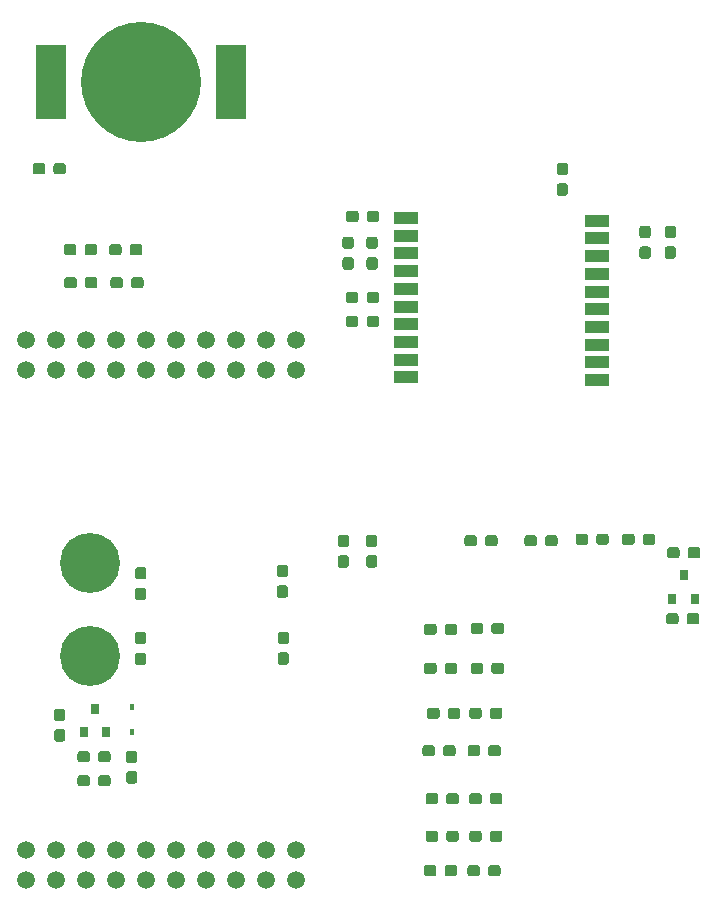
<source format=gbr>
G04 #@! TF.GenerationSoftware,KiCad,Pcbnew,(5.1.2)-1*
G04 #@! TF.CreationDate,2019-08-02T20:29:21-05:00*
G04 #@! TF.ProjectId,NavBoard_Hardware,4e617642-6f61-4726-945f-486172647761,rev?*
G04 #@! TF.SameCoordinates,Original*
G04 #@! TF.FileFunction,Paste,Top*
G04 #@! TF.FilePolarity,Positive*
%FSLAX46Y46*%
G04 Gerber Fmt 4.6, Leading zero omitted, Abs format (unit mm)*
G04 Created by KiCad (PCBNEW (5.1.2)-1) date 2019-08-02 20:29:21*
%MOMM*%
%LPD*%
G04 APERTURE LIST*
%ADD10R,2.000000X1.000000*%
%ADD11C,1.520000*%
%ADD12C,0.100000*%
%ADD13C,0.950000*%
%ADD14C,10.160000*%
%ADD15R,2.540000X6.350000*%
%ADD16C,5.080000*%
%ADD17R,0.800000X0.900000*%
%ADD18R,0.450000X0.600000*%
G04 APERTURE END LIST*
D10*
X164857234Y-69927208D03*
X164857234Y-71427208D03*
X164857234Y-72927208D03*
X164857234Y-74427208D03*
X164857234Y-75927208D03*
X164857234Y-77427208D03*
X164857234Y-78927208D03*
X164857234Y-80427208D03*
X164857234Y-81927208D03*
X164857234Y-83427208D03*
X148691600Y-83197600D03*
X148691600Y-81697600D03*
X148691600Y-80197600D03*
X148691600Y-78697600D03*
X148691600Y-77197600D03*
X148691600Y-75697600D03*
X148691600Y-74197600D03*
X148691600Y-72697600D03*
X148691600Y-71197600D03*
X148691600Y-69697600D03*
D11*
X139395200Y-80060800D03*
X136855200Y-80060800D03*
X134315200Y-80060800D03*
X131775200Y-80060800D03*
X129235200Y-80060800D03*
X126695200Y-80060800D03*
X124155200Y-80060800D03*
X121615200Y-80060800D03*
X119075200Y-80060800D03*
X116535200Y-80060800D03*
X139395200Y-82600800D03*
X136855200Y-82600800D03*
X134315200Y-82600800D03*
X131775200Y-82600800D03*
X129235200Y-82600800D03*
X126695200Y-82600800D03*
X124155200Y-82600800D03*
X121615200Y-82600800D03*
X119075200Y-82600800D03*
X116535200Y-82600800D03*
X139395200Y-125780800D03*
X136855200Y-125780800D03*
X134315200Y-125780800D03*
X131775200Y-125780800D03*
X129235200Y-125780800D03*
X126695200Y-125780800D03*
X124155200Y-125780800D03*
X121615200Y-125780800D03*
X119075200Y-125780800D03*
X116535200Y-125780800D03*
X139395200Y-123240800D03*
X136855200Y-123240800D03*
X134315200Y-123240800D03*
X131775200Y-123240800D03*
X129235200Y-123240800D03*
X126695200Y-123240800D03*
X124155200Y-123240800D03*
X121615200Y-123240800D03*
X119075200Y-123240800D03*
X116535200Y-123240800D03*
D12*
G36*
X121722779Y-116874144D02*
G01*
X121745834Y-116877563D01*
X121768443Y-116883227D01*
X121790387Y-116891079D01*
X121811457Y-116901044D01*
X121831448Y-116913026D01*
X121850168Y-116926910D01*
X121867438Y-116942562D01*
X121883090Y-116959832D01*
X121896974Y-116978552D01*
X121908956Y-116998543D01*
X121918921Y-117019613D01*
X121926773Y-117041557D01*
X121932437Y-117064166D01*
X121935856Y-117087221D01*
X121937000Y-117110500D01*
X121937000Y-117585500D01*
X121935856Y-117608779D01*
X121932437Y-117631834D01*
X121926773Y-117654443D01*
X121918921Y-117676387D01*
X121908956Y-117697457D01*
X121896974Y-117717448D01*
X121883090Y-117736168D01*
X121867438Y-117753438D01*
X121850168Y-117769090D01*
X121831448Y-117782974D01*
X121811457Y-117794956D01*
X121790387Y-117804921D01*
X121768443Y-117812773D01*
X121745834Y-117818437D01*
X121722779Y-117821856D01*
X121699500Y-117823000D01*
X121124500Y-117823000D01*
X121101221Y-117821856D01*
X121078166Y-117818437D01*
X121055557Y-117812773D01*
X121033613Y-117804921D01*
X121012543Y-117794956D01*
X120992552Y-117782974D01*
X120973832Y-117769090D01*
X120956562Y-117753438D01*
X120940910Y-117736168D01*
X120927026Y-117717448D01*
X120915044Y-117697457D01*
X120905079Y-117676387D01*
X120897227Y-117654443D01*
X120891563Y-117631834D01*
X120888144Y-117608779D01*
X120887000Y-117585500D01*
X120887000Y-117110500D01*
X120888144Y-117087221D01*
X120891563Y-117064166D01*
X120897227Y-117041557D01*
X120905079Y-117019613D01*
X120915044Y-116998543D01*
X120927026Y-116978552D01*
X120940910Y-116959832D01*
X120956562Y-116942562D01*
X120973832Y-116926910D01*
X120992552Y-116913026D01*
X121012543Y-116901044D01*
X121033613Y-116891079D01*
X121055557Y-116883227D01*
X121078166Y-116877563D01*
X121101221Y-116874144D01*
X121124500Y-116873000D01*
X121699500Y-116873000D01*
X121722779Y-116874144D01*
X121722779Y-116874144D01*
G37*
D13*
X121412000Y-117348000D03*
D12*
G36*
X123472779Y-116874144D02*
G01*
X123495834Y-116877563D01*
X123518443Y-116883227D01*
X123540387Y-116891079D01*
X123561457Y-116901044D01*
X123581448Y-116913026D01*
X123600168Y-116926910D01*
X123617438Y-116942562D01*
X123633090Y-116959832D01*
X123646974Y-116978552D01*
X123658956Y-116998543D01*
X123668921Y-117019613D01*
X123676773Y-117041557D01*
X123682437Y-117064166D01*
X123685856Y-117087221D01*
X123687000Y-117110500D01*
X123687000Y-117585500D01*
X123685856Y-117608779D01*
X123682437Y-117631834D01*
X123676773Y-117654443D01*
X123668921Y-117676387D01*
X123658956Y-117697457D01*
X123646974Y-117717448D01*
X123633090Y-117736168D01*
X123617438Y-117753438D01*
X123600168Y-117769090D01*
X123581448Y-117782974D01*
X123561457Y-117794956D01*
X123540387Y-117804921D01*
X123518443Y-117812773D01*
X123495834Y-117818437D01*
X123472779Y-117821856D01*
X123449500Y-117823000D01*
X122874500Y-117823000D01*
X122851221Y-117821856D01*
X122828166Y-117818437D01*
X122805557Y-117812773D01*
X122783613Y-117804921D01*
X122762543Y-117794956D01*
X122742552Y-117782974D01*
X122723832Y-117769090D01*
X122706562Y-117753438D01*
X122690910Y-117736168D01*
X122677026Y-117717448D01*
X122665044Y-117697457D01*
X122655079Y-117676387D01*
X122647227Y-117654443D01*
X122641563Y-117631834D01*
X122638144Y-117608779D01*
X122637000Y-117585500D01*
X122637000Y-117110500D01*
X122638144Y-117087221D01*
X122641563Y-117064166D01*
X122647227Y-117041557D01*
X122655079Y-117019613D01*
X122665044Y-116998543D01*
X122677026Y-116978552D01*
X122690910Y-116959832D01*
X122706562Y-116942562D01*
X122723832Y-116926910D01*
X122742552Y-116913026D01*
X122762543Y-116901044D01*
X122783613Y-116891079D01*
X122805557Y-116883227D01*
X122828166Y-116877563D01*
X122851221Y-116874144D01*
X122874500Y-116873000D01*
X123449500Y-116873000D01*
X123472779Y-116874144D01*
X123472779Y-116874144D01*
G37*
D13*
X123162000Y-117348000D03*
D14*
X126238000Y-58166000D03*
D15*
X118618000Y-58166000D03*
X133858000Y-58166000D03*
D16*
X121945400Y-98933000D03*
X121945400Y-106807000D03*
D12*
G36*
X138487579Y-99058144D02*
G01*
X138510634Y-99061563D01*
X138533243Y-99067227D01*
X138555187Y-99075079D01*
X138576257Y-99085044D01*
X138596248Y-99097026D01*
X138614968Y-99110910D01*
X138632238Y-99126562D01*
X138647890Y-99143832D01*
X138661774Y-99162552D01*
X138673756Y-99182543D01*
X138683721Y-99203613D01*
X138691573Y-99225557D01*
X138697237Y-99248166D01*
X138700656Y-99271221D01*
X138701800Y-99294500D01*
X138701800Y-99869500D01*
X138700656Y-99892779D01*
X138697237Y-99915834D01*
X138691573Y-99938443D01*
X138683721Y-99960387D01*
X138673756Y-99981457D01*
X138661774Y-100001448D01*
X138647890Y-100020168D01*
X138632238Y-100037438D01*
X138614968Y-100053090D01*
X138596248Y-100066974D01*
X138576257Y-100078956D01*
X138555187Y-100088921D01*
X138533243Y-100096773D01*
X138510634Y-100102437D01*
X138487579Y-100105856D01*
X138464300Y-100107000D01*
X137989300Y-100107000D01*
X137966021Y-100105856D01*
X137942966Y-100102437D01*
X137920357Y-100096773D01*
X137898413Y-100088921D01*
X137877343Y-100078956D01*
X137857352Y-100066974D01*
X137838632Y-100053090D01*
X137821362Y-100037438D01*
X137805710Y-100020168D01*
X137791826Y-100001448D01*
X137779844Y-99981457D01*
X137769879Y-99960387D01*
X137762027Y-99938443D01*
X137756363Y-99915834D01*
X137752944Y-99892779D01*
X137751800Y-99869500D01*
X137751800Y-99294500D01*
X137752944Y-99271221D01*
X137756363Y-99248166D01*
X137762027Y-99225557D01*
X137769879Y-99203613D01*
X137779844Y-99182543D01*
X137791826Y-99162552D01*
X137805710Y-99143832D01*
X137821362Y-99126562D01*
X137838632Y-99110910D01*
X137857352Y-99097026D01*
X137877343Y-99085044D01*
X137898413Y-99075079D01*
X137920357Y-99067227D01*
X137942966Y-99061563D01*
X137966021Y-99058144D01*
X137989300Y-99057000D01*
X138464300Y-99057000D01*
X138487579Y-99058144D01*
X138487579Y-99058144D01*
G37*
D13*
X138226800Y-99582000D03*
D12*
G36*
X138487579Y-100808144D02*
G01*
X138510634Y-100811563D01*
X138533243Y-100817227D01*
X138555187Y-100825079D01*
X138576257Y-100835044D01*
X138596248Y-100847026D01*
X138614968Y-100860910D01*
X138632238Y-100876562D01*
X138647890Y-100893832D01*
X138661774Y-100912552D01*
X138673756Y-100932543D01*
X138683721Y-100953613D01*
X138691573Y-100975557D01*
X138697237Y-100998166D01*
X138700656Y-101021221D01*
X138701800Y-101044500D01*
X138701800Y-101619500D01*
X138700656Y-101642779D01*
X138697237Y-101665834D01*
X138691573Y-101688443D01*
X138683721Y-101710387D01*
X138673756Y-101731457D01*
X138661774Y-101751448D01*
X138647890Y-101770168D01*
X138632238Y-101787438D01*
X138614968Y-101803090D01*
X138596248Y-101816974D01*
X138576257Y-101828956D01*
X138555187Y-101838921D01*
X138533243Y-101846773D01*
X138510634Y-101852437D01*
X138487579Y-101855856D01*
X138464300Y-101857000D01*
X137989300Y-101857000D01*
X137966021Y-101855856D01*
X137942966Y-101852437D01*
X137920357Y-101846773D01*
X137898413Y-101838921D01*
X137877343Y-101828956D01*
X137857352Y-101816974D01*
X137838632Y-101803090D01*
X137821362Y-101787438D01*
X137805710Y-101770168D01*
X137791826Y-101751448D01*
X137779844Y-101731457D01*
X137769879Y-101710387D01*
X137762027Y-101688443D01*
X137756363Y-101665834D01*
X137752944Y-101642779D01*
X137751800Y-101619500D01*
X137751800Y-101044500D01*
X137752944Y-101021221D01*
X137756363Y-100998166D01*
X137762027Y-100975557D01*
X137769879Y-100953613D01*
X137779844Y-100932543D01*
X137791826Y-100912552D01*
X137805710Y-100893832D01*
X137821362Y-100876562D01*
X137838632Y-100860910D01*
X137857352Y-100847026D01*
X137877343Y-100835044D01*
X137898413Y-100825079D01*
X137920357Y-100817227D01*
X137942966Y-100811563D01*
X137966021Y-100808144D01*
X137989300Y-100807000D01*
X138464300Y-100807000D01*
X138487579Y-100808144D01*
X138487579Y-100808144D01*
G37*
D13*
X138226800Y-101332000D03*
D12*
G36*
X152682779Y-114334144D02*
G01*
X152705834Y-114337563D01*
X152728443Y-114343227D01*
X152750387Y-114351079D01*
X152771457Y-114361044D01*
X152791448Y-114373026D01*
X152810168Y-114386910D01*
X152827438Y-114402562D01*
X152843090Y-114419832D01*
X152856974Y-114438552D01*
X152868956Y-114458543D01*
X152878921Y-114479613D01*
X152886773Y-114501557D01*
X152892437Y-114524166D01*
X152895856Y-114547221D01*
X152897000Y-114570500D01*
X152897000Y-115045500D01*
X152895856Y-115068779D01*
X152892437Y-115091834D01*
X152886773Y-115114443D01*
X152878921Y-115136387D01*
X152868956Y-115157457D01*
X152856974Y-115177448D01*
X152843090Y-115196168D01*
X152827438Y-115213438D01*
X152810168Y-115229090D01*
X152791448Y-115242974D01*
X152771457Y-115254956D01*
X152750387Y-115264921D01*
X152728443Y-115272773D01*
X152705834Y-115278437D01*
X152682779Y-115281856D01*
X152659500Y-115283000D01*
X152084500Y-115283000D01*
X152061221Y-115281856D01*
X152038166Y-115278437D01*
X152015557Y-115272773D01*
X151993613Y-115264921D01*
X151972543Y-115254956D01*
X151952552Y-115242974D01*
X151933832Y-115229090D01*
X151916562Y-115213438D01*
X151900910Y-115196168D01*
X151887026Y-115177448D01*
X151875044Y-115157457D01*
X151865079Y-115136387D01*
X151857227Y-115114443D01*
X151851563Y-115091834D01*
X151848144Y-115068779D01*
X151847000Y-115045500D01*
X151847000Y-114570500D01*
X151848144Y-114547221D01*
X151851563Y-114524166D01*
X151857227Y-114501557D01*
X151865079Y-114479613D01*
X151875044Y-114458543D01*
X151887026Y-114438552D01*
X151900910Y-114419832D01*
X151916562Y-114402562D01*
X151933832Y-114386910D01*
X151952552Y-114373026D01*
X151972543Y-114361044D01*
X151993613Y-114351079D01*
X152015557Y-114343227D01*
X152038166Y-114337563D01*
X152061221Y-114334144D01*
X152084500Y-114333000D01*
X152659500Y-114333000D01*
X152682779Y-114334144D01*
X152682779Y-114334144D01*
G37*
D13*
X152372000Y-114808000D03*
D12*
G36*
X150932779Y-114334144D02*
G01*
X150955834Y-114337563D01*
X150978443Y-114343227D01*
X151000387Y-114351079D01*
X151021457Y-114361044D01*
X151041448Y-114373026D01*
X151060168Y-114386910D01*
X151077438Y-114402562D01*
X151093090Y-114419832D01*
X151106974Y-114438552D01*
X151118956Y-114458543D01*
X151128921Y-114479613D01*
X151136773Y-114501557D01*
X151142437Y-114524166D01*
X151145856Y-114547221D01*
X151147000Y-114570500D01*
X151147000Y-115045500D01*
X151145856Y-115068779D01*
X151142437Y-115091834D01*
X151136773Y-115114443D01*
X151128921Y-115136387D01*
X151118956Y-115157457D01*
X151106974Y-115177448D01*
X151093090Y-115196168D01*
X151077438Y-115213438D01*
X151060168Y-115229090D01*
X151041448Y-115242974D01*
X151021457Y-115254956D01*
X151000387Y-115264921D01*
X150978443Y-115272773D01*
X150955834Y-115278437D01*
X150932779Y-115281856D01*
X150909500Y-115283000D01*
X150334500Y-115283000D01*
X150311221Y-115281856D01*
X150288166Y-115278437D01*
X150265557Y-115272773D01*
X150243613Y-115264921D01*
X150222543Y-115254956D01*
X150202552Y-115242974D01*
X150183832Y-115229090D01*
X150166562Y-115213438D01*
X150150910Y-115196168D01*
X150137026Y-115177448D01*
X150125044Y-115157457D01*
X150115079Y-115136387D01*
X150107227Y-115114443D01*
X150101563Y-115091834D01*
X150098144Y-115068779D01*
X150097000Y-115045500D01*
X150097000Y-114570500D01*
X150098144Y-114547221D01*
X150101563Y-114524166D01*
X150107227Y-114501557D01*
X150115079Y-114479613D01*
X150125044Y-114458543D01*
X150137026Y-114438552D01*
X150150910Y-114419832D01*
X150166562Y-114402562D01*
X150183832Y-114386910D01*
X150202552Y-114373026D01*
X150222543Y-114361044D01*
X150243613Y-114351079D01*
X150265557Y-114343227D01*
X150288166Y-114337563D01*
X150311221Y-114334144D01*
X150334500Y-114333000D01*
X150909500Y-114333000D01*
X150932779Y-114334144D01*
X150932779Y-114334144D01*
G37*
D13*
X150622000Y-114808000D03*
D12*
G36*
X155024779Y-107349144D02*
G01*
X155047834Y-107352563D01*
X155070443Y-107358227D01*
X155092387Y-107366079D01*
X155113457Y-107376044D01*
X155133448Y-107388026D01*
X155152168Y-107401910D01*
X155169438Y-107417562D01*
X155185090Y-107434832D01*
X155198974Y-107453552D01*
X155210956Y-107473543D01*
X155220921Y-107494613D01*
X155228773Y-107516557D01*
X155234437Y-107539166D01*
X155237856Y-107562221D01*
X155239000Y-107585500D01*
X155239000Y-108060500D01*
X155237856Y-108083779D01*
X155234437Y-108106834D01*
X155228773Y-108129443D01*
X155220921Y-108151387D01*
X155210956Y-108172457D01*
X155198974Y-108192448D01*
X155185090Y-108211168D01*
X155169438Y-108228438D01*
X155152168Y-108244090D01*
X155133448Y-108257974D01*
X155113457Y-108269956D01*
X155092387Y-108279921D01*
X155070443Y-108287773D01*
X155047834Y-108293437D01*
X155024779Y-108296856D01*
X155001500Y-108298000D01*
X154426500Y-108298000D01*
X154403221Y-108296856D01*
X154380166Y-108293437D01*
X154357557Y-108287773D01*
X154335613Y-108279921D01*
X154314543Y-108269956D01*
X154294552Y-108257974D01*
X154275832Y-108244090D01*
X154258562Y-108228438D01*
X154242910Y-108211168D01*
X154229026Y-108192448D01*
X154217044Y-108172457D01*
X154207079Y-108151387D01*
X154199227Y-108129443D01*
X154193563Y-108106834D01*
X154190144Y-108083779D01*
X154189000Y-108060500D01*
X154189000Y-107585500D01*
X154190144Y-107562221D01*
X154193563Y-107539166D01*
X154199227Y-107516557D01*
X154207079Y-107494613D01*
X154217044Y-107473543D01*
X154229026Y-107453552D01*
X154242910Y-107434832D01*
X154258562Y-107417562D01*
X154275832Y-107401910D01*
X154294552Y-107388026D01*
X154314543Y-107376044D01*
X154335613Y-107366079D01*
X154357557Y-107358227D01*
X154380166Y-107352563D01*
X154403221Y-107349144D01*
X154426500Y-107348000D01*
X155001500Y-107348000D01*
X155024779Y-107349144D01*
X155024779Y-107349144D01*
G37*
D13*
X154714000Y-107823000D03*
D12*
G36*
X156774779Y-107349144D02*
G01*
X156797834Y-107352563D01*
X156820443Y-107358227D01*
X156842387Y-107366079D01*
X156863457Y-107376044D01*
X156883448Y-107388026D01*
X156902168Y-107401910D01*
X156919438Y-107417562D01*
X156935090Y-107434832D01*
X156948974Y-107453552D01*
X156960956Y-107473543D01*
X156970921Y-107494613D01*
X156978773Y-107516557D01*
X156984437Y-107539166D01*
X156987856Y-107562221D01*
X156989000Y-107585500D01*
X156989000Y-108060500D01*
X156987856Y-108083779D01*
X156984437Y-108106834D01*
X156978773Y-108129443D01*
X156970921Y-108151387D01*
X156960956Y-108172457D01*
X156948974Y-108192448D01*
X156935090Y-108211168D01*
X156919438Y-108228438D01*
X156902168Y-108244090D01*
X156883448Y-108257974D01*
X156863457Y-108269956D01*
X156842387Y-108279921D01*
X156820443Y-108287773D01*
X156797834Y-108293437D01*
X156774779Y-108296856D01*
X156751500Y-108298000D01*
X156176500Y-108298000D01*
X156153221Y-108296856D01*
X156130166Y-108293437D01*
X156107557Y-108287773D01*
X156085613Y-108279921D01*
X156064543Y-108269956D01*
X156044552Y-108257974D01*
X156025832Y-108244090D01*
X156008562Y-108228438D01*
X155992910Y-108211168D01*
X155979026Y-108192448D01*
X155967044Y-108172457D01*
X155957079Y-108151387D01*
X155949227Y-108129443D01*
X155943563Y-108106834D01*
X155940144Y-108083779D01*
X155939000Y-108060500D01*
X155939000Y-107585500D01*
X155940144Y-107562221D01*
X155943563Y-107539166D01*
X155949227Y-107516557D01*
X155957079Y-107494613D01*
X155967044Y-107473543D01*
X155979026Y-107453552D01*
X155992910Y-107434832D01*
X156008562Y-107417562D01*
X156025832Y-107401910D01*
X156044552Y-107388026D01*
X156064543Y-107376044D01*
X156085613Y-107366079D01*
X156107557Y-107358227D01*
X156130166Y-107352563D01*
X156153221Y-107349144D01*
X156176500Y-107348000D01*
X156751500Y-107348000D01*
X156774779Y-107349144D01*
X156774779Y-107349144D01*
G37*
D13*
X156464000Y-107823000D03*
D12*
G36*
X144060339Y-71276894D02*
G01*
X144083394Y-71280313D01*
X144106003Y-71285977D01*
X144127947Y-71293829D01*
X144149017Y-71303794D01*
X144169008Y-71315776D01*
X144187728Y-71329660D01*
X144204998Y-71345312D01*
X144220650Y-71362582D01*
X144234534Y-71381302D01*
X144246516Y-71401293D01*
X144256481Y-71422363D01*
X144264333Y-71444307D01*
X144269997Y-71466916D01*
X144273416Y-71489971D01*
X144274560Y-71513250D01*
X144274560Y-72088250D01*
X144273416Y-72111529D01*
X144269997Y-72134584D01*
X144264333Y-72157193D01*
X144256481Y-72179137D01*
X144246516Y-72200207D01*
X144234534Y-72220198D01*
X144220650Y-72238918D01*
X144204998Y-72256188D01*
X144187728Y-72271840D01*
X144169008Y-72285724D01*
X144149017Y-72297706D01*
X144127947Y-72307671D01*
X144106003Y-72315523D01*
X144083394Y-72321187D01*
X144060339Y-72324606D01*
X144037060Y-72325750D01*
X143562060Y-72325750D01*
X143538781Y-72324606D01*
X143515726Y-72321187D01*
X143493117Y-72315523D01*
X143471173Y-72307671D01*
X143450103Y-72297706D01*
X143430112Y-72285724D01*
X143411392Y-72271840D01*
X143394122Y-72256188D01*
X143378470Y-72238918D01*
X143364586Y-72220198D01*
X143352604Y-72200207D01*
X143342639Y-72179137D01*
X143334787Y-72157193D01*
X143329123Y-72134584D01*
X143325704Y-72111529D01*
X143324560Y-72088250D01*
X143324560Y-71513250D01*
X143325704Y-71489971D01*
X143329123Y-71466916D01*
X143334787Y-71444307D01*
X143342639Y-71422363D01*
X143352604Y-71401293D01*
X143364586Y-71381302D01*
X143378470Y-71362582D01*
X143394122Y-71345312D01*
X143411392Y-71329660D01*
X143430112Y-71315776D01*
X143450103Y-71303794D01*
X143471173Y-71293829D01*
X143493117Y-71285977D01*
X143515726Y-71280313D01*
X143538781Y-71276894D01*
X143562060Y-71275750D01*
X144037060Y-71275750D01*
X144060339Y-71276894D01*
X144060339Y-71276894D01*
G37*
D13*
X143799560Y-71800750D03*
D12*
G36*
X144060339Y-73026894D02*
G01*
X144083394Y-73030313D01*
X144106003Y-73035977D01*
X144127947Y-73043829D01*
X144149017Y-73053794D01*
X144169008Y-73065776D01*
X144187728Y-73079660D01*
X144204998Y-73095312D01*
X144220650Y-73112582D01*
X144234534Y-73131302D01*
X144246516Y-73151293D01*
X144256481Y-73172363D01*
X144264333Y-73194307D01*
X144269997Y-73216916D01*
X144273416Y-73239971D01*
X144274560Y-73263250D01*
X144274560Y-73838250D01*
X144273416Y-73861529D01*
X144269997Y-73884584D01*
X144264333Y-73907193D01*
X144256481Y-73929137D01*
X144246516Y-73950207D01*
X144234534Y-73970198D01*
X144220650Y-73988918D01*
X144204998Y-74006188D01*
X144187728Y-74021840D01*
X144169008Y-74035724D01*
X144149017Y-74047706D01*
X144127947Y-74057671D01*
X144106003Y-74065523D01*
X144083394Y-74071187D01*
X144060339Y-74074606D01*
X144037060Y-74075750D01*
X143562060Y-74075750D01*
X143538781Y-74074606D01*
X143515726Y-74071187D01*
X143493117Y-74065523D01*
X143471173Y-74057671D01*
X143450103Y-74047706D01*
X143430112Y-74035724D01*
X143411392Y-74021840D01*
X143394122Y-74006188D01*
X143378470Y-73988918D01*
X143364586Y-73970198D01*
X143352604Y-73950207D01*
X143342639Y-73929137D01*
X143334787Y-73907193D01*
X143329123Y-73884584D01*
X143325704Y-73861529D01*
X143324560Y-73838250D01*
X143324560Y-73263250D01*
X143325704Y-73239971D01*
X143329123Y-73216916D01*
X143334787Y-73194307D01*
X143342639Y-73172363D01*
X143352604Y-73151293D01*
X143364586Y-73131302D01*
X143378470Y-73112582D01*
X143394122Y-73095312D01*
X143411392Y-73079660D01*
X143430112Y-73065776D01*
X143450103Y-73053794D01*
X143471173Y-73043829D01*
X143493117Y-73035977D01*
X143515726Y-73030313D01*
X143538781Y-73026894D01*
X143562060Y-73025750D01*
X144037060Y-73025750D01*
X144060339Y-73026894D01*
X144060339Y-73026894D01*
G37*
D13*
X143799560Y-73550750D03*
D12*
G36*
X146092339Y-71276894D02*
G01*
X146115394Y-71280313D01*
X146138003Y-71285977D01*
X146159947Y-71293829D01*
X146181017Y-71303794D01*
X146201008Y-71315776D01*
X146219728Y-71329660D01*
X146236998Y-71345312D01*
X146252650Y-71362582D01*
X146266534Y-71381302D01*
X146278516Y-71401293D01*
X146288481Y-71422363D01*
X146296333Y-71444307D01*
X146301997Y-71466916D01*
X146305416Y-71489971D01*
X146306560Y-71513250D01*
X146306560Y-72088250D01*
X146305416Y-72111529D01*
X146301997Y-72134584D01*
X146296333Y-72157193D01*
X146288481Y-72179137D01*
X146278516Y-72200207D01*
X146266534Y-72220198D01*
X146252650Y-72238918D01*
X146236998Y-72256188D01*
X146219728Y-72271840D01*
X146201008Y-72285724D01*
X146181017Y-72297706D01*
X146159947Y-72307671D01*
X146138003Y-72315523D01*
X146115394Y-72321187D01*
X146092339Y-72324606D01*
X146069060Y-72325750D01*
X145594060Y-72325750D01*
X145570781Y-72324606D01*
X145547726Y-72321187D01*
X145525117Y-72315523D01*
X145503173Y-72307671D01*
X145482103Y-72297706D01*
X145462112Y-72285724D01*
X145443392Y-72271840D01*
X145426122Y-72256188D01*
X145410470Y-72238918D01*
X145396586Y-72220198D01*
X145384604Y-72200207D01*
X145374639Y-72179137D01*
X145366787Y-72157193D01*
X145361123Y-72134584D01*
X145357704Y-72111529D01*
X145356560Y-72088250D01*
X145356560Y-71513250D01*
X145357704Y-71489971D01*
X145361123Y-71466916D01*
X145366787Y-71444307D01*
X145374639Y-71422363D01*
X145384604Y-71401293D01*
X145396586Y-71381302D01*
X145410470Y-71362582D01*
X145426122Y-71345312D01*
X145443392Y-71329660D01*
X145462112Y-71315776D01*
X145482103Y-71303794D01*
X145503173Y-71293829D01*
X145525117Y-71285977D01*
X145547726Y-71280313D01*
X145570781Y-71276894D01*
X145594060Y-71275750D01*
X146069060Y-71275750D01*
X146092339Y-71276894D01*
X146092339Y-71276894D01*
G37*
D13*
X145831560Y-71800750D03*
D12*
G36*
X146092339Y-73026894D02*
G01*
X146115394Y-73030313D01*
X146138003Y-73035977D01*
X146159947Y-73043829D01*
X146181017Y-73053794D01*
X146201008Y-73065776D01*
X146219728Y-73079660D01*
X146236998Y-73095312D01*
X146252650Y-73112582D01*
X146266534Y-73131302D01*
X146278516Y-73151293D01*
X146288481Y-73172363D01*
X146296333Y-73194307D01*
X146301997Y-73216916D01*
X146305416Y-73239971D01*
X146306560Y-73263250D01*
X146306560Y-73838250D01*
X146305416Y-73861529D01*
X146301997Y-73884584D01*
X146296333Y-73907193D01*
X146288481Y-73929137D01*
X146278516Y-73950207D01*
X146266534Y-73970198D01*
X146252650Y-73988918D01*
X146236998Y-74006188D01*
X146219728Y-74021840D01*
X146201008Y-74035724D01*
X146181017Y-74047706D01*
X146159947Y-74057671D01*
X146138003Y-74065523D01*
X146115394Y-74071187D01*
X146092339Y-74074606D01*
X146069060Y-74075750D01*
X145594060Y-74075750D01*
X145570781Y-74074606D01*
X145547726Y-74071187D01*
X145525117Y-74065523D01*
X145503173Y-74057671D01*
X145482103Y-74047706D01*
X145462112Y-74035724D01*
X145443392Y-74021840D01*
X145426122Y-74006188D01*
X145410470Y-73988918D01*
X145396586Y-73970198D01*
X145384604Y-73950207D01*
X145374639Y-73929137D01*
X145366787Y-73907193D01*
X145361123Y-73884584D01*
X145357704Y-73861529D01*
X145356560Y-73838250D01*
X145356560Y-73263250D01*
X145357704Y-73239971D01*
X145361123Y-73216916D01*
X145366787Y-73194307D01*
X145374639Y-73172363D01*
X145384604Y-73151293D01*
X145396586Y-73131302D01*
X145410470Y-73112582D01*
X145426122Y-73095312D01*
X145443392Y-73079660D01*
X145462112Y-73065776D01*
X145482103Y-73053794D01*
X145503173Y-73043829D01*
X145525117Y-73035977D01*
X145547726Y-73030313D01*
X145570781Y-73026894D01*
X145594060Y-73025750D01*
X146069060Y-73025750D01*
X146092339Y-73026894D01*
X146092339Y-73026894D01*
G37*
D13*
X145831560Y-73550750D03*
D12*
G36*
X117940779Y-65058144D02*
G01*
X117963834Y-65061563D01*
X117986443Y-65067227D01*
X118008387Y-65075079D01*
X118029457Y-65085044D01*
X118049448Y-65097026D01*
X118068168Y-65110910D01*
X118085438Y-65126562D01*
X118101090Y-65143832D01*
X118114974Y-65162552D01*
X118126956Y-65182543D01*
X118136921Y-65203613D01*
X118144773Y-65225557D01*
X118150437Y-65248166D01*
X118153856Y-65271221D01*
X118155000Y-65294500D01*
X118155000Y-65769500D01*
X118153856Y-65792779D01*
X118150437Y-65815834D01*
X118144773Y-65838443D01*
X118136921Y-65860387D01*
X118126956Y-65881457D01*
X118114974Y-65901448D01*
X118101090Y-65920168D01*
X118085438Y-65937438D01*
X118068168Y-65953090D01*
X118049448Y-65966974D01*
X118029457Y-65978956D01*
X118008387Y-65988921D01*
X117986443Y-65996773D01*
X117963834Y-66002437D01*
X117940779Y-66005856D01*
X117917500Y-66007000D01*
X117342500Y-66007000D01*
X117319221Y-66005856D01*
X117296166Y-66002437D01*
X117273557Y-65996773D01*
X117251613Y-65988921D01*
X117230543Y-65978956D01*
X117210552Y-65966974D01*
X117191832Y-65953090D01*
X117174562Y-65937438D01*
X117158910Y-65920168D01*
X117145026Y-65901448D01*
X117133044Y-65881457D01*
X117123079Y-65860387D01*
X117115227Y-65838443D01*
X117109563Y-65815834D01*
X117106144Y-65792779D01*
X117105000Y-65769500D01*
X117105000Y-65294500D01*
X117106144Y-65271221D01*
X117109563Y-65248166D01*
X117115227Y-65225557D01*
X117123079Y-65203613D01*
X117133044Y-65182543D01*
X117145026Y-65162552D01*
X117158910Y-65143832D01*
X117174562Y-65126562D01*
X117191832Y-65110910D01*
X117210552Y-65097026D01*
X117230543Y-65085044D01*
X117251613Y-65075079D01*
X117273557Y-65067227D01*
X117296166Y-65061563D01*
X117319221Y-65058144D01*
X117342500Y-65057000D01*
X117917500Y-65057000D01*
X117940779Y-65058144D01*
X117940779Y-65058144D01*
G37*
D13*
X117630000Y-65532000D03*
D12*
G36*
X119690779Y-65058144D02*
G01*
X119713834Y-65061563D01*
X119736443Y-65067227D01*
X119758387Y-65075079D01*
X119779457Y-65085044D01*
X119799448Y-65097026D01*
X119818168Y-65110910D01*
X119835438Y-65126562D01*
X119851090Y-65143832D01*
X119864974Y-65162552D01*
X119876956Y-65182543D01*
X119886921Y-65203613D01*
X119894773Y-65225557D01*
X119900437Y-65248166D01*
X119903856Y-65271221D01*
X119905000Y-65294500D01*
X119905000Y-65769500D01*
X119903856Y-65792779D01*
X119900437Y-65815834D01*
X119894773Y-65838443D01*
X119886921Y-65860387D01*
X119876956Y-65881457D01*
X119864974Y-65901448D01*
X119851090Y-65920168D01*
X119835438Y-65937438D01*
X119818168Y-65953090D01*
X119799448Y-65966974D01*
X119779457Y-65978956D01*
X119758387Y-65988921D01*
X119736443Y-65996773D01*
X119713834Y-66002437D01*
X119690779Y-66005856D01*
X119667500Y-66007000D01*
X119092500Y-66007000D01*
X119069221Y-66005856D01*
X119046166Y-66002437D01*
X119023557Y-65996773D01*
X119001613Y-65988921D01*
X118980543Y-65978956D01*
X118960552Y-65966974D01*
X118941832Y-65953090D01*
X118924562Y-65937438D01*
X118908910Y-65920168D01*
X118895026Y-65901448D01*
X118883044Y-65881457D01*
X118873079Y-65860387D01*
X118865227Y-65838443D01*
X118859563Y-65815834D01*
X118856144Y-65792779D01*
X118855000Y-65769500D01*
X118855000Y-65294500D01*
X118856144Y-65271221D01*
X118859563Y-65248166D01*
X118865227Y-65225557D01*
X118873079Y-65203613D01*
X118883044Y-65182543D01*
X118895026Y-65162552D01*
X118908910Y-65143832D01*
X118924562Y-65126562D01*
X118941832Y-65110910D01*
X118960552Y-65097026D01*
X118980543Y-65085044D01*
X119001613Y-65075079D01*
X119023557Y-65067227D01*
X119046166Y-65061563D01*
X119069221Y-65058144D01*
X119092500Y-65057000D01*
X119667500Y-65057000D01*
X119690779Y-65058144D01*
X119690779Y-65058144D01*
G37*
D13*
X119380000Y-65532000D03*
D12*
G36*
X126498779Y-106497744D02*
G01*
X126521834Y-106501163D01*
X126544443Y-106506827D01*
X126566387Y-106514679D01*
X126587457Y-106524644D01*
X126607448Y-106536626D01*
X126626168Y-106550510D01*
X126643438Y-106566162D01*
X126659090Y-106583432D01*
X126672974Y-106602152D01*
X126684956Y-106622143D01*
X126694921Y-106643213D01*
X126702773Y-106665157D01*
X126708437Y-106687766D01*
X126711856Y-106710821D01*
X126713000Y-106734100D01*
X126713000Y-107309100D01*
X126711856Y-107332379D01*
X126708437Y-107355434D01*
X126702773Y-107378043D01*
X126694921Y-107399987D01*
X126684956Y-107421057D01*
X126672974Y-107441048D01*
X126659090Y-107459768D01*
X126643438Y-107477038D01*
X126626168Y-107492690D01*
X126607448Y-107506574D01*
X126587457Y-107518556D01*
X126566387Y-107528521D01*
X126544443Y-107536373D01*
X126521834Y-107542037D01*
X126498779Y-107545456D01*
X126475500Y-107546600D01*
X126000500Y-107546600D01*
X125977221Y-107545456D01*
X125954166Y-107542037D01*
X125931557Y-107536373D01*
X125909613Y-107528521D01*
X125888543Y-107518556D01*
X125868552Y-107506574D01*
X125849832Y-107492690D01*
X125832562Y-107477038D01*
X125816910Y-107459768D01*
X125803026Y-107441048D01*
X125791044Y-107421057D01*
X125781079Y-107399987D01*
X125773227Y-107378043D01*
X125767563Y-107355434D01*
X125764144Y-107332379D01*
X125763000Y-107309100D01*
X125763000Y-106734100D01*
X125764144Y-106710821D01*
X125767563Y-106687766D01*
X125773227Y-106665157D01*
X125781079Y-106643213D01*
X125791044Y-106622143D01*
X125803026Y-106602152D01*
X125816910Y-106583432D01*
X125832562Y-106566162D01*
X125849832Y-106550510D01*
X125868552Y-106536626D01*
X125888543Y-106524644D01*
X125909613Y-106514679D01*
X125931557Y-106506827D01*
X125954166Y-106501163D01*
X125977221Y-106497744D01*
X126000500Y-106496600D01*
X126475500Y-106496600D01*
X126498779Y-106497744D01*
X126498779Y-106497744D01*
G37*
D13*
X126238000Y-107021600D03*
D12*
G36*
X126498779Y-104747744D02*
G01*
X126521834Y-104751163D01*
X126544443Y-104756827D01*
X126566387Y-104764679D01*
X126587457Y-104774644D01*
X126607448Y-104786626D01*
X126626168Y-104800510D01*
X126643438Y-104816162D01*
X126659090Y-104833432D01*
X126672974Y-104852152D01*
X126684956Y-104872143D01*
X126694921Y-104893213D01*
X126702773Y-104915157D01*
X126708437Y-104937766D01*
X126711856Y-104960821D01*
X126713000Y-104984100D01*
X126713000Y-105559100D01*
X126711856Y-105582379D01*
X126708437Y-105605434D01*
X126702773Y-105628043D01*
X126694921Y-105649987D01*
X126684956Y-105671057D01*
X126672974Y-105691048D01*
X126659090Y-105709768D01*
X126643438Y-105727038D01*
X126626168Y-105742690D01*
X126607448Y-105756574D01*
X126587457Y-105768556D01*
X126566387Y-105778521D01*
X126544443Y-105786373D01*
X126521834Y-105792037D01*
X126498779Y-105795456D01*
X126475500Y-105796600D01*
X126000500Y-105796600D01*
X125977221Y-105795456D01*
X125954166Y-105792037D01*
X125931557Y-105786373D01*
X125909613Y-105778521D01*
X125888543Y-105768556D01*
X125868552Y-105756574D01*
X125849832Y-105742690D01*
X125832562Y-105727038D01*
X125816910Y-105709768D01*
X125803026Y-105691048D01*
X125791044Y-105671057D01*
X125781079Y-105649987D01*
X125773227Y-105628043D01*
X125767563Y-105605434D01*
X125764144Y-105582379D01*
X125763000Y-105559100D01*
X125763000Y-104984100D01*
X125764144Y-104960821D01*
X125767563Y-104937766D01*
X125773227Y-104915157D01*
X125781079Y-104893213D01*
X125791044Y-104872143D01*
X125803026Y-104852152D01*
X125816910Y-104833432D01*
X125832562Y-104816162D01*
X125849832Y-104800510D01*
X125868552Y-104786626D01*
X125888543Y-104774644D01*
X125909613Y-104764679D01*
X125931557Y-104756827D01*
X125954166Y-104751163D01*
X125977221Y-104747744D01*
X126000500Y-104746600D01*
X126475500Y-104746600D01*
X126498779Y-104747744D01*
X126498779Y-104747744D01*
G37*
D13*
X126238000Y-105271600D03*
D12*
G36*
X126498779Y-99261344D02*
G01*
X126521834Y-99264763D01*
X126544443Y-99270427D01*
X126566387Y-99278279D01*
X126587457Y-99288244D01*
X126607448Y-99300226D01*
X126626168Y-99314110D01*
X126643438Y-99329762D01*
X126659090Y-99347032D01*
X126672974Y-99365752D01*
X126684956Y-99385743D01*
X126694921Y-99406813D01*
X126702773Y-99428757D01*
X126708437Y-99451366D01*
X126711856Y-99474421D01*
X126713000Y-99497700D01*
X126713000Y-100072700D01*
X126711856Y-100095979D01*
X126708437Y-100119034D01*
X126702773Y-100141643D01*
X126694921Y-100163587D01*
X126684956Y-100184657D01*
X126672974Y-100204648D01*
X126659090Y-100223368D01*
X126643438Y-100240638D01*
X126626168Y-100256290D01*
X126607448Y-100270174D01*
X126587457Y-100282156D01*
X126566387Y-100292121D01*
X126544443Y-100299973D01*
X126521834Y-100305637D01*
X126498779Y-100309056D01*
X126475500Y-100310200D01*
X126000500Y-100310200D01*
X125977221Y-100309056D01*
X125954166Y-100305637D01*
X125931557Y-100299973D01*
X125909613Y-100292121D01*
X125888543Y-100282156D01*
X125868552Y-100270174D01*
X125849832Y-100256290D01*
X125832562Y-100240638D01*
X125816910Y-100223368D01*
X125803026Y-100204648D01*
X125791044Y-100184657D01*
X125781079Y-100163587D01*
X125773227Y-100141643D01*
X125767563Y-100119034D01*
X125764144Y-100095979D01*
X125763000Y-100072700D01*
X125763000Y-99497700D01*
X125764144Y-99474421D01*
X125767563Y-99451366D01*
X125773227Y-99428757D01*
X125781079Y-99406813D01*
X125791044Y-99385743D01*
X125803026Y-99365752D01*
X125816910Y-99347032D01*
X125832562Y-99329762D01*
X125849832Y-99314110D01*
X125868552Y-99300226D01*
X125888543Y-99288244D01*
X125909613Y-99278279D01*
X125931557Y-99270427D01*
X125954166Y-99264763D01*
X125977221Y-99261344D01*
X126000500Y-99260200D01*
X126475500Y-99260200D01*
X126498779Y-99261344D01*
X126498779Y-99261344D01*
G37*
D13*
X126238000Y-99785200D03*
D12*
G36*
X126498779Y-101011344D02*
G01*
X126521834Y-101014763D01*
X126544443Y-101020427D01*
X126566387Y-101028279D01*
X126587457Y-101038244D01*
X126607448Y-101050226D01*
X126626168Y-101064110D01*
X126643438Y-101079762D01*
X126659090Y-101097032D01*
X126672974Y-101115752D01*
X126684956Y-101135743D01*
X126694921Y-101156813D01*
X126702773Y-101178757D01*
X126708437Y-101201366D01*
X126711856Y-101224421D01*
X126713000Y-101247700D01*
X126713000Y-101822700D01*
X126711856Y-101845979D01*
X126708437Y-101869034D01*
X126702773Y-101891643D01*
X126694921Y-101913587D01*
X126684956Y-101934657D01*
X126672974Y-101954648D01*
X126659090Y-101973368D01*
X126643438Y-101990638D01*
X126626168Y-102006290D01*
X126607448Y-102020174D01*
X126587457Y-102032156D01*
X126566387Y-102042121D01*
X126544443Y-102049973D01*
X126521834Y-102055637D01*
X126498779Y-102059056D01*
X126475500Y-102060200D01*
X126000500Y-102060200D01*
X125977221Y-102059056D01*
X125954166Y-102055637D01*
X125931557Y-102049973D01*
X125909613Y-102042121D01*
X125888543Y-102032156D01*
X125868552Y-102020174D01*
X125849832Y-102006290D01*
X125832562Y-101990638D01*
X125816910Y-101973368D01*
X125803026Y-101954648D01*
X125791044Y-101934657D01*
X125781079Y-101913587D01*
X125773227Y-101891643D01*
X125767563Y-101869034D01*
X125764144Y-101845979D01*
X125763000Y-101822700D01*
X125763000Y-101247700D01*
X125764144Y-101224421D01*
X125767563Y-101201366D01*
X125773227Y-101178757D01*
X125781079Y-101156813D01*
X125791044Y-101135743D01*
X125803026Y-101115752D01*
X125816910Y-101097032D01*
X125832562Y-101079762D01*
X125849832Y-101064110D01*
X125868552Y-101050226D01*
X125888543Y-101038244D01*
X125909613Y-101028279D01*
X125931557Y-101020427D01*
X125954166Y-101014763D01*
X125977221Y-101011344D01*
X126000500Y-101010200D01*
X126475500Y-101010200D01*
X126498779Y-101011344D01*
X126498779Y-101011344D01*
G37*
D13*
X126238000Y-101535200D03*
D12*
G36*
X138563779Y-106483744D02*
G01*
X138586834Y-106487163D01*
X138609443Y-106492827D01*
X138631387Y-106500679D01*
X138652457Y-106510644D01*
X138672448Y-106522626D01*
X138691168Y-106536510D01*
X138708438Y-106552162D01*
X138724090Y-106569432D01*
X138737974Y-106588152D01*
X138749956Y-106608143D01*
X138759921Y-106629213D01*
X138767773Y-106651157D01*
X138773437Y-106673766D01*
X138776856Y-106696821D01*
X138778000Y-106720100D01*
X138778000Y-107295100D01*
X138776856Y-107318379D01*
X138773437Y-107341434D01*
X138767773Y-107364043D01*
X138759921Y-107385987D01*
X138749956Y-107407057D01*
X138737974Y-107427048D01*
X138724090Y-107445768D01*
X138708438Y-107463038D01*
X138691168Y-107478690D01*
X138672448Y-107492574D01*
X138652457Y-107504556D01*
X138631387Y-107514521D01*
X138609443Y-107522373D01*
X138586834Y-107528037D01*
X138563779Y-107531456D01*
X138540500Y-107532600D01*
X138065500Y-107532600D01*
X138042221Y-107531456D01*
X138019166Y-107528037D01*
X137996557Y-107522373D01*
X137974613Y-107514521D01*
X137953543Y-107504556D01*
X137933552Y-107492574D01*
X137914832Y-107478690D01*
X137897562Y-107463038D01*
X137881910Y-107445768D01*
X137868026Y-107427048D01*
X137856044Y-107407057D01*
X137846079Y-107385987D01*
X137838227Y-107364043D01*
X137832563Y-107341434D01*
X137829144Y-107318379D01*
X137828000Y-107295100D01*
X137828000Y-106720100D01*
X137829144Y-106696821D01*
X137832563Y-106673766D01*
X137838227Y-106651157D01*
X137846079Y-106629213D01*
X137856044Y-106608143D01*
X137868026Y-106588152D01*
X137881910Y-106569432D01*
X137897562Y-106552162D01*
X137914832Y-106536510D01*
X137933552Y-106522626D01*
X137953543Y-106510644D01*
X137974613Y-106500679D01*
X137996557Y-106492827D01*
X138019166Y-106487163D01*
X138042221Y-106483744D01*
X138065500Y-106482600D01*
X138540500Y-106482600D01*
X138563779Y-106483744D01*
X138563779Y-106483744D01*
G37*
D13*
X138303000Y-107007600D03*
D12*
G36*
X138563779Y-104733744D02*
G01*
X138586834Y-104737163D01*
X138609443Y-104742827D01*
X138631387Y-104750679D01*
X138652457Y-104760644D01*
X138672448Y-104772626D01*
X138691168Y-104786510D01*
X138708438Y-104802162D01*
X138724090Y-104819432D01*
X138737974Y-104838152D01*
X138749956Y-104858143D01*
X138759921Y-104879213D01*
X138767773Y-104901157D01*
X138773437Y-104923766D01*
X138776856Y-104946821D01*
X138778000Y-104970100D01*
X138778000Y-105545100D01*
X138776856Y-105568379D01*
X138773437Y-105591434D01*
X138767773Y-105614043D01*
X138759921Y-105635987D01*
X138749956Y-105657057D01*
X138737974Y-105677048D01*
X138724090Y-105695768D01*
X138708438Y-105713038D01*
X138691168Y-105728690D01*
X138672448Y-105742574D01*
X138652457Y-105754556D01*
X138631387Y-105764521D01*
X138609443Y-105772373D01*
X138586834Y-105778037D01*
X138563779Y-105781456D01*
X138540500Y-105782600D01*
X138065500Y-105782600D01*
X138042221Y-105781456D01*
X138019166Y-105778037D01*
X137996557Y-105772373D01*
X137974613Y-105764521D01*
X137953543Y-105754556D01*
X137933552Y-105742574D01*
X137914832Y-105728690D01*
X137897562Y-105713038D01*
X137881910Y-105695768D01*
X137868026Y-105677048D01*
X137856044Y-105657057D01*
X137846079Y-105635987D01*
X137838227Y-105614043D01*
X137832563Y-105591434D01*
X137829144Y-105568379D01*
X137828000Y-105545100D01*
X137828000Y-104970100D01*
X137829144Y-104946821D01*
X137832563Y-104923766D01*
X137838227Y-104901157D01*
X137846079Y-104879213D01*
X137856044Y-104858143D01*
X137868026Y-104838152D01*
X137881910Y-104819432D01*
X137897562Y-104802162D01*
X137914832Y-104786510D01*
X137933552Y-104772626D01*
X137953543Y-104760644D01*
X137974613Y-104750679D01*
X137996557Y-104742827D01*
X138019166Y-104737163D01*
X138042221Y-104733744D01*
X138065500Y-104732600D01*
X138540500Y-104732600D01*
X138563779Y-104733744D01*
X138563779Y-104733744D01*
G37*
D13*
X138303000Y-105257600D03*
D12*
G36*
X144444379Y-77986744D02*
G01*
X144467434Y-77990163D01*
X144490043Y-77995827D01*
X144511987Y-78003679D01*
X144533057Y-78013644D01*
X144553048Y-78025626D01*
X144571768Y-78039510D01*
X144589038Y-78055162D01*
X144604690Y-78072432D01*
X144618574Y-78091152D01*
X144630556Y-78111143D01*
X144640521Y-78132213D01*
X144648373Y-78154157D01*
X144654037Y-78176766D01*
X144657456Y-78199821D01*
X144658600Y-78223100D01*
X144658600Y-78698100D01*
X144657456Y-78721379D01*
X144654037Y-78744434D01*
X144648373Y-78767043D01*
X144640521Y-78788987D01*
X144630556Y-78810057D01*
X144618574Y-78830048D01*
X144604690Y-78848768D01*
X144589038Y-78866038D01*
X144571768Y-78881690D01*
X144553048Y-78895574D01*
X144533057Y-78907556D01*
X144511987Y-78917521D01*
X144490043Y-78925373D01*
X144467434Y-78931037D01*
X144444379Y-78934456D01*
X144421100Y-78935600D01*
X143846100Y-78935600D01*
X143822821Y-78934456D01*
X143799766Y-78931037D01*
X143777157Y-78925373D01*
X143755213Y-78917521D01*
X143734143Y-78907556D01*
X143714152Y-78895574D01*
X143695432Y-78881690D01*
X143678162Y-78866038D01*
X143662510Y-78848768D01*
X143648626Y-78830048D01*
X143636644Y-78810057D01*
X143626679Y-78788987D01*
X143618827Y-78767043D01*
X143613163Y-78744434D01*
X143609744Y-78721379D01*
X143608600Y-78698100D01*
X143608600Y-78223100D01*
X143609744Y-78199821D01*
X143613163Y-78176766D01*
X143618827Y-78154157D01*
X143626679Y-78132213D01*
X143636644Y-78111143D01*
X143648626Y-78091152D01*
X143662510Y-78072432D01*
X143678162Y-78055162D01*
X143695432Y-78039510D01*
X143714152Y-78025626D01*
X143734143Y-78013644D01*
X143755213Y-78003679D01*
X143777157Y-77995827D01*
X143799766Y-77990163D01*
X143822821Y-77986744D01*
X143846100Y-77985600D01*
X144421100Y-77985600D01*
X144444379Y-77986744D01*
X144444379Y-77986744D01*
G37*
D13*
X144133600Y-78460600D03*
D12*
G36*
X146194379Y-77986744D02*
G01*
X146217434Y-77990163D01*
X146240043Y-77995827D01*
X146261987Y-78003679D01*
X146283057Y-78013644D01*
X146303048Y-78025626D01*
X146321768Y-78039510D01*
X146339038Y-78055162D01*
X146354690Y-78072432D01*
X146368574Y-78091152D01*
X146380556Y-78111143D01*
X146390521Y-78132213D01*
X146398373Y-78154157D01*
X146404037Y-78176766D01*
X146407456Y-78199821D01*
X146408600Y-78223100D01*
X146408600Y-78698100D01*
X146407456Y-78721379D01*
X146404037Y-78744434D01*
X146398373Y-78767043D01*
X146390521Y-78788987D01*
X146380556Y-78810057D01*
X146368574Y-78830048D01*
X146354690Y-78848768D01*
X146339038Y-78866038D01*
X146321768Y-78881690D01*
X146303048Y-78895574D01*
X146283057Y-78907556D01*
X146261987Y-78917521D01*
X146240043Y-78925373D01*
X146217434Y-78931037D01*
X146194379Y-78934456D01*
X146171100Y-78935600D01*
X145596100Y-78935600D01*
X145572821Y-78934456D01*
X145549766Y-78931037D01*
X145527157Y-78925373D01*
X145505213Y-78917521D01*
X145484143Y-78907556D01*
X145464152Y-78895574D01*
X145445432Y-78881690D01*
X145428162Y-78866038D01*
X145412510Y-78848768D01*
X145398626Y-78830048D01*
X145386644Y-78810057D01*
X145376679Y-78788987D01*
X145368827Y-78767043D01*
X145363163Y-78744434D01*
X145359744Y-78721379D01*
X145358600Y-78698100D01*
X145358600Y-78223100D01*
X145359744Y-78199821D01*
X145363163Y-78176766D01*
X145368827Y-78154157D01*
X145376679Y-78132213D01*
X145386644Y-78111143D01*
X145398626Y-78091152D01*
X145412510Y-78072432D01*
X145428162Y-78055162D01*
X145445432Y-78039510D01*
X145464152Y-78025626D01*
X145484143Y-78013644D01*
X145505213Y-78003679D01*
X145527157Y-77995827D01*
X145549766Y-77990163D01*
X145572821Y-77986744D01*
X145596100Y-77985600D01*
X146171100Y-77985600D01*
X146194379Y-77986744D01*
X146194379Y-77986744D01*
G37*
D13*
X145883600Y-78460600D03*
D12*
G36*
X154897779Y-111150644D02*
G01*
X154920834Y-111154063D01*
X154943443Y-111159727D01*
X154965387Y-111167579D01*
X154986457Y-111177544D01*
X155006448Y-111189526D01*
X155025168Y-111203410D01*
X155042438Y-111219062D01*
X155058090Y-111236332D01*
X155071974Y-111255052D01*
X155083956Y-111275043D01*
X155093921Y-111296113D01*
X155101773Y-111318057D01*
X155107437Y-111340666D01*
X155110856Y-111363721D01*
X155112000Y-111387000D01*
X155112000Y-111862000D01*
X155110856Y-111885279D01*
X155107437Y-111908334D01*
X155101773Y-111930943D01*
X155093921Y-111952887D01*
X155083956Y-111973957D01*
X155071974Y-111993948D01*
X155058090Y-112012668D01*
X155042438Y-112029938D01*
X155025168Y-112045590D01*
X155006448Y-112059474D01*
X154986457Y-112071456D01*
X154965387Y-112081421D01*
X154943443Y-112089273D01*
X154920834Y-112094937D01*
X154897779Y-112098356D01*
X154874500Y-112099500D01*
X154299500Y-112099500D01*
X154276221Y-112098356D01*
X154253166Y-112094937D01*
X154230557Y-112089273D01*
X154208613Y-112081421D01*
X154187543Y-112071456D01*
X154167552Y-112059474D01*
X154148832Y-112045590D01*
X154131562Y-112029938D01*
X154115910Y-112012668D01*
X154102026Y-111993948D01*
X154090044Y-111973957D01*
X154080079Y-111952887D01*
X154072227Y-111930943D01*
X154066563Y-111908334D01*
X154063144Y-111885279D01*
X154062000Y-111862000D01*
X154062000Y-111387000D01*
X154063144Y-111363721D01*
X154066563Y-111340666D01*
X154072227Y-111318057D01*
X154080079Y-111296113D01*
X154090044Y-111275043D01*
X154102026Y-111255052D01*
X154115910Y-111236332D01*
X154131562Y-111219062D01*
X154148832Y-111203410D01*
X154167552Y-111189526D01*
X154187543Y-111177544D01*
X154208613Y-111167579D01*
X154230557Y-111159727D01*
X154253166Y-111154063D01*
X154276221Y-111150644D01*
X154299500Y-111149500D01*
X154874500Y-111149500D01*
X154897779Y-111150644D01*
X154897779Y-111150644D01*
G37*
D13*
X154587000Y-111624500D03*
D12*
G36*
X156647779Y-111150644D02*
G01*
X156670834Y-111154063D01*
X156693443Y-111159727D01*
X156715387Y-111167579D01*
X156736457Y-111177544D01*
X156756448Y-111189526D01*
X156775168Y-111203410D01*
X156792438Y-111219062D01*
X156808090Y-111236332D01*
X156821974Y-111255052D01*
X156833956Y-111275043D01*
X156843921Y-111296113D01*
X156851773Y-111318057D01*
X156857437Y-111340666D01*
X156860856Y-111363721D01*
X156862000Y-111387000D01*
X156862000Y-111862000D01*
X156860856Y-111885279D01*
X156857437Y-111908334D01*
X156851773Y-111930943D01*
X156843921Y-111952887D01*
X156833956Y-111973957D01*
X156821974Y-111993948D01*
X156808090Y-112012668D01*
X156792438Y-112029938D01*
X156775168Y-112045590D01*
X156756448Y-112059474D01*
X156736457Y-112071456D01*
X156715387Y-112081421D01*
X156693443Y-112089273D01*
X156670834Y-112094937D01*
X156647779Y-112098356D01*
X156624500Y-112099500D01*
X156049500Y-112099500D01*
X156026221Y-112098356D01*
X156003166Y-112094937D01*
X155980557Y-112089273D01*
X155958613Y-112081421D01*
X155937543Y-112071456D01*
X155917552Y-112059474D01*
X155898832Y-112045590D01*
X155881562Y-112029938D01*
X155865910Y-112012668D01*
X155852026Y-111993948D01*
X155840044Y-111973957D01*
X155830079Y-111952887D01*
X155822227Y-111930943D01*
X155816563Y-111908334D01*
X155813144Y-111885279D01*
X155812000Y-111862000D01*
X155812000Y-111387000D01*
X155813144Y-111363721D01*
X155816563Y-111340666D01*
X155822227Y-111318057D01*
X155830079Y-111296113D01*
X155840044Y-111275043D01*
X155852026Y-111255052D01*
X155865910Y-111236332D01*
X155881562Y-111219062D01*
X155898832Y-111203410D01*
X155917552Y-111189526D01*
X155937543Y-111177544D01*
X155958613Y-111167579D01*
X155980557Y-111159727D01*
X156003166Y-111154063D01*
X156026221Y-111150644D01*
X156049500Y-111149500D01*
X156624500Y-111149500D01*
X156647779Y-111150644D01*
X156647779Y-111150644D01*
G37*
D13*
X156337000Y-111624500D03*
D12*
G36*
X122357779Y-74710144D02*
G01*
X122380834Y-74713563D01*
X122403443Y-74719227D01*
X122425387Y-74727079D01*
X122446457Y-74737044D01*
X122466448Y-74749026D01*
X122485168Y-74762910D01*
X122502438Y-74778562D01*
X122518090Y-74795832D01*
X122531974Y-74814552D01*
X122543956Y-74834543D01*
X122553921Y-74855613D01*
X122561773Y-74877557D01*
X122567437Y-74900166D01*
X122570856Y-74923221D01*
X122572000Y-74946500D01*
X122572000Y-75421500D01*
X122570856Y-75444779D01*
X122567437Y-75467834D01*
X122561773Y-75490443D01*
X122553921Y-75512387D01*
X122543956Y-75533457D01*
X122531974Y-75553448D01*
X122518090Y-75572168D01*
X122502438Y-75589438D01*
X122485168Y-75605090D01*
X122466448Y-75618974D01*
X122446457Y-75630956D01*
X122425387Y-75640921D01*
X122403443Y-75648773D01*
X122380834Y-75654437D01*
X122357779Y-75657856D01*
X122334500Y-75659000D01*
X121759500Y-75659000D01*
X121736221Y-75657856D01*
X121713166Y-75654437D01*
X121690557Y-75648773D01*
X121668613Y-75640921D01*
X121647543Y-75630956D01*
X121627552Y-75618974D01*
X121608832Y-75605090D01*
X121591562Y-75589438D01*
X121575910Y-75572168D01*
X121562026Y-75553448D01*
X121550044Y-75533457D01*
X121540079Y-75512387D01*
X121532227Y-75490443D01*
X121526563Y-75467834D01*
X121523144Y-75444779D01*
X121522000Y-75421500D01*
X121522000Y-74946500D01*
X121523144Y-74923221D01*
X121526563Y-74900166D01*
X121532227Y-74877557D01*
X121540079Y-74855613D01*
X121550044Y-74834543D01*
X121562026Y-74814552D01*
X121575910Y-74795832D01*
X121591562Y-74778562D01*
X121608832Y-74762910D01*
X121627552Y-74749026D01*
X121647543Y-74737044D01*
X121668613Y-74727079D01*
X121690557Y-74719227D01*
X121713166Y-74713563D01*
X121736221Y-74710144D01*
X121759500Y-74709000D01*
X122334500Y-74709000D01*
X122357779Y-74710144D01*
X122357779Y-74710144D01*
G37*
D13*
X122047000Y-75184000D03*
D12*
G36*
X120607779Y-74710144D02*
G01*
X120630834Y-74713563D01*
X120653443Y-74719227D01*
X120675387Y-74727079D01*
X120696457Y-74737044D01*
X120716448Y-74749026D01*
X120735168Y-74762910D01*
X120752438Y-74778562D01*
X120768090Y-74795832D01*
X120781974Y-74814552D01*
X120793956Y-74834543D01*
X120803921Y-74855613D01*
X120811773Y-74877557D01*
X120817437Y-74900166D01*
X120820856Y-74923221D01*
X120822000Y-74946500D01*
X120822000Y-75421500D01*
X120820856Y-75444779D01*
X120817437Y-75467834D01*
X120811773Y-75490443D01*
X120803921Y-75512387D01*
X120793956Y-75533457D01*
X120781974Y-75553448D01*
X120768090Y-75572168D01*
X120752438Y-75589438D01*
X120735168Y-75605090D01*
X120716448Y-75618974D01*
X120696457Y-75630956D01*
X120675387Y-75640921D01*
X120653443Y-75648773D01*
X120630834Y-75654437D01*
X120607779Y-75657856D01*
X120584500Y-75659000D01*
X120009500Y-75659000D01*
X119986221Y-75657856D01*
X119963166Y-75654437D01*
X119940557Y-75648773D01*
X119918613Y-75640921D01*
X119897543Y-75630956D01*
X119877552Y-75618974D01*
X119858832Y-75605090D01*
X119841562Y-75589438D01*
X119825910Y-75572168D01*
X119812026Y-75553448D01*
X119800044Y-75533457D01*
X119790079Y-75512387D01*
X119782227Y-75490443D01*
X119776563Y-75467834D01*
X119773144Y-75444779D01*
X119772000Y-75421500D01*
X119772000Y-74946500D01*
X119773144Y-74923221D01*
X119776563Y-74900166D01*
X119782227Y-74877557D01*
X119790079Y-74855613D01*
X119800044Y-74834543D01*
X119812026Y-74814552D01*
X119825910Y-74795832D01*
X119841562Y-74778562D01*
X119858832Y-74762910D01*
X119877552Y-74749026D01*
X119897543Y-74737044D01*
X119918613Y-74727079D01*
X119940557Y-74719227D01*
X119963166Y-74713563D01*
X119986221Y-74710144D01*
X120009500Y-74709000D01*
X120584500Y-74709000D01*
X120607779Y-74710144D01*
X120607779Y-74710144D01*
G37*
D13*
X120297000Y-75184000D03*
D12*
G36*
X122329779Y-71916144D02*
G01*
X122352834Y-71919563D01*
X122375443Y-71925227D01*
X122397387Y-71933079D01*
X122418457Y-71943044D01*
X122438448Y-71955026D01*
X122457168Y-71968910D01*
X122474438Y-71984562D01*
X122490090Y-72001832D01*
X122503974Y-72020552D01*
X122515956Y-72040543D01*
X122525921Y-72061613D01*
X122533773Y-72083557D01*
X122539437Y-72106166D01*
X122542856Y-72129221D01*
X122544000Y-72152500D01*
X122544000Y-72627500D01*
X122542856Y-72650779D01*
X122539437Y-72673834D01*
X122533773Y-72696443D01*
X122525921Y-72718387D01*
X122515956Y-72739457D01*
X122503974Y-72759448D01*
X122490090Y-72778168D01*
X122474438Y-72795438D01*
X122457168Y-72811090D01*
X122438448Y-72824974D01*
X122418457Y-72836956D01*
X122397387Y-72846921D01*
X122375443Y-72854773D01*
X122352834Y-72860437D01*
X122329779Y-72863856D01*
X122306500Y-72865000D01*
X121731500Y-72865000D01*
X121708221Y-72863856D01*
X121685166Y-72860437D01*
X121662557Y-72854773D01*
X121640613Y-72846921D01*
X121619543Y-72836956D01*
X121599552Y-72824974D01*
X121580832Y-72811090D01*
X121563562Y-72795438D01*
X121547910Y-72778168D01*
X121534026Y-72759448D01*
X121522044Y-72739457D01*
X121512079Y-72718387D01*
X121504227Y-72696443D01*
X121498563Y-72673834D01*
X121495144Y-72650779D01*
X121494000Y-72627500D01*
X121494000Y-72152500D01*
X121495144Y-72129221D01*
X121498563Y-72106166D01*
X121504227Y-72083557D01*
X121512079Y-72061613D01*
X121522044Y-72040543D01*
X121534026Y-72020552D01*
X121547910Y-72001832D01*
X121563562Y-71984562D01*
X121580832Y-71968910D01*
X121599552Y-71955026D01*
X121619543Y-71943044D01*
X121640613Y-71933079D01*
X121662557Y-71925227D01*
X121685166Y-71919563D01*
X121708221Y-71916144D01*
X121731500Y-71915000D01*
X122306500Y-71915000D01*
X122329779Y-71916144D01*
X122329779Y-71916144D01*
G37*
D13*
X122019000Y-72390000D03*
D12*
G36*
X120579779Y-71916144D02*
G01*
X120602834Y-71919563D01*
X120625443Y-71925227D01*
X120647387Y-71933079D01*
X120668457Y-71943044D01*
X120688448Y-71955026D01*
X120707168Y-71968910D01*
X120724438Y-71984562D01*
X120740090Y-72001832D01*
X120753974Y-72020552D01*
X120765956Y-72040543D01*
X120775921Y-72061613D01*
X120783773Y-72083557D01*
X120789437Y-72106166D01*
X120792856Y-72129221D01*
X120794000Y-72152500D01*
X120794000Y-72627500D01*
X120792856Y-72650779D01*
X120789437Y-72673834D01*
X120783773Y-72696443D01*
X120775921Y-72718387D01*
X120765956Y-72739457D01*
X120753974Y-72759448D01*
X120740090Y-72778168D01*
X120724438Y-72795438D01*
X120707168Y-72811090D01*
X120688448Y-72824974D01*
X120668457Y-72836956D01*
X120647387Y-72846921D01*
X120625443Y-72854773D01*
X120602834Y-72860437D01*
X120579779Y-72863856D01*
X120556500Y-72865000D01*
X119981500Y-72865000D01*
X119958221Y-72863856D01*
X119935166Y-72860437D01*
X119912557Y-72854773D01*
X119890613Y-72846921D01*
X119869543Y-72836956D01*
X119849552Y-72824974D01*
X119830832Y-72811090D01*
X119813562Y-72795438D01*
X119797910Y-72778168D01*
X119784026Y-72759448D01*
X119772044Y-72739457D01*
X119762079Y-72718387D01*
X119754227Y-72696443D01*
X119748563Y-72673834D01*
X119745144Y-72650779D01*
X119744000Y-72627500D01*
X119744000Y-72152500D01*
X119745144Y-72129221D01*
X119748563Y-72106166D01*
X119754227Y-72083557D01*
X119762079Y-72061613D01*
X119772044Y-72040543D01*
X119784026Y-72020552D01*
X119797910Y-72001832D01*
X119813562Y-71984562D01*
X119830832Y-71968910D01*
X119849552Y-71955026D01*
X119869543Y-71943044D01*
X119890613Y-71933079D01*
X119912557Y-71925227D01*
X119935166Y-71919563D01*
X119958221Y-71916144D01*
X119981500Y-71915000D01*
X120556500Y-71915000D01*
X120579779Y-71916144D01*
X120579779Y-71916144D01*
G37*
D13*
X120269000Y-72390000D03*
D12*
G36*
X155024779Y-103984004D02*
G01*
X155047834Y-103987423D01*
X155070443Y-103993087D01*
X155092387Y-104000939D01*
X155113457Y-104010904D01*
X155133448Y-104022886D01*
X155152168Y-104036770D01*
X155169438Y-104052422D01*
X155185090Y-104069692D01*
X155198974Y-104088412D01*
X155210956Y-104108403D01*
X155220921Y-104129473D01*
X155228773Y-104151417D01*
X155234437Y-104174026D01*
X155237856Y-104197081D01*
X155239000Y-104220360D01*
X155239000Y-104695360D01*
X155237856Y-104718639D01*
X155234437Y-104741694D01*
X155228773Y-104764303D01*
X155220921Y-104786247D01*
X155210956Y-104807317D01*
X155198974Y-104827308D01*
X155185090Y-104846028D01*
X155169438Y-104863298D01*
X155152168Y-104878950D01*
X155133448Y-104892834D01*
X155113457Y-104904816D01*
X155092387Y-104914781D01*
X155070443Y-104922633D01*
X155047834Y-104928297D01*
X155024779Y-104931716D01*
X155001500Y-104932860D01*
X154426500Y-104932860D01*
X154403221Y-104931716D01*
X154380166Y-104928297D01*
X154357557Y-104922633D01*
X154335613Y-104914781D01*
X154314543Y-104904816D01*
X154294552Y-104892834D01*
X154275832Y-104878950D01*
X154258562Y-104863298D01*
X154242910Y-104846028D01*
X154229026Y-104827308D01*
X154217044Y-104807317D01*
X154207079Y-104786247D01*
X154199227Y-104764303D01*
X154193563Y-104741694D01*
X154190144Y-104718639D01*
X154189000Y-104695360D01*
X154189000Y-104220360D01*
X154190144Y-104197081D01*
X154193563Y-104174026D01*
X154199227Y-104151417D01*
X154207079Y-104129473D01*
X154217044Y-104108403D01*
X154229026Y-104088412D01*
X154242910Y-104069692D01*
X154258562Y-104052422D01*
X154275832Y-104036770D01*
X154294552Y-104022886D01*
X154314543Y-104010904D01*
X154335613Y-104000939D01*
X154357557Y-103993087D01*
X154380166Y-103987423D01*
X154403221Y-103984004D01*
X154426500Y-103982860D01*
X155001500Y-103982860D01*
X155024779Y-103984004D01*
X155024779Y-103984004D01*
G37*
D13*
X154714000Y-104457860D03*
D12*
G36*
X156774779Y-103984004D02*
G01*
X156797834Y-103987423D01*
X156820443Y-103993087D01*
X156842387Y-104000939D01*
X156863457Y-104010904D01*
X156883448Y-104022886D01*
X156902168Y-104036770D01*
X156919438Y-104052422D01*
X156935090Y-104069692D01*
X156948974Y-104088412D01*
X156960956Y-104108403D01*
X156970921Y-104129473D01*
X156978773Y-104151417D01*
X156984437Y-104174026D01*
X156987856Y-104197081D01*
X156989000Y-104220360D01*
X156989000Y-104695360D01*
X156987856Y-104718639D01*
X156984437Y-104741694D01*
X156978773Y-104764303D01*
X156970921Y-104786247D01*
X156960956Y-104807317D01*
X156948974Y-104827308D01*
X156935090Y-104846028D01*
X156919438Y-104863298D01*
X156902168Y-104878950D01*
X156883448Y-104892834D01*
X156863457Y-104904816D01*
X156842387Y-104914781D01*
X156820443Y-104922633D01*
X156797834Y-104928297D01*
X156774779Y-104931716D01*
X156751500Y-104932860D01*
X156176500Y-104932860D01*
X156153221Y-104931716D01*
X156130166Y-104928297D01*
X156107557Y-104922633D01*
X156085613Y-104914781D01*
X156064543Y-104904816D01*
X156044552Y-104892834D01*
X156025832Y-104878950D01*
X156008562Y-104863298D01*
X155992910Y-104846028D01*
X155979026Y-104827308D01*
X155967044Y-104807317D01*
X155957079Y-104786247D01*
X155949227Y-104764303D01*
X155943563Y-104741694D01*
X155940144Y-104718639D01*
X155939000Y-104695360D01*
X155939000Y-104220360D01*
X155940144Y-104197081D01*
X155943563Y-104174026D01*
X155949227Y-104151417D01*
X155957079Y-104129473D01*
X155967044Y-104108403D01*
X155979026Y-104088412D01*
X155992910Y-104069692D01*
X156008562Y-104052422D01*
X156025832Y-104036770D01*
X156044552Y-104022886D01*
X156064543Y-104010904D01*
X156085613Y-104000939D01*
X156107557Y-103993087D01*
X156130166Y-103987423D01*
X156153221Y-103984004D01*
X156176500Y-103982860D01*
X156751500Y-103982860D01*
X156774779Y-103984004D01*
X156774779Y-103984004D01*
G37*
D13*
X156464000Y-104457860D03*
D12*
G36*
X154897779Y-121568061D02*
G01*
X154920834Y-121571480D01*
X154943443Y-121577144D01*
X154965387Y-121584996D01*
X154986457Y-121594961D01*
X155006448Y-121606943D01*
X155025168Y-121620827D01*
X155042438Y-121636479D01*
X155058090Y-121653749D01*
X155071974Y-121672469D01*
X155083956Y-121692460D01*
X155093921Y-121713530D01*
X155101773Y-121735474D01*
X155107437Y-121758083D01*
X155110856Y-121781138D01*
X155112000Y-121804417D01*
X155112000Y-122279417D01*
X155110856Y-122302696D01*
X155107437Y-122325751D01*
X155101773Y-122348360D01*
X155093921Y-122370304D01*
X155083956Y-122391374D01*
X155071974Y-122411365D01*
X155058090Y-122430085D01*
X155042438Y-122447355D01*
X155025168Y-122463007D01*
X155006448Y-122476891D01*
X154986457Y-122488873D01*
X154965387Y-122498838D01*
X154943443Y-122506690D01*
X154920834Y-122512354D01*
X154897779Y-122515773D01*
X154874500Y-122516917D01*
X154299500Y-122516917D01*
X154276221Y-122515773D01*
X154253166Y-122512354D01*
X154230557Y-122506690D01*
X154208613Y-122498838D01*
X154187543Y-122488873D01*
X154167552Y-122476891D01*
X154148832Y-122463007D01*
X154131562Y-122447355D01*
X154115910Y-122430085D01*
X154102026Y-122411365D01*
X154090044Y-122391374D01*
X154080079Y-122370304D01*
X154072227Y-122348360D01*
X154066563Y-122325751D01*
X154063144Y-122302696D01*
X154062000Y-122279417D01*
X154062000Y-121804417D01*
X154063144Y-121781138D01*
X154066563Y-121758083D01*
X154072227Y-121735474D01*
X154080079Y-121713530D01*
X154090044Y-121692460D01*
X154102026Y-121672469D01*
X154115910Y-121653749D01*
X154131562Y-121636479D01*
X154148832Y-121620827D01*
X154167552Y-121606943D01*
X154187543Y-121594961D01*
X154208613Y-121584996D01*
X154230557Y-121577144D01*
X154253166Y-121571480D01*
X154276221Y-121568061D01*
X154299500Y-121566917D01*
X154874500Y-121566917D01*
X154897779Y-121568061D01*
X154897779Y-121568061D01*
G37*
D13*
X154587000Y-122041917D03*
D12*
G36*
X156647779Y-121568061D02*
G01*
X156670834Y-121571480D01*
X156693443Y-121577144D01*
X156715387Y-121584996D01*
X156736457Y-121594961D01*
X156756448Y-121606943D01*
X156775168Y-121620827D01*
X156792438Y-121636479D01*
X156808090Y-121653749D01*
X156821974Y-121672469D01*
X156833956Y-121692460D01*
X156843921Y-121713530D01*
X156851773Y-121735474D01*
X156857437Y-121758083D01*
X156860856Y-121781138D01*
X156862000Y-121804417D01*
X156862000Y-122279417D01*
X156860856Y-122302696D01*
X156857437Y-122325751D01*
X156851773Y-122348360D01*
X156843921Y-122370304D01*
X156833956Y-122391374D01*
X156821974Y-122411365D01*
X156808090Y-122430085D01*
X156792438Y-122447355D01*
X156775168Y-122463007D01*
X156756448Y-122476891D01*
X156736457Y-122488873D01*
X156715387Y-122498838D01*
X156693443Y-122506690D01*
X156670834Y-122512354D01*
X156647779Y-122515773D01*
X156624500Y-122516917D01*
X156049500Y-122516917D01*
X156026221Y-122515773D01*
X156003166Y-122512354D01*
X155980557Y-122506690D01*
X155958613Y-122498838D01*
X155937543Y-122488873D01*
X155917552Y-122476891D01*
X155898832Y-122463007D01*
X155881562Y-122447355D01*
X155865910Y-122430085D01*
X155852026Y-122411365D01*
X155840044Y-122391374D01*
X155830079Y-122370304D01*
X155822227Y-122348360D01*
X155816563Y-122325751D01*
X155813144Y-122302696D01*
X155812000Y-122279417D01*
X155812000Y-121804417D01*
X155813144Y-121781138D01*
X155816563Y-121758083D01*
X155822227Y-121735474D01*
X155830079Y-121713530D01*
X155840044Y-121692460D01*
X155852026Y-121672469D01*
X155865910Y-121653749D01*
X155881562Y-121636479D01*
X155898832Y-121620827D01*
X155917552Y-121606943D01*
X155937543Y-121594961D01*
X155958613Y-121584996D01*
X155980557Y-121577144D01*
X156003166Y-121571480D01*
X156026221Y-121568061D01*
X156049500Y-121566917D01*
X156624500Y-121566917D01*
X156647779Y-121568061D01*
X156647779Y-121568061D01*
G37*
D13*
X156337000Y-122041917D03*
D12*
G36*
X154742779Y-124494144D02*
G01*
X154765834Y-124497563D01*
X154788443Y-124503227D01*
X154810387Y-124511079D01*
X154831457Y-124521044D01*
X154851448Y-124533026D01*
X154870168Y-124546910D01*
X154887438Y-124562562D01*
X154903090Y-124579832D01*
X154916974Y-124598552D01*
X154928956Y-124618543D01*
X154938921Y-124639613D01*
X154946773Y-124661557D01*
X154952437Y-124684166D01*
X154955856Y-124707221D01*
X154957000Y-124730500D01*
X154957000Y-125205500D01*
X154955856Y-125228779D01*
X154952437Y-125251834D01*
X154946773Y-125274443D01*
X154938921Y-125296387D01*
X154928956Y-125317457D01*
X154916974Y-125337448D01*
X154903090Y-125356168D01*
X154887438Y-125373438D01*
X154870168Y-125389090D01*
X154851448Y-125402974D01*
X154831457Y-125414956D01*
X154810387Y-125424921D01*
X154788443Y-125432773D01*
X154765834Y-125438437D01*
X154742779Y-125441856D01*
X154719500Y-125443000D01*
X154144500Y-125443000D01*
X154121221Y-125441856D01*
X154098166Y-125438437D01*
X154075557Y-125432773D01*
X154053613Y-125424921D01*
X154032543Y-125414956D01*
X154012552Y-125402974D01*
X153993832Y-125389090D01*
X153976562Y-125373438D01*
X153960910Y-125356168D01*
X153947026Y-125337448D01*
X153935044Y-125317457D01*
X153925079Y-125296387D01*
X153917227Y-125274443D01*
X153911563Y-125251834D01*
X153908144Y-125228779D01*
X153907000Y-125205500D01*
X153907000Y-124730500D01*
X153908144Y-124707221D01*
X153911563Y-124684166D01*
X153917227Y-124661557D01*
X153925079Y-124639613D01*
X153935044Y-124618543D01*
X153947026Y-124598552D01*
X153960910Y-124579832D01*
X153976562Y-124562562D01*
X153993832Y-124546910D01*
X154012552Y-124533026D01*
X154032543Y-124521044D01*
X154053613Y-124511079D01*
X154075557Y-124503227D01*
X154098166Y-124497563D01*
X154121221Y-124494144D01*
X154144500Y-124493000D01*
X154719500Y-124493000D01*
X154742779Y-124494144D01*
X154742779Y-124494144D01*
G37*
D13*
X154432000Y-124968000D03*
D12*
G36*
X156492779Y-124494144D02*
G01*
X156515834Y-124497563D01*
X156538443Y-124503227D01*
X156560387Y-124511079D01*
X156581457Y-124521044D01*
X156601448Y-124533026D01*
X156620168Y-124546910D01*
X156637438Y-124562562D01*
X156653090Y-124579832D01*
X156666974Y-124598552D01*
X156678956Y-124618543D01*
X156688921Y-124639613D01*
X156696773Y-124661557D01*
X156702437Y-124684166D01*
X156705856Y-124707221D01*
X156707000Y-124730500D01*
X156707000Y-125205500D01*
X156705856Y-125228779D01*
X156702437Y-125251834D01*
X156696773Y-125274443D01*
X156688921Y-125296387D01*
X156678956Y-125317457D01*
X156666974Y-125337448D01*
X156653090Y-125356168D01*
X156637438Y-125373438D01*
X156620168Y-125389090D01*
X156601448Y-125402974D01*
X156581457Y-125414956D01*
X156560387Y-125424921D01*
X156538443Y-125432773D01*
X156515834Y-125438437D01*
X156492779Y-125441856D01*
X156469500Y-125443000D01*
X155894500Y-125443000D01*
X155871221Y-125441856D01*
X155848166Y-125438437D01*
X155825557Y-125432773D01*
X155803613Y-125424921D01*
X155782543Y-125414956D01*
X155762552Y-125402974D01*
X155743832Y-125389090D01*
X155726562Y-125373438D01*
X155710910Y-125356168D01*
X155697026Y-125337448D01*
X155685044Y-125317457D01*
X155675079Y-125296387D01*
X155667227Y-125274443D01*
X155661563Y-125251834D01*
X155658144Y-125228779D01*
X155657000Y-125205500D01*
X155657000Y-124730500D01*
X155658144Y-124707221D01*
X155661563Y-124684166D01*
X155667227Y-124661557D01*
X155675079Y-124639613D01*
X155685044Y-124618543D01*
X155697026Y-124598552D01*
X155710910Y-124579832D01*
X155726562Y-124562562D01*
X155743832Y-124546910D01*
X155762552Y-124533026D01*
X155782543Y-124521044D01*
X155803613Y-124511079D01*
X155825557Y-124503227D01*
X155848166Y-124497563D01*
X155871221Y-124494144D01*
X155894500Y-124493000D01*
X156469500Y-124493000D01*
X156492779Y-124494144D01*
X156492779Y-124494144D01*
G37*
D13*
X156182000Y-124968000D03*
D12*
G36*
X146219779Y-69096744D02*
G01*
X146242834Y-69100163D01*
X146265443Y-69105827D01*
X146287387Y-69113679D01*
X146308457Y-69123644D01*
X146328448Y-69135626D01*
X146347168Y-69149510D01*
X146364438Y-69165162D01*
X146380090Y-69182432D01*
X146393974Y-69201152D01*
X146405956Y-69221143D01*
X146415921Y-69242213D01*
X146423773Y-69264157D01*
X146429437Y-69286766D01*
X146432856Y-69309821D01*
X146434000Y-69333100D01*
X146434000Y-69808100D01*
X146432856Y-69831379D01*
X146429437Y-69854434D01*
X146423773Y-69877043D01*
X146415921Y-69898987D01*
X146405956Y-69920057D01*
X146393974Y-69940048D01*
X146380090Y-69958768D01*
X146364438Y-69976038D01*
X146347168Y-69991690D01*
X146328448Y-70005574D01*
X146308457Y-70017556D01*
X146287387Y-70027521D01*
X146265443Y-70035373D01*
X146242834Y-70041037D01*
X146219779Y-70044456D01*
X146196500Y-70045600D01*
X145621500Y-70045600D01*
X145598221Y-70044456D01*
X145575166Y-70041037D01*
X145552557Y-70035373D01*
X145530613Y-70027521D01*
X145509543Y-70017556D01*
X145489552Y-70005574D01*
X145470832Y-69991690D01*
X145453562Y-69976038D01*
X145437910Y-69958768D01*
X145424026Y-69940048D01*
X145412044Y-69920057D01*
X145402079Y-69898987D01*
X145394227Y-69877043D01*
X145388563Y-69854434D01*
X145385144Y-69831379D01*
X145384000Y-69808100D01*
X145384000Y-69333100D01*
X145385144Y-69309821D01*
X145388563Y-69286766D01*
X145394227Y-69264157D01*
X145402079Y-69242213D01*
X145412044Y-69221143D01*
X145424026Y-69201152D01*
X145437910Y-69182432D01*
X145453562Y-69165162D01*
X145470832Y-69149510D01*
X145489552Y-69135626D01*
X145509543Y-69123644D01*
X145530613Y-69113679D01*
X145552557Y-69105827D01*
X145575166Y-69100163D01*
X145598221Y-69096744D01*
X145621500Y-69095600D01*
X146196500Y-69095600D01*
X146219779Y-69096744D01*
X146219779Y-69096744D01*
G37*
D13*
X145909000Y-69570600D03*
D12*
G36*
X144469779Y-69096744D02*
G01*
X144492834Y-69100163D01*
X144515443Y-69105827D01*
X144537387Y-69113679D01*
X144558457Y-69123644D01*
X144578448Y-69135626D01*
X144597168Y-69149510D01*
X144614438Y-69165162D01*
X144630090Y-69182432D01*
X144643974Y-69201152D01*
X144655956Y-69221143D01*
X144665921Y-69242213D01*
X144673773Y-69264157D01*
X144679437Y-69286766D01*
X144682856Y-69309821D01*
X144684000Y-69333100D01*
X144684000Y-69808100D01*
X144682856Y-69831379D01*
X144679437Y-69854434D01*
X144673773Y-69877043D01*
X144665921Y-69898987D01*
X144655956Y-69920057D01*
X144643974Y-69940048D01*
X144630090Y-69958768D01*
X144614438Y-69976038D01*
X144597168Y-69991690D01*
X144578448Y-70005574D01*
X144558457Y-70017556D01*
X144537387Y-70027521D01*
X144515443Y-70035373D01*
X144492834Y-70041037D01*
X144469779Y-70044456D01*
X144446500Y-70045600D01*
X143871500Y-70045600D01*
X143848221Y-70044456D01*
X143825166Y-70041037D01*
X143802557Y-70035373D01*
X143780613Y-70027521D01*
X143759543Y-70017556D01*
X143739552Y-70005574D01*
X143720832Y-69991690D01*
X143703562Y-69976038D01*
X143687910Y-69958768D01*
X143674026Y-69940048D01*
X143662044Y-69920057D01*
X143652079Y-69898987D01*
X143644227Y-69877043D01*
X143638563Y-69854434D01*
X143635144Y-69831379D01*
X143634000Y-69808100D01*
X143634000Y-69333100D01*
X143635144Y-69309821D01*
X143638563Y-69286766D01*
X143644227Y-69264157D01*
X143652079Y-69242213D01*
X143662044Y-69221143D01*
X143674026Y-69201152D01*
X143687910Y-69182432D01*
X143703562Y-69165162D01*
X143720832Y-69149510D01*
X143739552Y-69135626D01*
X143759543Y-69123644D01*
X143780613Y-69113679D01*
X143802557Y-69105827D01*
X143825166Y-69100163D01*
X143848221Y-69096744D01*
X143871500Y-69095600D01*
X144446500Y-69095600D01*
X144469779Y-69096744D01*
X144469779Y-69096744D01*
G37*
D13*
X144159000Y-69570600D03*
D12*
G36*
X144458379Y-75954744D02*
G01*
X144481434Y-75958163D01*
X144504043Y-75963827D01*
X144525987Y-75971679D01*
X144547057Y-75981644D01*
X144567048Y-75993626D01*
X144585768Y-76007510D01*
X144603038Y-76023162D01*
X144618690Y-76040432D01*
X144632574Y-76059152D01*
X144644556Y-76079143D01*
X144654521Y-76100213D01*
X144662373Y-76122157D01*
X144668037Y-76144766D01*
X144671456Y-76167821D01*
X144672600Y-76191100D01*
X144672600Y-76666100D01*
X144671456Y-76689379D01*
X144668037Y-76712434D01*
X144662373Y-76735043D01*
X144654521Y-76756987D01*
X144644556Y-76778057D01*
X144632574Y-76798048D01*
X144618690Y-76816768D01*
X144603038Y-76834038D01*
X144585768Y-76849690D01*
X144567048Y-76863574D01*
X144547057Y-76875556D01*
X144525987Y-76885521D01*
X144504043Y-76893373D01*
X144481434Y-76899037D01*
X144458379Y-76902456D01*
X144435100Y-76903600D01*
X143860100Y-76903600D01*
X143836821Y-76902456D01*
X143813766Y-76899037D01*
X143791157Y-76893373D01*
X143769213Y-76885521D01*
X143748143Y-76875556D01*
X143728152Y-76863574D01*
X143709432Y-76849690D01*
X143692162Y-76834038D01*
X143676510Y-76816768D01*
X143662626Y-76798048D01*
X143650644Y-76778057D01*
X143640679Y-76756987D01*
X143632827Y-76735043D01*
X143627163Y-76712434D01*
X143623744Y-76689379D01*
X143622600Y-76666100D01*
X143622600Y-76191100D01*
X143623744Y-76167821D01*
X143627163Y-76144766D01*
X143632827Y-76122157D01*
X143640679Y-76100213D01*
X143650644Y-76079143D01*
X143662626Y-76059152D01*
X143676510Y-76040432D01*
X143692162Y-76023162D01*
X143709432Y-76007510D01*
X143728152Y-75993626D01*
X143748143Y-75981644D01*
X143769213Y-75971679D01*
X143791157Y-75963827D01*
X143813766Y-75958163D01*
X143836821Y-75954744D01*
X143860100Y-75953600D01*
X144435100Y-75953600D01*
X144458379Y-75954744D01*
X144458379Y-75954744D01*
G37*
D13*
X144147600Y-76428600D03*
D12*
G36*
X146208379Y-75954744D02*
G01*
X146231434Y-75958163D01*
X146254043Y-75963827D01*
X146275987Y-75971679D01*
X146297057Y-75981644D01*
X146317048Y-75993626D01*
X146335768Y-76007510D01*
X146353038Y-76023162D01*
X146368690Y-76040432D01*
X146382574Y-76059152D01*
X146394556Y-76079143D01*
X146404521Y-76100213D01*
X146412373Y-76122157D01*
X146418037Y-76144766D01*
X146421456Y-76167821D01*
X146422600Y-76191100D01*
X146422600Y-76666100D01*
X146421456Y-76689379D01*
X146418037Y-76712434D01*
X146412373Y-76735043D01*
X146404521Y-76756987D01*
X146394556Y-76778057D01*
X146382574Y-76798048D01*
X146368690Y-76816768D01*
X146353038Y-76834038D01*
X146335768Y-76849690D01*
X146317048Y-76863574D01*
X146297057Y-76875556D01*
X146275987Y-76885521D01*
X146254043Y-76893373D01*
X146231434Y-76899037D01*
X146208379Y-76902456D01*
X146185100Y-76903600D01*
X145610100Y-76903600D01*
X145586821Y-76902456D01*
X145563766Y-76899037D01*
X145541157Y-76893373D01*
X145519213Y-76885521D01*
X145498143Y-76875556D01*
X145478152Y-76863574D01*
X145459432Y-76849690D01*
X145442162Y-76834038D01*
X145426510Y-76816768D01*
X145412626Y-76798048D01*
X145400644Y-76778057D01*
X145390679Y-76756987D01*
X145382827Y-76735043D01*
X145377163Y-76712434D01*
X145373744Y-76689379D01*
X145372600Y-76666100D01*
X145372600Y-76191100D01*
X145373744Y-76167821D01*
X145377163Y-76144766D01*
X145382827Y-76122157D01*
X145390679Y-76100213D01*
X145400644Y-76079143D01*
X145412626Y-76059152D01*
X145426510Y-76040432D01*
X145442162Y-76023162D01*
X145459432Y-76007510D01*
X145478152Y-75993626D01*
X145498143Y-75981644D01*
X145519213Y-75971679D01*
X145541157Y-75963827D01*
X145563766Y-75958163D01*
X145586821Y-75954744D01*
X145610100Y-75953600D01*
X146185100Y-75953600D01*
X146208379Y-75954744D01*
X146208379Y-75954744D01*
G37*
D13*
X145897600Y-76428600D03*
D12*
G36*
X162185779Y-65022144D02*
G01*
X162208834Y-65025563D01*
X162231443Y-65031227D01*
X162253387Y-65039079D01*
X162274457Y-65049044D01*
X162294448Y-65061026D01*
X162313168Y-65074910D01*
X162330438Y-65090562D01*
X162346090Y-65107832D01*
X162359974Y-65126552D01*
X162371956Y-65146543D01*
X162381921Y-65167613D01*
X162389773Y-65189557D01*
X162395437Y-65212166D01*
X162398856Y-65235221D01*
X162400000Y-65258500D01*
X162400000Y-65833500D01*
X162398856Y-65856779D01*
X162395437Y-65879834D01*
X162389773Y-65902443D01*
X162381921Y-65924387D01*
X162371956Y-65945457D01*
X162359974Y-65965448D01*
X162346090Y-65984168D01*
X162330438Y-66001438D01*
X162313168Y-66017090D01*
X162294448Y-66030974D01*
X162274457Y-66042956D01*
X162253387Y-66052921D01*
X162231443Y-66060773D01*
X162208834Y-66066437D01*
X162185779Y-66069856D01*
X162162500Y-66071000D01*
X161687500Y-66071000D01*
X161664221Y-66069856D01*
X161641166Y-66066437D01*
X161618557Y-66060773D01*
X161596613Y-66052921D01*
X161575543Y-66042956D01*
X161555552Y-66030974D01*
X161536832Y-66017090D01*
X161519562Y-66001438D01*
X161503910Y-65984168D01*
X161490026Y-65965448D01*
X161478044Y-65945457D01*
X161468079Y-65924387D01*
X161460227Y-65902443D01*
X161454563Y-65879834D01*
X161451144Y-65856779D01*
X161450000Y-65833500D01*
X161450000Y-65258500D01*
X161451144Y-65235221D01*
X161454563Y-65212166D01*
X161460227Y-65189557D01*
X161468079Y-65167613D01*
X161478044Y-65146543D01*
X161490026Y-65126552D01*
X161503910Y-65107832D01*
X161519562Y-65090562D01*
X161536832Y-65074910D01*
X161555552Y-65061026D01*
X161575543Y-65049044D01*
X161596613Y-65039079D01*
X161618557Y-65031227D01*
X161641166Y-65025563D01*
X161664221Y-65022144D01*
X161687500Y-65021000D01*
X162162500Y-65021000D01*
X162185779Y-65022144D01*
X162185779Y-65022144D01*
G37*
D13*
X161925000Y-65546000D03*
D12*
G36*
X162185779Y-66772144D02*
G01*
X162208834Y-66775563D01*
X162231443Y-66781227D01*
X162253387Y-66789079D01*
X162274457Y-66799044D01*
X162294448Y-66811026D01*
X162313168Y-66824910D01*
X162330438Y-66840562D01*
X162346090Y-66857832D01*
X162359974Y-66876552D01*
X162371956Y-66896543D01*
X162381921Y-66917613D01*
X162389773Y-66939557D01*
X162395437Y-66962166D01*
X162398856Y-66985221D01*
X162400000Y-67008500D01*
X162400000Y-67583500D01*
X162398856Y-67606779D01*
X162395437Y-67629834D01*
X162389773Y-67652443D01*
X162381921Y-67674387D01*
X162371956Y-67695457D01*
X162359974Y-67715448D01*
X162346090Y-67734168D01*
X162330438Y-67751438D01*
X162313168Y-67767090D01*
X162294448Y-67780974D01*
X162274457Y-67792956D01*
X162253387Y-67802921D01*
X162231443Y-67810773D01*
X162208834Y-67816437D01*
X162185779Y-67819856D01*
X162162500Y-67821000D01*
X161687500Y-67821000D01*
X161664221Y-67819856D01*
X161641166Y-67816437D01*
X161618557Y-67810773D01*
X161596613Y-67802921D01*
X161575543Y-67792956D01*
X161555552Y-67780974D01*
X161536832Y-67767090D01*
X161519562Y-67751438D01*
X161503910Y-67734168D01*
X161490026Y-67715448D01*
X161478044Y-67695457D01*
X161468079Y-67674387D01*
X161460227Y-67652443D01*
X161454563Y-67629834D01*
X161451144Y-67606779D01*
X161450000Y-67583500D01*
X161450000Y-67008500D01*
X161451144Y-66985221D01*
X161454563Y-66962166D01*
X161460227Y-66939557D01*
X161468079Y-66917613D01*
X161478044Y-66896543D01*
X161490026Y-66876552D01*
X161503910Y-66857832D01*
X161519562Y-66840562D01*
X161536832Y-66824910D01*
X161555552Y-66811026D01*
X161575543Y-66799044D01*
X161596613Y-66789079D01*
X161618557Y-66781227D01*
X161641166Y-66775563D01*
X161664221Y-66772144D01*
X161687500Y-66771000D01*
X162162500Y-66771000D01*
X162185779Y-66772144D01*
X162185779Y-66772144D01*
G37*
D13*
X161925000Y-67296000D03*
D12*
G36*
X171329779Y-70359532D02*
G01*
X171352834Y-70362951D01*
X171375443Y-70368615D01*
X171397387Y-70376467D01*
X171418457Y-70386432D01*
X171438448Y-70398414D01*
X171457168Y-70412298D01*
X171474438Y-70427950D01*
X171490090Y-70445220D01*
X171503974Y-70463940D01*
X171515956Y-70483931D01*
X171525921Y-70505001D01*
X171533773Y-70526945D01*
X171539437Y-70549554D01*
X171542856Y-70572609D01*
X171544000Y-70595888D01*
X171544000Y-71170888D01*
X171542856Y-71194167D01*
X171539437Y-71217222D01*
X171533773Y-71239831D01*
X171525921Y-71261775D01*
X171515956Y-71282845D01*
X171503974Y-71302836D01*
X171490090Y-71321556D01*
X171474438Y-71338826D01*
X171457168Y-71354478D01*
X171438448Y-71368362D01*
X171418457Y-71380344D01*
X171397387Y-71390309D01*
X171375443Y-71398161D01*
X171352834Y-71403825D01*
X171329779Y-71407244D01*
X171306500Y-71408388D01*
X170831500Y-71408388D01*
X170808221Y-71407244D01*
X170785166Y-71403825D01*
X170762557Y-71398161D01*
X170740613Y-71390309D01*
X170719543Y-71380344D01*
X170699552Y-71368362D01*
X170680832Y-71354478D01*
X170663562Y-71338826D01*
X170647910Y-71321556D01*
X170634026Y-71302836D01*
X170622044Y-71282845D01*
X170612079Y-71261775D01*
X170604227Y-71239831D01*
X170598563Y-71217222D01*
X170595144Y-71194167D01*
X170594000Y-71170888D01*
X170594000Y-70595888D01*
X170595144Y-70572609D01*
X170598563Y-70549554D01*
X170604227Y-70526945D01*
X170612079Y-70505001D01*
X170622044Y-70483931D01*
X170634026Y-70463940D01*
X170647910Y-70445220D01*
X170663562Y-70427950D01*
X170680832Y-70412298D01*
X170699552Y-70398414D01*
X170719543Y-70386432D01*
X170740613Y-70376467D01*
X170762557Y-70368615D01*
X170785166Y-70362951D01*
X170808221Y-70359532D01*
X170831500Y-70358388D01*
X171306500Y-70358388D01*
X171329779Y-70359532D01*
X171329779Y-70359532D01*
G37*
D13*
X171069000Y-70883388D03*
D12*
G36*
X171329779Y-72109532D02*
G01*
X171352834Y-72112951D01*
X171375443Y-72118615D01*
X171397387Y-72126467D01*
X171418457Y-72136432D01*
X171438448Y-72148414D01*
X171457168Y-72162298D01*
X171474438Y-72177950D01*
X171490090Y-72195220D01*
X171503974Y-72213940D01*
X171515956Y-72233931D01*
X171525921Y-72255001D01*
X171533773Y-72276945D01*
X171539437Y-72299554D01*
X171542856Y-72322609D01*
X171544000Y-72345888D01*
X171544000Y-72920888D01*
X171542856Y-72944167D01*
X171539437Y-72967222D01*
X171533773Y-72989831D01*
X171525921Y-73011775D01*
X171515956Y-73032845D01*
X171503974Y-73052836D01*
X171490090Y-73071556D01*
X171474438Y-73088826D01*
X171457168Y-73104478D01*
X171438448Y-73118362D01*
X171418457Y-73130344D01*
X171397387Y-73140309D01*
X171375443Y-73148161D01*
X171352834Y-73153825D01*
X171329779Y-73157244D01*
X171306500Y-73158388D01*
X170831500Y-73158388D01*
X170808221Y-73157244D01*
X170785166Y-73153825D01*
X170762557Y-73148161D01*
X170740613Y-73140309D01*
X170719543Y-73130344D01*
X170699552Y-73118362D01*
X170680832Y-73104478D01*
X170663562Y-73088826D01*
X170647910Y-73071556D01*
X170634026Y-73052836D01*
X170622044Y-73032845D01*
X170612079Y-73011775D01*
X170604227Y-72989831D01*
X170598563Y-72967222D01*
X170595144Y-72944167D01*
X170594000Y-72920888D01*
X170594000Y-72345888D01*
X170595144Y-72322609D01*
X170598563Y-72299554D01*
X170604227Y-72276945D01*
X170612079Y-72255001D01*
X170622044Y-72233931D01*
X170634026Y-72213940D01*
X170647910Y-72195220D01*
X170663562Y-72177950D01*
X170680832Y-72162298D01*
X170699552Y-72148414D01*
X170719543Y-72136432D01*
X170740613Y-72126467D01*
X170762557Y-72118615D01*
X170785166Y-72112951D01*
X170808221Y-72109532D01*
X170831500Y-72108388D01*
X171306500Y-72108388D01*
X171329779Y-72109532D01*
X171329779Y-72109532D01*
G37*
D13*
X171069000Y-72633388D03*
D12*
G36*
X169204385Y-72109532D02*
G01*
X169227440Y-72112951D01*
X169250049Y-72118615D01*
X169271993Y-72126467D01*
X169293063Y-72136432D01*
X169313054Y-72148414D01*
X169331774Y-72162298D01*
X169349044Y-72177950D01*
X169364696Y-72195220D01*
X169378580Y-72213940D01*
X169390562Y-72233931D01*
X169400527Y-72255001D01*
X169408379Y-72276945D01*
X169414043Y-72299554D01*
X169417462Y-72322609D01*
X169418606Y-72345888D01*
X169418606Y-72920888D01*
X169417462Y-72944167D01*
X169414043Y-72967222D01*
X169408379Y-72989831D01*
X169400527Y-73011775D01*
X169390562Y-73032845D01*
X169378580Y-73052836D01*
X169364696Y-73071556D01*
X169349044Y-73088826D01*
X169331774Y-73104478D01*
X169313054Y-73118362D01*
X169293063Y-73130344D01*
X169271993Y-73140309D01*
X169250049Y-73148161D01*
X169227440Y-73153825D01*
X169204385Y-73157244D01*
X169181106Y-73158388D01*
X168706106Y-73158388D01*
X168682827Y-73157244D01*
X168659772Y-73153825D01*
X168637163Y-73148161D01*
X168615219Y-73140309D01*
X168594149Y-73130344D01*
X168574158Y-73118362D01*
X168555438Y-73104478D01*
X168538168Y-73088826D01*
X168522516Y-73071556D01*
X168508632Y-73052836D01*
X168496650Y-73032845D01*
X168486685Y-73011775D01*
X168478833Y-72989831D01*
X168473169Y-72967222D01*
X168469750Y-72944167D01*
X168468606Y-72920888D01*
X168468606Y-72345888D01*
X168469750Y-72322609D01*
X168473169Y-72299554D01*
X168478833Y-72276945D01*
X168486685Y-72255001D01*
X168496650Y-72233931D01*
X168508632Y-72213940D01*
X168522516Y-72195220D01*
X168538168Y-72177950D01*
X168555438Y-72162298D01*
X168574158Y-72148414D01*
X168594149Y-72136432D01*
X168615219Y-72126467D01*
X168637163Y-72118615D01*
X168659772Y-72112951D01*
X168682827Y-72109532D01*
X168706106Y-72108388D01*
X169181106Y-72108388D01*
X169204385Y-72109532D01*
X169204385Y-72109532D01*
G37*
D13*
X168943606Y-72633388D03*
D12*
G36*
X169204385Y-70359532D02*
G01*
X169227440Y-70362951D01*
X169250049Y-70368615D01*
X169271993Y-70376467D01*
X169293063Y-70386432D01*
X169313054Y-70398414D01*
X169331774Y-70412298D01*
X169349044Y-70427950D01*
X169364696Y-70445220D01*
X169378580Y-70463940D01*
X169390562Y-70483931D01*
X169400527Y-70505001D01*
X169408379Y-70526945D01*
X169414043Y-70549554D01*
X169417462Y-70572609D01*
X169418606Y-70595888D01*
X169418606Y-71170888D01*
X169417462Y-71194167D01*
X169414043Y-71217222D01*
X169408379Y-71239831D01*
X169400527Y-71261775D01*
X169390562Y-71282845D01*
X169378580Y-71302836D01*
X169364696Y-71321556D01*
X169349044Y-71338826D01*
X169331774Y-71354478D01*
X169313054Y-71368362D01*
X169293063Y-71380344D01*
X169271993Y-71390309D01*
X169250049Y-71398161D01*
X169227440Y-71403825D01*
X169204385Y-71407244D01*
X169181106Y-71408388D01*
X168706106Y-71408388D01*
X168682827Y-71407244D01*
X168659772Y-71403825D01*
X168637163Y-71398161D01*
X168615219Y-71390309D01*
X168594149Y-71380344D01*
X168574158Y-71368362D01*
X168555438Y-71354478D01*
X168538168Y-71338826D01*
X168522516Y-71321556D01*
X168508632Y-71302836D01*
X168496650Y-71282845D01*
X168486685Y-71261775D01*
X168478833Y-71239831D01*
X168473169Y-71217222D01*
X168469750Y-71194167D01*
X168468606Y-71170888D01*
X168468606Y-70595888D01*
X168469750Y-70572609D01*
X168473169Y-70549554D01*
X168478833Y-70526945D01*
X168486685Y-70505001D01*
X168496650Y-70483931D01*
X168508632Y-70463940D01*
X168522516Y-70445220D01*
X168538168Y-70427950D01*
X168555438Y-70412298D01*
X168574158Y-70398414D01*
X168594149Y-70386432D01*
X168615219Y-70376467D01*
X168637163Y-70368615D01*
X168659772Y-70362951D01*
X168682827Y-70359532D01*
X168706106Y-70358388D01*
X169181106Y-70358388D01*
X169204385Y-70359532D01*
X169204385Y-70359532D01*
G37*
D13*
X168943606Y-70883388D03*
D12*
G36*
X143643779Y-96518144D02*
G01*
X143666834Y-96521563D01*
X143689443Y-96527227D01*
X143711387Y-96535079D01*
X143732457Y-96545044D01*
X143752448Y-96557026D01*
X143771168Y-96570910D01*
X143788438Y-96586562D01*
X143804090Y-96603832D01*
X143817974Y-96622552D01*
X143829956Y-96642543D01*
X143839921Y-96663613D01*
X143847773Y-96685557D01*
X143853437Y-96708166D01*
X143856856Y-96731221D01*
X143858000Y-96754500D01*
X143858000Y-97329500D01*
X143856856Y-97352779D01*
X143853437Y-97375834D01*
X143847773Y-97398443D01*
X143839921Y-97420387D01*
X143829956Y-97441457D01*
X143817974Y-97461448D01*
X143804090Y-97480168D01*
X143788438Y-97497438D01*
X143771168Y-97513090D01*
X143752448Y-97526974D01*
X143732457Y-97538956D01*
X143711387Y-97548921D01*
X143689443Y-97556773D01*
X143666834Y-97562437D01*
X143643779Y-97565856D01*
X143620500Y-97567000D01*
X143145500Y-97567000D01*
X143122221Y-97565856D01*
X143099166Y-97562437D01*
X143076557Y-97556773D01*
X143054613Y-97548921D01*
X143033543Y-97538956D01*
X143013552Y-97526974D01*
X142994832Y-97513090D01*
X142977562Y-97497438D01*
X142961910Y-97480168D01*
X142948026Y-97461448D01*
X142936044Y-97441457D01*
X142926079Y-97420387D01*
X142918227Y-97398443D01*
X142912563Y-97375834D01*
X142909144Y-97352779D01*
X142908000Y-97329500D01*
X142908000Y-96754500D01*
X142909144Y-96731221D01*
X142912563Y-96708166D01*
X142918227Y-96685557D01*
X142926079Y-96663613D01*
X142936044Y-96642543D01*
X142948026Y-96622552D01*
X142961910Y-96603832D01*
X142977562Y-96586562D01*
X142994832Y-96570910D01*
X143013552Y-96557026D01*
X143033543Y-96545044D01*
X143054613Y-96535079D01*
X143076557Y-96527227D01*
X143099166Y-96521563D01*
X143122221Y-96518144D01*
X143145500Y-96517000D01*
X143620500Y-96517000D01*
X143643779Y-96518144D01*
X143643779Y-96518144D01*
G37*
D13*
X143383000Y-97042000D03*
D12*
G36*
X143643779Y-98268144D02*
G01*
X143666834Y-98271563D01*
X143689443Y-98277227D01*
X143711387Y-98285079D01*
X143732457Y-98295044D01*
X143752448Y-98307026D01*
X143771168Y-98320910D01*
X143788438Y-98336562D01*
X143804090Y-98353832D01*
X143817974Y-98372552D01*
X143829956Y-98392543D01*
X143839921Y-98413613D01*
X143847773Y-98435557D01*
X143853437Y-98458166D01*
X143856856Y-98481221D01*
X143858000Y-98504500D01*
X143858000Y-99079500D01*
X143856856Y-99102779D01*
X143853437Y-99125834D01*
X143847773Y-99148443D01*
X143839921Y-99170387D01*
X143829956Y-99191457D01*
X143817974Y-99211448D01*
X143804090Y-99230168D01*
X143788438Y-99247438D01*
X143771168Y-99263090D01*
X143752448Y-99276974D01*
X143732457Y-99288956D01*
X143711387Y-99298921D01*
X143689443Y-99306773D01*
X143666834Y-99312437D01*
X143643779Y-99315856D01*
X143620500Y-99317000D01*
X143145500Y-99317000D01*
X143122221Y-99315856D01*
X143099166Y-99312437D01*
X143076557Y-99306773D01*
X143054613Y-99298921D01*
X143033543Y-99288956D01*
X143013552Y-99276974D01*
X142994832Y-99263090D01*
X142977562Y-99247438D01*
X142961910Y-99230168D01*
X142948026Y-99211448D01*
X142936044Y-99191457D01*
X142926079Y-99170387D01*
X142918227Y-99148443D01*
X142912563Y-99125834D01*
X142909144Y-99102779D01*
X142908000Y-99079500D01*
X142908000Y-98504500D01*
X142909144Y-98481221D01*
X142912563Y-98458166D01*
X142918227Y-98435557D01*
X142926079Y-98413613D01*
X142936044Y-98392543D01*
X142948026Y-98372552D01*
X142961910Y-98353832D01*
X142977562Y-98336562D01*
X142994832Y-98320910D01*
X143013552Y-98307026D01*
X143033543Y-98295044D01*
X143054613Y-98285079D01*
X143076557Y-98277227D01*
X143099166Y-98271563D01*
X143122221Y-98268144D01*
X143145500Y-98267000D01*
X143620500Y-98267000D01*
X143643779Y-98268144D01*
X143643779Y-98268144D01*
G37*
D13*
X143383000Y-98792000D03*
D12*
G36*
X146056779Y-96504144D02*
G01*
X146079834Y-96507563D01*
X146102443Y-96513227D01*
X146124387Y-96521079D01*
X146145457Y-96531044D01*
X146165448Y-96543026D01*
X146184168Y-96556910D01*
X146201438Y-96572562D01*
X146217090Y-96589832D01*
X146230974Y-96608552D01*
X146242956Y-96628543D01*
X146252921Y-96649613D01*
X146260773Y-96671557D01*
X146266437Y-96694166D01*
X146269856Y-96717221D01*
X146271000Y-96740500D01*
X146271000Y-97315500D01*
X146269856Y-97338779D01*
X146266437Y-97361834D01*
X146260773Y-97384443D01*
X146252921Y-97406387D01*
X146242956Y-97427457D01*
X146230974Y-97447448D01*
X146217090Y-97466168D01*
X146201438Y-97483438D01*
X146184168Y-97499090D01*
X146165448Y-97512974D01*
X146145457Y-97524956D01*
X146124387Y-97534921D01*
X146102443Y-97542773D01*
X146079834Y-97548437D01*
X146056779Y-97551856D01*
X146033500Y-97553000D01*
X145558500Y-97553000D01*
X145535221Y-97551856D01*
X145512166Y-97548437D01*
X145489557Y-97542773D01*
X145467613Y-97534921D01*
X145446543Y-97524956D01*
X145426552Y-97512974D01*
X145407832Y-97499090D01*
X145390562Y-97483438D01*
X145374910Y-97466168D01*
X145361026Y-97447448D01*
X145349044Y-97427457D01*
X145339079Y-97406387D01*
X145331227Y-97384443D01*
X145325563Y-97361834D01*
X145322144Y-97338779D01*
X145321000Y-97315500D01*
X145321000Y-96740500D01*
X145322144Y-96717221D01*
X145325563Y-96694166D01*
X145331227Y-96671557D01*
X145339079Y-96649613D01*
X145349044Y-96628543D01*
X145361026Y-96608552D01*
X145374910Y-96589832D01*
X145390562Y-96572562D01*
X145407832Y-96556910D01*
X145426552Y-96543026D01*
X145446543Y-96531044D01*
X145467613Y-96521079D01*
X145489557Y-96513227D01*
X145512166Y-96507563D01*
X145535221Y-96504144D01*
X145558500Y-96503000D01*
X146033500Y-96503000D01*
X146056779Y-96504144D01*
X146056779Y-96504144D01*
G37*
D13*
X145796000Y-97028000D03*
D12*
G36*
X146056779Y-98254144D02*
G01*
X146079834Y-98257563D01*
X146102443Y-98263227D01*
X146124387Y-98271079D01*
X146145457Y-98281044D01*
X146165448Y-98293026D01*
X146184168Y-98306910D01*
X146201438Y-98322562D01*
X146217090Y-98339832D01*
X146230974Y-98358552D01*
X146242956Y-98378543D01*
X146252921Y-98399613D01*
X146260773Y-98421557D01*
X146266437Y-98444166D01*
X146269856Y-98467221D01*
X146271000Y-98490500D01*
X146271000Y-99065500D01*
X146269856Y-99088779D01*
X146266437Y-99111834D01*
X146260773Y-99134443D01*
X146252921Y-99156387D01*
X146242956Y-99177457D01*
X146230974Y-99197448D01*
X146217090Y-99216168D01*
X146201438Y-99233438D01*
X146184168Y-99249090D01*
X146165448Y-99262974D01*
X146145457Y-99274956D01*
X146124387Y-99284921D01*
X146102443Y-99292773D01*
X146079834Y-99298437D01*
X146056779Y-99301856D01*
X146033500Y-99303000D01*
X145558500Y-99303000D01*
X145535221Y-99301856D01*
X145512166Y-99298437D01*
X145489557Y-99292773D01*
X145467613Y-99284921D01*
X145446543Y-99274956D01*
X145426552Y-99262974D01*
X145407832Y-99249090D01*
X145390562Y-99233438D01*
X145374910Y-99216168D01*
X145361026Y-99197448D01*
X145349044Y-99177457D01*
X145339079Y-99156387D01*
X145331227Y-99134443D01*
X145325563Y-99111834D01*
X145322144Y-99088779D01*
X145321000Y-99065500D01*
X145321000Y-98490500D01*
X145322144Y-98467221D01*
X145325563Y-98444166D01*
X145331227Y-98421557D01*
X145339079Y-98399613D01*
X145349044Y-98378543D01*
X145361026Y-98358552D01*
X145374910Y-98339832D01*
X145390562Y-98322562D01*
X145407832Y-98306910D01*
X145426552Y-98293026D01*
X145446543Y-98281044D01*
X145467613Y-98271079D01*
X145489557Y-98263227D01*
X145512166Y-98257563D01*
X145535221Y-98254144D01*
X145558500Y-98253000D01*
X146033500Y-98253000D01*
X146056779Y-98254144D01*
X146056779Y-98254144D01*
G37*
D13*
X145796000Y-98778000D03*
D12*
G36*
X153077779Y-111159144D02*
G01*
X153100834Y-111162563D01*
X153123443Y-111168227D01*
X153145387Y-111176079D01*
X153166457Y-111186044D01*
X153186448Y-111198026D01*
X153205168Y-111211910D01*
X153222438Y-111227562D01*
X153238090Y-111244832D01*
X153251974Y-111263552D01*
X153263956Y-111283543D01*
X153273921Y-111304613D01*
X153281773Y-111326557D01*
X153287437Y-111349166D01*
X153290856Y-111372221D01*
X153292000Y-111395500D01*
X153292000Y-111870500D01*
X153290856Y-111893779D01*
X153287437Y-111916834D01*
X153281773Y-111939443D01*
X153273921Y-111961387D01*
X153263956Y-111982457D01*
X153251974Y-112002448D01*
X153238090Y-112021168D01*
X153222438Y-112038438D01*
X153205168Y-112054090D01*
X153186448Y-112067974D01*
X153166457Y-112079956D01*
X153145387Y-112089921D01*
X153123443Y-112097773D01*
X153100834Y-112103437D01*
X153077779Y-112106856D01*
X153054500Y-112108000D01*
X152479500Y-112108000D01*
X152456221Y-112106856D01*
X152433166Y-112103437D01*
X152410557Y-112097773D01*
X152388613Y-112089921D01*
X152367543Y-112079956D01*
X152347552Y-112067974D01*
X152328832Y-112054090D01*
X152311562Y-112038438D01*
X152295910Y-112021168D01*
X152282026Y-112002448D01*
X152270044Y-111982457D01*
X152260079Y-111961387D01*
X152252227Y-111939443D01*
X152246563Y-111916834D01*
X152243144Y-111893779D01*
X152242000Y-111870500D01*
X152242000Y-111395500D01*
X152243144Y-111372221D01*
X152246563Y-111349166D01*
X152252227Y-111326557D01*
X152260079Y-111304613D01*
X152270044Y-111283543D01*
X152282026Y-111263552D01*
X152295910Y-111244832D01*
X152311562Y-111227562D01*
X152328832Y-111211910D01*
X152347552Y-111198026D01*
X152367543Y-111186044D01*
X152388613Y-111176079D01*
X152410557Y-111168227D01*
X152433166Y-111162563D01*
X152456221Y-111159144D01*
X152479500Y-111158000D01*
X153054500Y-111158000D01*
X153077779Y-111159144D01*
X153077779Y-111159144D01*
G37*
D13*
X152767000Y-111633000D03*
D12*
G36*
X151327779Y-111159144D02*
G01*
X151350834Y-111162563D01*
X151373443Y-111168227D01*
X151395387Y-111176079D01*
X151416457Y-111186044D01*
X151436448Y-111198026D01*
X151455168Y-111211910D01*
X151472438Y-111227562D01*
X151488090Y-111244832D01*
X151501974Y-111263552D01*
X151513956Y-111283543D01*
X151523921Y-111304613D01*
X151531773Y-111326557D01*
X151537437Y-111349166D01*
X151540856Y-111372221D01*
X151542000Y-111395500D01*
X151542000Y-111870500D01*
X151540856Y-111893779D01*
X151537437Y-111916834D01*
X151531773Y-111939443D01*
X151523921Y-111961387D01*
X151513956Y-111982457D01*
X151501974Y-112002448D01*
X151488090Y-112021168D01*
X151472438Y-112038438D01*
X151455168Y-112054090D01*
X151436448Y-112067974D01*
X151416457Y-112079956D01*
X151395387Y-112089921D01*
X151373443Y-112097773D01*
X151350834Y-112103437D01*
X151327779Y-112106856D01*
X151304500Y-112108000D01*
X150729500Y-112108000D01*
X150706221Y-112106856D01*
X150683166Y-112103437D01*
X150660557Y-112097773D01*
X150638613Y-112089921D01*
X150617543Y-112079956D01*
X150597552Y-112067974D01*
X150578832Y-112054090D01*
X150561562Y-112038438D01*
X150545910Y-112021168D01*
X150532026Y-112002448D01*
X150520044Y-111982457D01*
X150510079Y-111961387D01*
X150502227Y-111939443D01*
X150496563Y-111916834D01*
X150493144Y-111893779D01*
X150492000Y-111870500D01*
X150492000Y-111395500D01*
X150493144Y-111372221D01*
X150496563Y-111349166D01*
X150502227Y-111326557D01*
X150510079Y-111304613D01*
X150520044Y-111283543D01*
X150532026Y-111263552D01*
X150545910Y-111244832D01*
X150561562Y-111227562D01*
X150578832Y-111211910D01*
X150597552Y-111198026D01*
X150617543Y-111186044D01*
X150638613Y-111176079D01*
X150660557Y-111168227D01*
X150683166Y-111162563D01*
X150706221Y-111159144D01*
X150729500Y-111158000D01*
X151304500Y-111158000D01*
X151327779Y-111159144D01*
X151327779Y-111159144D01*
G37*
D13*
X151017000Y-111633000D03*
D12*
G36*
X152956279Y-118398144D02*
G01*
X152979334Y-118401563D01*
X153001943Y-118407227D01*
X153023887Y-118415079D01*
X153044957Y-118425044D01*
X153064948Y-118437026D01*
X153083668Y-118450910D01*
X153100938Y-118466562D01*
X153116590Y-118483832D01*
X153130474Y-118502552D01*
X153142456Y-118522543D01*
X153152421Y-118543613D01*
X153160273Y-118565557D01*
X153165937Y-118588166D01*
X153169356Y-118611221D01*
X153170500Y-118634500D01*
X153170500Y-119109500D01*
X153169356Y-119132779D01*
X153165937Y-119155834D01*
X153160273Y-119178443D01*
X153152421Y-119200387D01*
X153142456Y-119221457D01*
X153130474Y-119241448D01*
X153116590Y-119260168D01*
X153100938Y-119277438D01*
X153083668Y-119293090D01*
X153064948Y-119306974D01*
X153044957Y-119318956D01*
X153023887Y-119328921D01*
X153001943Y-119336773D01*
X152979334Y-119342437D01*
X152956279Y-119345856D01*
X152933000Y-119347000D01*
X152358000Y-119347000D01*
X152334721Y-119345856D01*
X152311666Y-119342437D01*
X152289057Y-119336773D01*
X152267113Y-119328921D01*
X152246043Y-119318956D01*
X152226052Y-119306974D01*
X152207332Y-119293090D01*
X152190062Y-119277438D01*
X152174410Y-119260168D01*
X152160526Y-119241448D01*
X152148544Y-119221457D01*
X152138579Y-119200387D01*
X152130727Y-119178443D01*
X152125063Y-119155834D01*
X152121644Y-119132779D01*
X152120500Y-119109500D01*
X152120500Y-118634500D01*
X152121644Y-118611221D01*
X152125063Y-118588166D01*
X152130727Y-118565557D01*
X152138579Y-118543613D01*
X152148544Y-118522543D01*
X152160526Y-118502552D01*
X152174410Y-118483832D01*
X152190062Y-118466562D01*
X152207332Y-118450910D01*
X152226052Y-118437026D01*
X152246043Y-118425044D01*
X152267113Y-118415079D01*
X152289057Y-118407227D01*
X152311666Y-118401563D01*
X152334721Y-118398144D01*
X152358000Y-118397000D01*
X152933000Y-118397000D01*
X152956279Y-118398144D01*
X152956279Y-118398144D01*
G37*
D13*
X152645500Y-118872000D03*
D12*
G36*
X151206279Y-118398144D02*
G01*
X151229334Y-118401563D01*
X151251943Y-118407227D01*
X151273887Y-118415079D01*
X151294957Y-118425044D01*
X151314948Y-118437026D01*
X151333668Y-118450910D01*
X151350938Y-118466562D01*
X151366590Y-118483832D01*
X151380474Y-118502552D01*
X151392456Y-118522543D01*
X151402421Y-118543613D01*
X151410273Y-118565557D01*
X151415937Y-118588166D01*
X151419356Y-118611221D01*
X151420500Y-118634500D01*
X151420500Y-119109500D01*
X151419356Y-119132779D01*
X151415937Y-119155834D01*
X151410273Y-119178443D01*
X151402421Y-119200387D01*
X151392456Y-119221457D01*
X151380474Y-119241448D01*
X151366590Y-119260168D01*
X151350938Y-119277438D01*
X151333668Y-119293090D01*
X151314948Y-119306974D01*
X151294957Y-119318956D01*
X151273887Y-119328921D01*
X151251943Y-119336773D01*
X151229334Y-119342437D01*
X151206279Y-119345856D01*
X151183000Y-119347000D01*
X150608000Y-119347000D01*
X150584721Y-119345856D01*
X150561666Y-119342437D01*
X150539057Y-119336773D01*
X150517113Y-119328921D01*
X150496043Y-119318956D01*
X150476052Y-119306974D01*
X150457332Y-119293090D01*
X150440062Y-119277438D01*
X150424410Y-119260168D01*
X150410526Y-119241448D01*
X150398544Y-119221457D01*
X150388579Y-119200387D01*
X150380727Y-119178443D01*
X150375063Y-119155834D01*
X150371644Y-119132779D01*
X150370500Y-119109500D01*
X150370500Y-118634500D01*
X150371644Y-118611221D01*
X150375063Y-118588166D01*
X150380727Y-118565557D01*
X150388579Y-118543613D01*
X150398544Y-118522543D01*
X150410526Y-118502552D01*
X150424410Y-118483832D01*
X150440062Y-118466562D01*
X150457332Y-118450910D01*
X150476052Y-118437026D01*
X150496043Y-118425044D01*
X150517113Y-118415079D01*
X150539057Y-118407227D01*
X150561666Y-118401563D01*
X150584721Y-118398144D01*
X150608000Y-118397000D01*
X151183000Y-118397000D01*
X151206279Y-118398144D01*
X151206279Y-118398144D01*
G37*
D13*
X150895500Y-118872000D03*
D12*
G36*
X124516779Y-74710144D02*
G01*
X124539834Y-74713563D01*
X124562443Y-74719227D01*
X124584387Y-74727079D01*
X124605457Y-74737044D01*
X124625448Y-74749026D01*
X124644168Y-74762910D01*
X124661438Y-74778562D01*
X124677090Y-74795832D01*
X124690974Y-74814552D01*
X124702956Y-74834543D01*
X124712921Y-74855613D01*
X124720773Y-74877557D01*
X124726437Y-74900166D01*
X124729856Y-74923221D01*
X124731000Y-74946500D01*
X124731000Y-75421500D01*
X124729856Y-75444779D01*
X124726437Y-75467834D01*
X124720773Y-75490443D01*
X124712921Y-75512387D01*
X124702956Y-75533457D01*
X124690974Y-75553448D01*
X124677090Y-75572168D01*
X124661438Y-75589438D01*
X124644168Y-75605090D01*
X124625448Y-75618974D01*
X124605457Y-75630956D01*
X124584387Y-75640921D01*
X124562443Y-75648773D01*
X124539834Y-75654437D01*
X124516779Y-75657856D01*
X124493500Y-75659000D01*
X123918500Y-75659000D01*
X123895221Y-75657856D01*
X123872166Y-75654437D01*
X123849557Y-75648773D01*
X123827613Y-75640921D01*
X123806543Y-75630956D01*
X123786552Y-75618974D01*
X123767832Y-75605090D01*
X123750562Y-75589438D01*
X123734910Y-75572168D01*
X123721026Y-75553448D01*
X123709044Y-75533457D01*
X123699079Y-75512387D01*
X123691227Y-75490443D01*
X123685563Y-75467834D01*
X123682144Y-75444779D01*
X123681000Y-75421500D01*
X123681000Y-74946500D01*
X123682144Y-74923221D01*
X123685563Y-74900166D01*
X123691227Y-74877557D01*
X123699079Y-74855613D01*
X123709044Y-74834543D01*
X123721026Y-74814552D01*
X123734910Y-74795832D01*
X123750562Y-74778562D01*
X123767832Y-74762910D01*
X123786552Y-74749026D01*
X123806543Y-74737044D01*
X123827613Y-74727079D01*
X123849557Y-74719227D01*
X123872166Y-74713563D01*
X123895221Y-74710144D01*
X123918500Y-74709000D01*
X124493500Y-74709000D01*
X124516779Y-74710144D01*
X124516779Y-74710144D01*
G37*
D13*
X124206000Y-75184000D03*
D12*
G36*
X126266779Y-74710144D02*
G01*
X126289834Y-74713563D01*
X126312443Y-74719227D01*
X126334387Y-74727079D01*
X126355457Y-74737044D01*
X126375448Y-74749026D01*
X126394168Y-74762910D01*
X126411438Y-74778562D01*
X126427090Y-74795832D01*
X126440974Y-74814552D01*
X126452956Y-74834543D01*
X126462921Y-74855613D01*
X126470773Y-74877557D01*
X126476437Y-74900166D01*
X126479856Y-74923221D01*
X126481000Y-74946500D01*
X126481000Y-75421500D01*
X126479856Y-75444779D01*
X126476437Y-75467834D01*
X126470773Y-75490443D01*
X126462921Y-75512387D01*
X126452956Y-75533457D01*
X126440974Y-75553448D01*
X126427090Y-75572168D01*
X126411438Y-75589438D01*
X126394168Y-75605090D01*
X126375448Y-75618974D01*
X126355457Y-75630956D01*
X126334387Y-75640921D01*
X126312443Y-75648773D01*
X126289834Y-75654437D01*
X126266779Y-75657856D01*
X126243500Y-75659000D01*
X125668500Y-75659000D01*
X125645221Y-75657856D01*
X125622166Y-75654437D01*
X125599557Y-75648773D01*
X125577613Y-75640921D01*
X125556543Y-75630956D01*
X125536552Y-75618974D01*
X125517832Y-75605090D01*
X125500562Y-75589438D01*
X125484910Y-75572168D01*
X125471026Y-75553448D01*
X125459044Y-75533457D01*
X125449079Y-75512387D01*
X125441227Y-75490443D01*
X125435563Y-75467834D01*
X125432144Y-75444779D01*
X125431000Y-75421500D01*
X125431000Y-74946500D01*
X125432144Y-74923221D01*
X125435563Y-74900166D01*
X125441227Y-74877557D01*
X125449079Y-74855613D01*
X125459044Y-74834543D01*
X125471026Y-74814552D01*
X125484910Y-74795832D01*
X125500562Y-74778562D01*
X125517832Y-74762910D01*
X125536552Y-74749026D01*
X125556543Y-74737044D01*
X125577613Y-74727079D01*
X125599557Y-74719227D01*
X125622166Y-74713563D01*
X125645221Y-74710144D01*
X125668500Y-74709000D01*
X126243500Y-74709000D01*
X126266779Y-74710144D01*
X126266779Y-74710144D01*
G37*
D13*
X125956000Y-75184000D03*
D12*
G36*
X124403779Y-71916144D02*
G01*
X124426834Y-71919563D01*
X124449443Y-71925227D01*
X124471387Y-71933079D01*
X124492457Y-71943044D01*
X124512448Y-71955026D01*
X124531168Y-71968910D01*
X124548438Y-71984562D01*
X124564090Y-72001832D01*
X124577974Y-72020552D01*
X124589956Y-72040543D01*
X124599921Y-72061613D01*
X124607773Y-72083557D01*
X124613437Y-72106166D01*
X124616856Y-72129221D01*
X124618000Y-72152500D01*
X124618000Y-72627500D01*
X124616856Y-72650779D01*
X124613437Y-72673834D01*
X124607773Y-72696443D01*
X124599921Y-72718387D01*
X124589956Y-72739457D01*
X124577974Y-72759448D01*
X124564090Y-72778168D01*
X124548438Y-72795438D01*
X124531168Y-72811090D01*
X124512448Y-72824974D01*
X124492457Y-72836956D01*
X124471387Y-72846921D01*
X124449443Y-72854773D01*
X124426834Y-72860437D01*
X124403779Y-72863856D01*
X124380500Y-72865000D01*
X123805500Y-72865000D01*
X123782221Y-72863856D01*
X123759166Y-72860437D01*
X123736557Y-72854773D01*
X123714613Y-72846921D01*
X123693543Y-72836956D01*
X123673552Y-72824974D01*
X123654832Y-72811090D01*
X123637562Y-72795438D01*
X123621910Y-72778168D01*
X123608026Y-72759448D01*
X123596044Y-72739457D01*
X123586079Y-72718387D01*
X123578227Y-72696443D01*
X123572563Y-72673834D01*
X123569144Y-72650779D01*
X123568000Y-72627500D01*
X123568000Y-72152500D01*
X123569144Y-72129221D01*
X123572563Y-72106166D01*
X123578227Y-72083557D01*
X123586079Y-72061613D01*
X123596044Y-72040543D01*
X123608026Y-72020552D01*
X123621910Y-72001832D01*
X123637562Y-71984562D01*
X123654832Y-71968910D01*
X123673552Y-71955026D01*
X123693543Y-71943044D01*
X123714613Y-71933079D01*
X123736557Y-71925227D01*
X123759166Y-71919563D01*
X123782221Y-71916144D01*
X123805500Y-71915000D01*
X124380500Y-71915000D01*
X124403779Y-71916144D01*
X124403779Y-71916144D01*
G37*
D13*
X124093000Y-72390000D03*
D12*
G36*
X126153779Y-71916144D02*
G01*
X126176834Y-71919563D01*
X126199443Y-71925227D01*
X126221387Y-71933079D01*
X126242457Y-71943044D01*
X126262448Y-71955026D01*
X126281168Y-71968910D01*
X126298438Y-71984562D01*
X126314090Y-72001832D01*
X126327974Y-72020552D01*
X126339956Y-72040543D01*
X126349921Y-72061613D01*
X126357773Y-72083557D01*
X126363437Y-72106166D01*
X126366856Y-72129221D01*
X126368000Y-72152500D01*
X126368000Y-72627500D01*
X126366856Y-72650779D01*
X126363437Y-72673834D01*
X126357773Y-72696443D01*
X126349921Y-72718387D01*
X126339956Y-72739457D01*
X126327974Y-72759448D01*
X126314090Y-72778168D01*
X126298438Y-72795438D01*
X126281168Y-72811090D01*
X126262448Y-72824974D01*
X126242457Y-72836956D01*
X126221387Y-72846921D01*
X126199443Y-72854773D01*
X126176834Y-72860437D01*
X126153779Y-72863856D01*
X126130500Y-72865000D01*
X125555500Y-72865000D01*
X125532221Y-72863856D01*
X125509166Y-72860437D01*
X125486557Y-72854773D01*
X125464613Y-72846921D01*
X125443543Y-72836956D01*
X125423552Y-72824974D01*
X125404832Y-72811090D01*
X125387562Y-72795438D01*
X125371910Y-72778168D01*
X125358026Y-72759448D01*
X125346044Y-72739457D01*
X125336079Y-72718387D01*
X125328227Y-72696443D01*
X125322563Y-72673834D01*
X125319144Y-72650779D01*
X125318000Y-72627500D01*
X125318000Y-72152500D01*
X125319144Y-72129221D01*
X125322563Y-72106166D01*
X125328227Y-72083557D01*
X125336079Y-72061613D01*
X125346044Y-72040543D01*
X125358026Y-72020552D01*
X125371910Y-72001832D01*
X125387562Y-71984562D01*
X125404832Y-71968910D01*
X125423552Y-71955026D01*
X125443543Y-71943044D01*
X125464613Y-71933079D01*
X125486557Y-71925227D01*
X125509166Y-71919563D01*
X125532221Y-71916144D01*
X125555500Y-71915000D01*
X126130500Y-71915000D01*
X126153779Y-71916144D01*
X126153779Y-71916144D01*
G37*
D13*
X125843000Y-72390000D03*
D12*
G36*
X152823779Y-104047144D02*
G01*
X152846834Y-104050563D01*
X152869443Y-104056227D01*
X152891387Y-104064079D01*
X152912457Y-104074044D01*
X152932448Y-104086026D01*
X152951168Y-104099910D01*
X152968438Y-104115562D01*
X152984090Y-104132832D01*
X152997974Y-104151552D01*
X153009956Y-104171543D01*
X153019921Y-104192613D01*
X153027773Y-104214557D01*
X153033437Y-104237166D01*
X153036856Y-104260221D01*
X153038000Y-104283500D01*
X153038000Y-104758500D01*
X153036856Y-104781779D01*
X153033437Y-104804834D01*
X153027773Y-104827443D01*
X153019921Y-104849387D01*
X153009956Y-104870457D01*
X152997974Y-104890448D01*
X152984090Y-104909168D01*
X152968438Y-104926438D01*
X152951168Y-104942090D01*
X152932448Y-104955974D01*
X152912457Y-104967956D01*
X152891387Y-104977921D01*
X152869443Y-104985773D01*
X152846834Y-104991437D01*
X152823779Y-104994856D01*
X152800500Y-104996000D01*
X152225500Y-104996000D01*
X152202221Y-104994856D01*
X152179166Y-104991437D01*
X152156557Y-104985773D01*
X152134613Y-104977921D01*
X152113543Y-104967956D01*
X152093552Y-104955974D01*
X152074832Y-104942090D01*
X152057562Y-104926438D01*
X152041910Y-104909168D01*
X152028026Y-104890448D01*
X152016044Y-104870457D01*
X152006079Y-104849387D01*
X151998227Y-104827443D01*
X151992563Y-104804834D01*
X151989144Y-104781779D01*
X151988000Y-104758500D01*
X151988000Y-104283500D01*
X151989144Y-104260221D01*
X151992563Y-104237166D01*
X151998227Y-104214557D01*
X152006079Y-104192613D01*
X152016044Y-104171543D01*
X152028026Y-104151552D01*
X152041910Y-104132832D01*
X152057562Y-104115562D01*
X152074832Y-104099910D01*
X152093552Y-104086026D01*
X152113543Y-104074044D01*
X152134613Y-104064079D01*
X152156557Y-104056227D01*
X152179166Y-104050563D01*
X152202221Y-104047144D01*
X152225500Y-104046000D01*
X152800500Y-104046000D01*
X152823779Y-104047144D01*
X152823779Y-104047144D01*
G37*
D13*
X152513000Y-104521000D03*
D12*
G36*
X151073779Y-104047144D02*
G01*
X151096834Y-104050563D01*
X151119443Y-104056227D01*
X151141387Y-104064079D01*
X151162457Y-104074044D01*
X151182448Y-104086026D01*
X151201168Y-104099910D01*
X151218438Y-104115562D01*
X151234090Y-104132832D01*
X151247974Y-104151552D01*
X151259956Y-104171543D01*
X151269921Y-104192613D01*
X151277773Y-104214557D01*
X151283437Y-104237166D01*
X151286856Y-104260221D01*
X151288000Y-104283500D01*
X151288000Y-104758500D01*
X151286856Y-104781779D01*
X151283437Y-104804834D01*
X151277773Y-104827443D01*
X151269921Y-104849387D01*
X151259956Y-104870457D01*
X151247974Y-104890448D01*
X151234090Y-104909168D01*
X151218438Y-104926438D01*
X151201168Y-104942090D01*
X151182448Y-104955974D01*
X151162457Y-104967956D01*
X151141387Y-104977921D01*
X151119443Y-104985773D01*
X151096834Y-104991437D01*
X151073779Y-104994856D01*
X151050500Y-104996000D01*
X150475500Y-104996000D01*
X150452221Y-104994856D01*
X150429166Y-104991437D01*
X150406557Y-104985773D01*
X150384613Y-104977921D01*
X150363543Y-104967956D01*
X150343552Y-104955974D01*
X150324832Y-104942090D01*
X150307562Y-104926438D01*
X150291910Y-104909168D01*
X150278026Y-104890448D01*
X150266044Y-104870457D01*
X150256079Y-104849387D01*
X150248227Y-104827443D01*
X150242563Y-104804834D01*
X150239144Y-104781779D01*
X150238000Y-104758500D01*
X150238000Y-104283500D01*
X150239144Y-104260221D01*
X150242563Y-104237166D01*
X150248227Y-104214557D01*
X150256079Y-104192613D01*
X150266044Y-104171543D01*
X150278026Y-104151552D01*
X150291910Y-104132832D01*
X150307562Y-104115562D01*
X150324832Y-104099910D01*
X150343552Y-104086026D01*
X150363543Y-104074044D01*
X150384613Y-104064079D01*
X150406557Y-104056227D01*
X150429166Y-104050563D01*
X150452221Y-104047144D01*
X150475500Y-104046000D01*
X151050500Y-104046000D01*
X151073779Y-104047144D01*
X151073779Y-104047144D01*
G37*
D13*
X150763000Y-104521000D03*
D12*
G36*
X154488779Y-96554144D02*
G01*
X154511834Y-96557563D01*
X154534443Y-96563227D01*
X154556387Y-96571079D01*
X154577457Y-96581044D01*
X154597448Y-96593026D01*
X154616168Y-96606910D01*
X154633438Y-96622562D01*
X154649090Y-96639832D01*
X154662974Y-96658552D01*
X154674956Y-96678543D01*
X154684921Y-96699613D01*
X154692773Y-96721557D01*
X154698437Y-96744166D01*
X154701856Y-96767221D01*
X154703000Y-96790500D01*
X154703000Y-97265500D01*
X154701856Y-97288779D01*
X154698437Y-97311834D01*
X154692773Y-97334443D01*
X154684921Y-97356387D01*
X154674956Y-97377457D01*
X154662974Y-97397448D01*
X154649090Y-97416168D01*
X154633438Y-97433438D01*
X154616168Y-97449090D01*
X154597448Y-97462974D01*
X154577457Y-97474956D01*
X154556387Y-97484921D01*
X154534443Y-97492773D01*
X154511834Y-97498437D01*
X154488779Y-97501856D01*
X154465500Y-97503000D01*
X153890500Y-97503000D01*
X153867221Y-97501856D01*
X153844166Y-97498437D01*
X153821557Y-97492773D01*
X153799613Y-97484921D01*
X153778543Y-97474956D01*
X153758552Y-97462974D01*
X153739832Y-97449090D01*
X153722562Y-97433438D01*
X153706910Y-97416168D01*
X153693026Y-97397448D01*
X153681044Y-97377457D01*
X153671079Y-97356387D01*
X153663227Y-97334443D01*
X153657563Y-97311834D01*
X153654144Y-97288779D01*
X153653000Y-97265500D01*
X153653000Y-96790500D01*
X153654144Y-96767221D01*
X153657563Y-96744166D01*
X153663227Y-96721557D01*
X153671079Y-96699613D01*
X153681044Y-96678543D01*
X153693026Y-96658552D01*
X153706910Y-96639832D01*
X153722562Y-96622562D01*
X153739832Y-96606910D01*
X153758552Y-96593026D01*
X153778543Y-96581044D01*
X153799613Y-96571079D01*
X153821557Y-96563227D01*
X153844166Y-96557563D01*
X153867221Y-96554144D01*
X153890500Y-96553000D01*
X154465500Y-96553000D01*
X154488779Y-96554144D01*
X154488779Y-96554144D01*
G37*
D13*
X154178000Y-97028000D03*
D12*
G36*
X156238779Y-96554144D02*
G01*
X156261834Y-96557563D01*
X156284443Y-96563227D01*
X156306387Y-96571079D01*
X156327457Y-96581044D01*
X156347448Y-96593026D01*
X156366168Y-96606910D01*
X156383438Y-96622562D01*
X156399090Y-96639832D01*
X156412974Y-96658552D01*
X156424956Y-96678543D01*
X156434921Y-96699613D01*
X156442773Y-96721557D01*
X156448437Y-96744166D01*
X156451856Y-96767221D01*
X156453000Y-96790500D01*
X156453000Y-97265500D01*
X156451856Y-97288779D01*
X156448437Y-97311834D01*
X156442773Y-97334443D01*
X156434921Y-97356387D01*
X156424956Y-97377457D01*
X156412974Y-97397448D01*
X156399090Y-97416168D01*
X156383438Y-97433438D01*
X156366168Y-97449090D01*
X156347448Y-97462974D01*
X156327457Y-97474956D01*
X156306387Y-97484921D01*
X156284443Y-97492773D01*
X156261834Y-97498437D01*
X156238779Y-97501856D01*
X156215500Y-97503000D01*
X155640500Y-97503000D01*
X155617221Y-97501856D01*
X155594166Y-97498437D01*
X155571557Y-97492773D01*
X155549613Y-97484921D01*
X155528543Y-97474956D01*
X155508552Y-97462974D01*
X155489832Y-97449090D01*
X155472562Y-97433438D01*
X155456910Y-97416168D01*
X155443026Y-97397448D01*
X155431044Y-97377457D01*
X155421079Y-97356387D01*
X155413227Y-97334443D01*
X155407563Y-97311834D01*
X155404144Y-97288779D01*
X155403000Y-97265500D01*
X155403000Y-96790500D01*
X155404144Y-96767221D01*
X155407563Y-96744166D01*
X155413227Y-96721557D01*
X155421079Y-96699613D01*
X155431044Y-96678543D01*
X155443026Y-96658552D01*
X155456910Y-96639832D01*
X155472562Y-96622562D01*
X155489832Y-96606910D01*
X155508552Y-96593026D01*
X155528543Y-96581044D01*
X155549613Y-96571079D01*
X155571557Y-96563227D01*
X155594166Y-96557563D01*
X155617221Y-96554144D01*
X155640500Y-96553000D01*
X156215500Y-96553000D01*
X156238779Y-96554144D01*
X156238779Y-96554144D01*
G37*
D13*
X155928000Y-97028000D03*
D12*
G36*
X161318779Y-96554144D02*
G01*
X161341834Y-96557563D01*
X161364443Y-96563227D01*
X161386387Y-96571079D01*
X161407457Y-96581044D01*
X161427448Y-96593026D01*
X161446168Y-96606910D01*
X161463438Y-96622562D01*
X161479090Y-96639832D01*
X161492974Y-96658552D01*
X161504956Y-96678543D01*
X161514921Y-96699613D01*
X161522773Y-96721557D01*
X161528437Y-96744166D01*
X161531856Y-96767221D01*
X161533000Y-96790500D01*
X161533000Y-97265500D01*
X161531856Y-97288779D01*
X161528437Y-97311834D01*
X161522773Y-97334443D01*
X161514921Y-97356387D01*
X161504956Y-97377457D01*
X161492974Y-97397448D01*
X161479090Y-97416168D01*
X161463438Y-97433438D01*
X161446168Y-97449090D01*
X161427448Y-97462974D01*
X161407457Y-97474956D01*
X161386387Y-97484921D01*
X161364443Y-97492773D01*
X161341834Y-97498437D01*
X161318779Y-97501856D01*
X161295500Y-97503000D01*
X160720500Y-97503000D01*
X160697221Y-97501856D01*
X160674166Y-97498437D01*
X160651557Y-97492773D01*
X160629613Y-97484921D01*
X160608543Y-97474956D01*
X160588552Y-97462974D01*
X160569832Y-97449090D01*
X160552562Y-97433438D01*
X160536910Y-97416168D01*
X160523026Y-97397448D01*
X160511044Y-97377457D01*
X160501079Y-97356387D01*
X160493227Y-97334443D01*
X160487563Y-97311834D01*
X160484144Y-97288779D01*
X160483000Y-97265500D01*
X160483000Y-96790500D01*
X160484144Y-96767221D01*
X160487563Y-96744166D01*
X160493227Y-96721557D01*
X160501079Y-96699613D01*
X160511044Y-96678543D01*
X160523026Y-96658552D01*
X160536910Y-96639832D01*
X160552562Y-96622562D01*
X160569832Y-96606910D01*
X160588552Y-96593026D01*
X160608543Y-96581044D01*
X160629613Y-96571079D01*
X160651557Y-96563227D01*
X160674166Y-96557563D01*
X160697221Y-96554144D01*
X160720500Y-96553000D01*
X161295500Y-96553000D01*
X161318779Y-96554144D01*
X161318779Y-96554144D01*
G37*
D13*
X161008000Y-97028000D03*
D12*
G36*
X159568779Y-96554144D02*
G01*
X159591834Y-96557563D01*
X159614443Y-96563227D01*
X159636387Y-96571079D01*
X159657457Y-96581044D01*
X159677448Y-96593026D01*
X159696168Y-96606910D01*
X159713438Y-96622562D01*
X159729090Y-96639832D01*
X159742974Y-96658552D01*
X159754956Y-96678543D01*
X159764921Y-96699613D01*
X159772773Y-96721557D01*
X159778437Y-96744166D01*
X159781856Y-96767221D01*
X159783000Y-96790500D01*
X159783000Y-97265500D01*
X159781856Y-97288779D01*
X159778437Y-97311834D01*
X159772773Y-97334443D01*
X159764921Y-97356387D01*
X159754956Y-97377457D01*
X159742974Y-97397448D01*
X159729090Y-97416168D01*
X159713438Y-97433438D01*
X159696168Y-97449090D01*
X159677448Y-97462974D01*
X159657457Y-97474956D01*
X159636387Y-97484921D01*
X159614443Y-97492773D01*
X159591834Y-97498437D01*
X159568779Y-97501856D01*
X159545500Y-97503000D01*
X158970500Y-97503000D01*
X158947221Y-97501856D01*
X158924166Y-97498437D01*
X158901557Y-97492773D01*
X158879613Y-97484921D01*
X158858543Y-97474956D01*
X158838552Y-97462974D01*
X158819832Y-97449090D01*
X158802562Y-97433438D01*
X158786910Y-97416168D01*
X158773026Y-97397448D01*
X158761044Y-97377457D01*
X158751079Y-97356387D01*
X158743227Y-97334443D01*
X158737563Y-97311834D01*
X158734144Y-97288779D01*
X158733000Y-97265500D01*
X158733000Y-96790500D01*
X158734144Y-96767221D01*
X158737563Y-96744166D01*
X158743227Y-96721557D01*
X158751079Y-96699613D01*
X158761044Y-96678543D01*
X158773026Y-96658552D01*
X158786910Y-96639832D01*
X158802562Y-96622562D01*
X158819832Y-96606910D01*
X158838552Y-96593026D01*
X158858543Y-96581044D01*
X158879613Y-96571079D01*
X158901557Y-96563227D01*
X158924166Y-96557563D01*
X158947221Y-96554144D01*
X158970500Y-96553000D01*
X159545500Y-96553000D01*
X159568779Y-96554144D01*
X159568779Y-96554144D01*
G37*
D13*
X159258000Y-97028000D03*
D12*
G36*
X165650779Y-96427144D02*
G01*
X165673834Y-96430563D01*
X165696443Y-96436227D01*
X165718387Y-96444079D01*
X165739457Y-96454044D01*
X165759448Y-96466026D01*
X165778168Y-96479910D01*
X165795438Y-96495562D01*
X165811090Y-96512832D01*
X165824974Y-96531552D01*
X165836956Y-96551543D01*
X165846921Y-96572613D01*
X165854773Y-96594557D01*
X165860437Y-96617166D01*
X165863856Y-96640221D01*
X165865000Y-96663500D01*
X165865000Y-97138500D01*
X165863856Y-97161779D01*
X165860437Y-97184834D01*
X165854773Y-97207443D01*
X165846921Y-97229387D01*
X165836956Y-97250457D01*
X165824974Y-97270448D01*
X165811090Y-97289168D01*
X165795438Y-97306438D01*
X165778168Y-97322090D01*
X165759448Y-97335974D01*
X165739457Y-97347956D01*
X165718387Y-97357921D01*
X165696443Y-97365773D01*
X165673834Y-97371437D01*
X165650779Y-97374856D01*
X165627500Y-97376000D01*
X165052500Y-97376000D01*
X165029221Y-97374856D01*
X165006166Y-97371437D01*
X164983557Y-97365773D01*
X164961613Y-97357921D01*
X164940543Y-97347956D01*
X164920552Y-97335974D01*
X164901832Y-97322090D01*
X164884562Y-97306438D01*
X164868910Y-97289168D01*
X164855026Y-97270448D01*
X164843044Y-97250457D01*
X164833079Y-97229387D01*
X164825227Y-97207443D01*
X164819563Y-97184834D01*
X164816144Y-97161779D01*
X164815000Y-97138500D01*
X164815000Y-96663500D01*
X164816144Y-96640221D01*
X164819563Y-96617166D01*
X164825227Y-96594557D01*
X164833079Y-96572613D01*
X164843044Y-96551543D01*
X164855026Y-96531552D01*
X164868910Y-96512832D01*
X164884562Y-96495562D01*
X164901832Y-96479910D01*
X164920552Y-96466026D01*
X164940543Y-96454044D01*
X164961613Y-96444079D01*
X164983557Y-96436227D01*
X165006166Y-96430563D01*
X165029221Y-96427144D01*
X165052500Y-96426000D01*
X165627500Y-96426000D01*
X165650779Y-96427144D01*
X165650779Y-96427144D01*
G37*
D13*
X165340000Y-96901000D03*
D12*
G36*
X163900779Y-96427144D02*
G01*
X163923834Y-96430563D01*
X163946443Y-96436227D01*
X163968387Y-96444079D01*
X163989457Y-96454044D01*
X164009448Y-96466026D01*
X164028168Y-96479910D01*
X164045438Y-96495562D01*
X164061090Y-96512832D01*
X164074974Y-96531552D01*
X164086956Y-96551543D01*
X164096921Y-96572613D01*
X164104773Y-96594557D01*
X164110437Y-96617166D01*
X164113856Y-96640221D01*
X164115000Y-96663500D01*
X164115000Y-97138500D01*
X164113856Y-97161779D01*
X164110437Y-97184834D01*
X164104773Y-97207443D01*
X164096921Y-97229387D01*
X164086956Y-97250457D01*
X164074974Y-97270448D01*
X164061090Y-97289168D01*
X164045438Y-97306438D01*
X164028168Y-97322090D01*
X164009448Y-97335974D01*
X163989457Y-97347956D01*
X163968387Y-97357921D01*
X163946443Y-97365773D01*
X163923834Y-97371437D01*
X163900779Y-97374856D01*
X163877500Y-97376000D01*
X163302500Y-97376000D01*
X163279221Y-97374856D01*
X163256166Y-97371437D01*
X163233557Y-97365773D01*
X163211613Y-97357921D01*
X163190543Y-97347956D01*
X163170552Y-97335974D01*
X163151832Y-97322090D01*
X163134562Y-97306438D01*
X163118910Y-97289168D01*
X163105026Y-97270448D01*
X163093044Y-97250457D01*
X163083079Y-97229387D01*
X163075227Y-97207443D01*
X163069563Y-97184834D01*
X163066144Y-97161779D01*
X163065000Y-97138500D01*
X163065000Y-96663500D01*
X163066144Y-96640221D01*
X163069563Y-96617166D01*
X163075227Y-96594557D01*
X163083079Y-96572613D01*
X163093044Y-96551543D01*
X163105026Y-96531552D01*
X163118910Y-96512832D01*
X163134562Y-96495562D01*
X163151832Y-96479910D01*
X163170552Y-96466026D01*
X163190543Y-96454044D01*
X163211613Y-96444079D01*
X163233557Y-96436227D01*
X163256166Y-96430563D01*
X163279221Y-96427144D01*
X163302500Y-96426000D01*
X163877500Y-96426000D01*
X163900779Y-96427144D01*
X163900779Y-96427144D01*
G37*
D13*
X163590000Y-96901000D03*
D12*
G36*
X151073779Y-107349144D02*
G01*
X151096834Y-107352563D01*
X151119443Y-107358227D01*
X151141387Y-107366079D01*
X151162457Y-107376044D01*
X151182448Y-107388026D01*
X151201168Y-107401910D01*
X151218438Y-107417562D01*
X151234090Y-107434832D01*
X151247974Y-107453552D01*
X151259956Y-107473543D01*
X151269921Y-107494613D01*
X151277773Y-107516557D01*
X151283437Y-107539166D01*
X151286856Y-107562221D01*
X151288000Y-107585500D01*
X151288000Y-108060500D01*
X151286856Y-108083779D01*
X151283437Y-108106834D01*
X151277773Y-108129443D01*
X151269921Y-108151387D01*
X151259956Y-108172457D01*
X151247974Y-108192448D01*
X151234090Y-108211168D01*
X151218438Y-108228438D01*
X151201168Y-108244090D01*
X151182448Y-108257974D01*
X151162457Y-108269956D01*
X151141387Y-108279921D01*
X151119443Y-108287773D01*
X151096834Y-108293437D01*
X151073779Y-108296856D01*
X151050500Y-108298000D01*
X150475500Y-108298000D01*
X150452221Y-108296856D01*
X150429166Y-108293437D01*
X150406557Y-108287773D01*
X150384613Y-108279921D01*
X150363543Y-108269956D01*
X150343552Y-108257974D01*
X150324832Y-108244090D01*
X150307562Y-108228438D01*
X150291910Y-108211168D01*
X150278026Y-108192448D01*
X150266044Y-108172457D01*
X150256079Y-108151387D01*
X150248227Y-108129443D01*
X150242563Y-108106834D01*
X150239144Y-108083779D01*
X150238000Y-108060500D01*
X150238000Y-107585500D01*
X150239144Y-107562221D01*
X150242563Y-107539166D01*
X150248227Y-107516557D01*
X150256079Y-107494613D01*
X150266044Y-107473543D01*
X150278026Y-107453552D01*
X150291910Y-107434832D01*
X150307562Y-107417562D01*
X150324832Y-107401910D01*
X150343552Y-107388026D01*
X150363543Y-107376044D01*
X150384613Y-107366079D01*
X150406557Y-107358227D01*
X150429166Y-107352563D01*
X150452221Y-107349144D01*
X150475500Y-107348000D01*
X151050500Y-107348000D01*
X151073779Y-107349144D01*
X151073779Y-107349144D01*
G37*
D13*
X150763000Y-107823000D03*
D12*
G36*
X152823779Y-107349144D02*
G01*
X152846834Y-107352563D01*
X152869443Y-107358227D01*
X152891387Y-107366079D01*
X152912457Y-107376044D01*
X152932448Y-107388026D01*
X152951168Y-107401910D01*
X152968438Y-107417562D01*
X152984090Y-107434832D01*
X152997974Y-107453552D01*
X153009956Y-107473543D01*
X153019921Y-107494613D01*
X153027773Y-107516557D01*
X153033437Y-107539166D01*
X153036856Y-107562221D01*
X153038000Y-107585500D01*
X153038000Y-108060500D01*
X153036856Y-108083779D01*
X153033437Y-108106834D01*
X153027773Y-108129443D01*
X153019921Y-108151387D01*
X153009956Y-108172457D01*
X152997974Y-108192448D01*
X152984090Y-108211168D01*
X152968438Y-108228438D01*
X152951168Y-108244090D01*
X152932448Y-108257974D01*
X152912457Y-108269956D01*
X152891387Y-108279921D01*
X152869443Y-108287773D01*
X152846834Y-108293437D01*
X152823779Y-108296856D01*
X152800500Y-108298000D01*
X152225500Y-108298000D01*
X152202221Y-108296856D01*
X152179166Y-108293437D01*
X152156557Y-108287773D01*
X152134613Y-108279921D01*
X152113543Y-108269956D01*
X152093552Y-108257974D01*
X152074832Y-108244090D01*
X152057562Y-108228438D01*
X152041910Y-108211168D01*
X152028026Y-108192448D01*
X152016044Y-108172457D01*
X152006079Y-108151387D01*
X151998227Y-108129443D01*
X151992563Y-108106834D01*
X151989144Y-108083779D01*
X151988000Y-108060500D01*
X151988000Y-107585500D01*
X151989144Y-107562221D01*
X151992563Y-107539166D01*
X151998227Y-107516557D01*
X152006079Y-107494613D01*
X152016044Y-107473543D01*
X152028026Y-107453552D01*
X152041910Y-107434832D01*
X152057562Y-107417562D01*
X152074832Y-107401910D01*
X152093552Y-107388026D01*
X152113543Y-107376044D01*
X152134613Y-107366079D01*
X152156557Y-107358227D01*
X152179166Y-107352563D01*
X152202221Y-107349144D01*
X152225500Y-107348000D01*
X152800500Y-107348000D01*
X152823779Y-107349144D01*
X152823779Y-107349144D01*
G37*
D13*
X152513000Y-107823000D03*
D12*
G36*
X152950779Y-121573144D02*
G01*
X152973834Y-121576563D01*
X152996443Y-121582227D01*
X153018387Y-121590079D01*
X153039457Y-121600044D01*
X153059448Y-121612026D01*
X153078168Y-121625910D01*
X153095438Y-121641562D01*
X153111090Y-121658832D01*
X153124974Y-121677552D01*
X153136956Y-121697543D01*
X153146921Y-121718613D01*
X153154773Y-121740557D01*
X153160437Y-121763166D01*
X153163856Y-121786221D01*
X153165000Y-121809500D01*
X153165000Y-122284500D01*
X153163856Y-122307779D01*
X153160437Y-122330834D01*
X153154773Y-122353443D01*
X153146921Y-122375387D01*
X153136956Y-122396457D01*
X153124974Y-122416448D01*
X153111090Y-122435168D01*
X153095438Y-122452438D01*
X153078168Y-122468090D01*
X153059448Y-122481974D01*
X153039457Y-122493956D01*
X153018387Y-122503921D01*
X152996443Y-122511773D01*
X152973834Y-122517437D01*
X152950779Y-122520856D01*
X152927500Y-122522000D01*
X152352500Y-122522000D01*
X152329221Y-122520856D01*
X152306166Y-122517437D01*
X152283557Y-122511773D01*
X152261613Y-122503921D01*
X152240543Y-122493956D01*
X152220552Y-122481974D01*
X152201832Y-122468090D01*
X152184562Y-122452438D01*
X152168910Y-122435168D01*
X152155026Y-122416448D01*
X152143044Y-122396457D01*
X152133079Y-122375387D01*
X152125227Y-122353443D01*
X152119563Y-122330834D01*
X152116144Y-122307779D01*
X152115000Y-122284500D01*
X152115000Y-121809500D01*
X152116144Y-121786221D01*
X152119563Y-121763166D01*
X152125227Y-121740557D01*
X152133079Y-121718613D01*
X152143044Y-121697543D01*
X152155026Y-121677552D01*
X152168910Y-121658832D01*
X152184562Y-121641562D01*
X152201832Y-121625910D01*
X152220552Y-121612026D01*
X152240543Y-121600044D01*
X152261613Y-121590079D01*
X152283557Y-121582227D01*
X152306166Y-121576563D01*
X152329221Y-121573144D01*
X152352500Y-121572000D01*
X152927500Y-121572000D01*
X152950779Y-121573144D01*
X152950779Y-121573144D01*
G37*
D13*
X152640000Y-122047000D03*
D12*
G36*
X151200779Y-121573144D02*
G01*
X151223834Y-121576563D01*
X151246443Y-121582227D01*
X151268387Y-121590079D01*
X151289457Y-121600044D01*
X151309448Y-121612026D01*
X151328168Y-121625910D01*
X151345438Y-121641562D01*
X151361090Y-121658832D01*
X151374974Y-121677552D01*
X151386956Y-121697543D01*
X151396921Y-121718613D01*
X151404773Y-121740557D01*
X151410437Y-121763166D01*
X151413856Y-121786221D01*
X151415000Y-121809500D01*
X151415000Y-122284500D01*
X151413856Y-122307779D01*
X151410437Y-122330834D01*
X151404773Y-122353443D01*
X151396921Y-122375387D01*
X151386956Y-122396457D01*
X151374974Y-122416448D01*
X151361090Y-122435168D01*
X151345438Y-122452438D01*
X151328168Y-122468090D01*
X151309448Y-122481974D01*
X151289457Y-122493956D01*
X151268387Y-122503921D01*
X151246443Y-122511773D01*
X151223834Y-122517437D01*
X151200779Y-122520856D01*
X151177500Y-122522000D01*
X150602500Y-122522000D01*
X150579221Y-122520856D01*
X150556166Y-122517437D01*
X150533557Y-122511773D01*
X150511613Y-122503921D01*
X150490543Y-122493956D01*
X150470552Y-122481974D01*
X150451832Y-122468090D01*
X150434562Y-122452438D01*
X150418910Y-122435168D01*
X150405026Y-122416448D01*
X150393044Y-122396457D01*
X150383079Y-122375387D01*
X150375227Y-122353443D01*
X150369563Y-122330834D01*
X150366144Y-122307779D01*
X150365000Y-122284500D01*
X150365000Y-121809500D01*
X150366144Y-121786221D01*
X150369563Y-121763166D01*
X150375227Y-121740557D01*
X150383079Y-121718613D01*
X150393044Y-121697543D01*
X150405026Y-121677552D01*
X150418910Y-121658832D01*
X150434562Y-121641562D01*
X150451832Y-121625910D01*
X150470552Y-121612026D01*
X150490543Y-121600044D01*
X150511613Y-121590079D01*
X150533557Y-121582227D01*
X150556166Y-121576563D01*
X150579221Y-121573144D01*
X150602500Y-121572000D01*
X151177500Y-121572000D01*
X151200779Y-121573144D01*
X151200779Y-121573144D01*
G37*
D13*
X150890000Y-122047000D03*
D12*
G36*
X151059779Y-124494144D02*
G01*
X151082834Y-124497563D01*
X151105443Y-124503227D01*
X151127387Y-124511079D01*
X151148457Y-124521044D01*
X151168448Y-124533026D01*
X151187168Y-124546910D01*
X151204438Y-124562562D01*
X151220090Y-124579832D01*
X151233974Y-124598552D01*
X151245956Y-124618543D01*
X151255921Y-124639613D01*
X151263773Y-124661557D01*
X151269437Y-124684166D01*
X151272856Y-124707221D01*
X151274000Y-124730500D01*
X151274000Y-125205500D01*
X151272856Y-125228779D01*
X151269437Y-125251834D01*
X151263773Y-125274443D01*
X151255921Y-125296387D01*
X151245956Y-125317457D01*
X151233974Y-125337448D01*
X151220090Y-125356168D01*
X151204438Y-125373438D01*
X151187168Y-125389090D01*
X151168448Y-125402974D01*
X151148457Y-125414956D01*
X151127387Y-125424921D01*
X151105443Y-125432773D01*
X151082834Y-125438437D01*
X151059779Y-125441856D01*
X151036500Y-125443000D01*
X150461500Y-125443000D01*
X150438221Y-125441856D01*
X150415166Y-125438437D01*
X150392557Y-125432773D01*
X150370613Y-125424921D01*
X150349543Y-125414956D01*
X150329552Y-125402974D01*
X150310832Y-125389090D01*
X150293562Y-125373438D01*
X150277910Y-125356168D01*
X150264026Y-125337448D01*
X150252044Y-125317457D01*
X150242079Y-125296387D01*
X150234227Y-125274443D01*
X150228563Y-125251834D01*
X150225144Y-125228779D01*
X150224000Y-125205500D01*
X150224000Y-124730500D01*
X150225144Y-124707221D01*
X150228563Y-124684166D01*
X150234227Y-124661557D01*
X150242079Y-124639613D01*
X150252044Y-124618543D01*
X150264026Y-124598552D01*
X150277910Y-124579832D01*
X150293562Y-124562562D01*
X150310832Y-124546910D01*
X150329552Y-124533026D01*
X150349543Y-124521044D01*
X150370613Y-124511079D01*
X150392557Y-124503227D01*
X150415166Y-124497563D01*
X150438221Y-124494144D01*
X150461500Y-124493000D01*
X151036500Y-124493000D01*
X151059779Y-124494144D01*
X151059779Y-124494144D01*
G37*
D13*
X150749000Y-124968000D03*
D12*
G36*
X152809779Y-124494144D02*
G01*
X152832834Y-124497563D01*
X152855443Y-124503227D01*
X152877387Y-124511079D01*
X152898457Y-124521044D01*
X152918448Y-124533026D01*
X152937168Y-124546910D01*
X152954438Y-124562562D01*
X152970090Y-124579832D01*
X152983974Y-124598552D01*
X152995956Y-124618543D01*
X153005921Y-124639613D01*
X153013773Y-124661557D01*
X153019437Y-124684166D01*
X153022856Y-124707221D01*
X153024000Y-124730500D01*
X153024000Y-125205500D01*
X153022856Y-125228779D01*
X153019437Y-125251834D01*
X153013773Y-125274443D01*
X153005921Y-125296387D01*
X152995956Y-125317457D01*
X152983974Y-125337448D01*
X152970090Y-125356168D01*
X152954438Y-125373438D01*
X152937168Y-125389090D01*
X152918448Y-125402974D01*
X152898457Y-125414956D01*
X152877387Y-125424921D01*
X152855443Y-125432773D01*
X152832834Y-125438437D01*
X152809779Y-125441856D01*
X152786500Y-125443000D01*
X152211500Y-125443000D01*
X152188221Y-125441856D01*
X152165166Y-125438437D01*
X152142557Y-125432773D01*
X152120613Y-125424921D01*
X152099543Y-125414956D01*
X152079552Y-125402974D01*
X152060832Y-125389090D01*
X152043562Y-125373438D01*
X152027910Y-125356168D01*
X152014026Y-125337448D01*
X152002044Y-125317457D01*
X151992079Y-125296387D01*
X151984227Y-125274443D01*
X151978563Y-125251834D01*
X151975144Y-125228779D01*
X151974000Y-125205500D01*
X151974000Y-124730500D01*
X151975144Y-124707221D01*
X151978563Y-124684166D01*
X151984227Y-124661557D01*
X151992079Y-124639613D01*
X152002044Y-124618543D01*
X152014026Y-124598552D01*
X152027910Y-124579832D01*
X152043562Y-124562562D01*
X152060832Y-124546910D01*
X152079552Y-124533026D01*
X152099543Y-124521044D01*
X152120613Y-124511079D01*
X152142557Y-124503227D01*
X152165166Y-124497563D01*
X152188221Y-124494144D01*
X152211500Y-124493000D01*
X152786500Y-124493000D01*
X152809779Y-124494144D01*
X152809779Y-124494144D01*
G37*
D13*
X152499000Y-124968000D03*
D12*
G36*
X156506779Y-114334144D02*
G01*
X156529834Y-114337563D01*
X156552443Y-114343227D01*
X156574387Y-114351079D01*
X156595457Y-114361044D01*
X156615448Y-114373026D01*
X156634168Y-114386910D01*
X156651438Y-114402562D01*
X156667090Y-114419832D01*
X156680974Y-114438552D01*
X156692956Y-114458543D01*
X156702921Y-114479613D01*
X156710773Y-114501557D01*
X156716437Y-114524166D01*
X156719856Y-114547221D01*
X156721000Y-114570500D01*
X156721000Y-115045500D01*
X156719856Y-115068779D01*
X156716437Y-115091834D01*
X156710773Y-115114443D01*
X156702921Y-115136387D01*
X156692956Y-115157457D01*
X156680974Y-115177448D01*
X156667090Y-115196168D01*
X156651438Y-115213438D01*
X156634168Y-115229090D01*
X156615448Y-115242974D01*
X156595457Y-115254956D01*
X156574387Y-115264921D01*
X156552443Y-115272773D01*
X156529834Y-115278437D01*
X156506779Y-115281856D01*
X156483500Y-115283000D01*
X155908500Y-115283000D01*
X155885221Y-115281856D01*
X155862166Y-115278437D01*
X155839557Y-115272773D01*
X155817613Y-115264921D01*
X155796543Y-115254956D01*
X155776552Y-115242974D01*
X155757832Y-115229090D01*
X155740562Y-115213438D01*
X155724910Y-115196168D01*
X155711026Y-115177448D01*
X155699044Y-115157457D01*
X155689079Y-115136387D01*
X155681227Y-115114443D01*
X155675563Y-115091834D01*
X155672144Y-115068779D01*
X155671000Y-115045500D01*
X155671000Y-114570500D01*
X155672144Y-114547221D01*
X155675563Y-114524166D01*
X155681227Y-114501557D01*
X155689079Y-114479613D01*
X155699044Y-114458543D01*
X155711026Y-114438552D01*
X155724910Y-114419832D01*
X155740562Y-114402562D01*
X155757832Y-114386910D01*
X155776552Y-114373026D01*
X155796543Y-114361044D01*
X155817613Y-114351079D01*
X155839557Y-114343227D01*
X155862166Y-114337563D01*
X155885221Y-114334144D01*
X155908500Y-114333000D01*
X156483500Y-114333000D01*
X156506779Y-114334144D01*
X156506779Y-114334144D01*
G37*
D13*
X156196000Y-114808000D03*
D12*
G36*
X154756779Y-114334144D02*
G01*
X154779834Y-114337563D01*
X154802443Y-114343227D01*
X154824387Y-114351079D01*
X154845457Y-114361044D01*
X154865448Y-114373026D01*
X154884168Y-114386910D01*
X154901438Y-114402562D01*
X154917090Y-114419832D01*
X154930974Y-114438552D01*
X154942956Y-114458543D01*
X154952921Y-114479613D01*
X154960773Y-114501557D01*
X154966437Y-114524166D01*
X154969856Y-114547221D01*
X154971000Y-114570500D01*
X154971000Y-115045500D01*
X154969856Y-115068779D01*
X154966437Y-115091834D01*
X154960773Y-115114443D01*
X154952921Y-115136387D01*
X154942956Y-115157457D01*
X154930974Y-115177448D01*
X154917090Y-115196168D01*
X154901438Y-115213438D01*
X154884168Y-115229090D01*
X154865448Y-115242974D01*
X154845457Y-115254956D01*
X154824387Y-115264921D01*
X154802443Y-115272773D01*
X154779834Y-115278437D01*
X154756779Y-115281856D01*
X154733500Y-115283000D01*
X154158500Y-115283000D01*
X154135221Y-115281856D01*
X154112166Y-115278437D01*
X154089557Y-115272773D01*
X154067613Y-115264921D01*
X154046543Y-115254956D01*
X154026552Y-115242974D01*
X154007832Y-115229090D01*
X153990562Y-115213438D01*
X153974910Y-115196168D01*
X153961026Y-115177448D01*
X153949044Y-115157457D01*
X153939079Y-115136387D01*
X153931227Y-115114443D01*
X153925563Y-115091834D01*
X153922144Y-115068779D01*
X153921000Y-115045500D01*
X153921000Y-114570500D01*
X153922144Y-114547221D01*
X153925563Y-114524166D01*
X153931227Y-114501557D01*
X153939079Y-114479613D01*
X153949044Y-114458543D01*
X153961026Y-114438552D01*
X153974910Y-114419832D01*
X153990562Y-114402562D01*
X154007832Y-114386910D01*
X154026552Y-114373026D01*
X154046543Y-114361044D01*
X154067613Y-114351079D01*
X154089557Y-114343227D01*
X154112166Y-114337563D01*
X154135221Y-114334144D01*
X154158500Y-114333000D01*
X154733500Y-114333000D01*
X154756779Y-114334144D01*
X154756779Y-114334144D01*
G37*
D13*
X154446000Y-114808000D03*
D12*
G36*
X154897779Y-118398144D02*
G01*
X154920834Y-118401563D01*
X154943443Y-118407227D01*
X154965387Y-118415079D01*
X154986457Y-118425044D01*
X155006448Y-118437026D01*
X155025168Y-118450910D01*
X155042438Y-118466562D01*
X155058090Y-118483832D01*
X155071974Y-118502552D01*
X155083956Y-118522543D01*
X155093921Y-118543613D01*
X155101773Y-118565557D01*
X155107437Y-118588166D01*
X155110856Y-118611221D01*
X155112000Y-118634500D01*
X155112000Y-119109500D01*
X155110856Y-119132779D01*
X155107437Y-119155834D01*
X155101773Y-119178443D01*
X155093921Y-119200387D01*
X155083956Y-119221457D01*
X155071974Y-119241448D01*
X155058090Y-119260168D01*
X155042438Y-119277438D01*
X155025168Y-119293090D01*
X155006448Y-119306974D01*
X154986457Y-119318956D01*
X154965387Y-119328921D01*
X154943443Y-119336773D01*
X154920834Y-119342437D01*
X154897779Y-119345856D01*
X154874500Y-119347000D01*
X154299500Y-119347000D01*
X154276221Y-119345856D01*
X154253166Y-119342437D01*
X154230557Y-119336773D01*
X154208613Y-119328921D01*
X154187543Y-119318956D01*
X154167552Y-119306974D01*
X154148832Y-119293090D01*
X154131562Y-119277438D01*
X154115910Y-119260168D01*
X154102026Y-119241448D01*
X154090044Y-119221457D01*
X154080079Y-119200387D01*
X154072227Y-119178443D01*
X154066563Y-119155834D01*
X154063144Y-119132779D01*
X154062000Y-119109500D01*
X154062000Y-118634500D01*
X154063144Y-118611221D01*
X154066563Y-118588166D01*
X154072227Y-118565557D01*
X154080079Y-118543613D01*
X154090044Y-118522543D01*
X154102026Y-118502552D01*
X154115910Y-118483832D01*
X154131562Y-118466562D01*
X154148832Y-118450910D01*
X154167552Y-118437026D01*
X154187543Y-118425044D01*
X154208613Y-118415079D01*
X154230557Y-118407227D01*
X154253166Y-118401563D01*
X154276221Y-118398144D01*
X154299500Y-118397000D01*
X154874500Y-118397000D01*
X154897779Y-118398144D01*
X154897779Y-118398144D01*
G37*
D13*
X154587000Y-118872000D03*
D12*
G36*
X156647779Y-118398144D02*
G01*
X156670834Y-118401563D01*
X156693443Y-118407227D01*
X156715387Y-118415079D01*
X156736457Y-118425044D01*
X156756448Y-118437026D01*
X156775168Y-118450910D01*
X156792438Y-118466562D01*
X156808090Y-118483832D01*
X156821974Y-118502552D01*
X156833956Y-118522543D01*
X156843921Y-118543613D01*
X156851773Y-118565557D01*
X156857437Y-118588166D01*
X156860856Y-118611221D01*
X156862000Y-118634500D01*
X156862000Y-119109500D01*
X156860856Y-119132779D01*
X156857437Y-119155834D01*
X156851773Y-119178443D01*
X156843921Y-119200387D01*
X156833956Y-119221457D01*
X156821974Y-119241448D01*
X156808090Y-119260168D01*
X156792438Y-119277438D01*
X156775168Y-119293090D01*
X156756448Y-119306974D01*
X156736457Y-119318956D01*
X156715387Y-119328921D01*
X156693443Y-119336773D01*
X156670834Y-119342437D01*
X156647779Y-119345856D01*
X156624500Y-119347000D01*
X156049500Y-119347000D01*
X156026221Y-119345856D01*
X156003166Y-119342437D01*
X155980557Y-119336773D01*
X155958613Y-119328921D01*
X155937543Y-119318956D01*
X155917552Y-119306974D01*
X155898832Y-119293090D01*
X155881562Y-119277438D01*
X155865910Y-119260168D01*
X155852026Y-119241448D01*
X155840044Y-119221457D01*
X155830079Y-119200387D01*
X155822227Y-119178443D01*
X155816563Y-119155834D01*
X155813144Y-119132779D01*
X155812000Y-119109500D01*
X155812000Y-118634500D01*
X155813144Y-118611221D01*
X155816563Y-118588166D01*
X155822227Y-118565557D01*
X155830079Y-118543613D01*
X155840044Y-118522543D01*
X155852026Y-118502552D01*
X155865910Y-118483832D01*
X155881562Y-118466562D01*
X155898832Y-118450910D01*
X155917552Y-118437026D01*
X155937543Y-118425044D01*
X155958613Y-118415079D01*
X155980557Y-118407227D01*
X156003166Y-118401563D01*
X156026221Y-118398144D01*
X156049500Y-118397000D01*
X156624500Y-118397000D01*
X156647779Y-118398144D01*
X156647779Y-118398144D01*
G37*
D13*
X156337000Y-118872000D03*
D17*
X121412000Y-113252000D03*
X123312000Y-113252000D03*
X122362000Y-111252000D03*
X172212000Y-99965000D03*
X173162000Y-101965000D03*
X171262000Y-101965000D03*
D12*
G36*
X123472779Y-114842144D02*
G01*
X123495834Y-114845563D01*
X123518443Y-114851227D01*
X123540387Y-114859079D01*
X123561457Y-114869044D01*
X123581448Y-114881026D01*
X123600168Y-114894910D01*
X123617438Y-114910562D01*
X123633090Y-114927832D01*
X123646974Y-114946552D01*
X123658956Y-114966543D01*
X123668921Y-114987613D01*
X123676773Y-115009557D01*
X123682437Y-115032166D01*
X123685856Y-115055221D01*
X123687000Y-115078500D01*
X123687000Y-115553500D01*
X123685856Y-115576779D01*
X123682437Y-115599834D01*
X123676773Y-115622443D01*
X123668921Y-115644387D01*
X123658956Y-115665457D01*
X123646974Y-115685448D01*
X123633090Y-115704168D01*
X123617438Y-115721438D01*
X123600168Y-115737090D01*
X123581448Y-115750974D01*
X123561457Y-115762956D01*
X123540387Y-115772921D01*
X123518443Y-115780773D01*
X123495834Y-115786437D01*
X123472779Y-115789856D01*
X123449500Y-115791000D01*
X122874500Y-115791000D01*
X122851221Y-115789856D01*
X122828166Y-115786437D01*
X122805557Y-115780773D01*
X122783613Y-115772921D01*
X122762543Y-115762956D01*
X122742552Y-115750974D01*
X122723832Y-115737090D01*
X122706562Y-115721438D01*
X122690910Y-115704168D01*
X122677026Y-115685448D01*
X122665044Y-115665457D01*
X122655079Y-115644387D01*
X122647227Y-115622443D01*
X122641563Y-115599834D01*
X122638144Y-115576779D01*
X122637000Y-115553500D01*
X122637000Y-115078500D01*
X122638144Y-115055221D01*
X122641563Y-115032166D01*
X122647227Y-115009557D01*
X122655079Y-114987613D01*
X122665044Y-114966543D01*
X122677026Y-114946552D01*
X122690910Y-114927832D01*
X122706562Y-114910562D01*
X122723832Y-114894910D01*
X122742552Y-114881026D01*
X122762543Y-114869044D01*
X122783613Y-114859079D01*
X122805557Y-114851227D01*
X122828166Y-114845563D01*
X122851221Y-114842144D01*
X122874500Y-114841000D01*
X123449500Y-114841000D01*
X123472779Y-114842144D01*
X123472779Y-114842144D01*
G37*
D13*
X123162000Y-115316000D03*
D12*
G36*
X121722779Y-114842144D02*
G01*
X121745834Y-114845563D01*
X121768443Y-114851227D01*
X121790387Y-114859079D01*
X121811457Y-114869044D01*
X121831448Y-114881026D01*
X121850168Y-114894910D01*
X121867438Y-114910562D01*
X121883090Y-114927832D01*
X121896974Y-114946552D01*
X121908956Y-114966543D01*
X121918921Y-114987613D01*
X121926773Y-115009557D01*
X121932437Y-115032166D01*
X121935856Y-115055221D01*
X121937000Y-115078500D01*
X121937000Y-115553500D01*
X121935856Y-115576779D01*
X121932437Y-115599834D01*
X121926773Y-115622443D01*
X121918921Y-115644387D01*
X121908956Y-115665457D01*
X121896974Y-115685448D01*
X121883090Y-115704168D01*
X121867438Y-115721438D01*
X121850168Y-115737090D01*
X121831448Y-115750974D01*
X121811457Y-115762956D01*
X121790387Y-115772921D01*
X121768443Y-115780773D01*
X121745834Y-115786437D01*
X121722779Y-115789856D01*
X121699500Y-115791000D01*
X121124500Y-115791000D01*
X121101221Y-115789856D01*
X121078166Y-115786437D01*
X121055557Y-115780773D01*
X121033613Y-115772921D01*
X121012543Y-115762956D01*
X120992552Y-115750974D01*
X120973832Y-115737090D01*
X120956562Y-115721438D01*
X120940910Y-115704168D01*
X120927026Y-115685448D01*
X120915044Y-115665457D01*
X120905079Y-115644387D01*
X120897227Y-115622443D01*
X120891563Y-115599834D01*
X120888144Y-115576779D01*
X120887000Y-115553500D01*
X120887000Y-115078500D01*
X120888144Y-115055221D01*
X120891563Y-115032166D01*
X120897227Y-115009557D01*
X120905079Y-114987613D01*
X120915044Y-114966543D01*
X120927026Y-114946552D01*
X120940910Y-114927832D01*
X120956562Y-114910562D01*
X120973832Y-114894910D01*
X120992552Y-114881026D01*
X121012543Y-114869044D01*
X121033613Y-114859079D01*
X121055557Y-114851227D01*
X121078166Y-114845563D01*
X121101221Y-114842144D01*
X121124500Y-114841000D01*
X121699500Y-114841000D01*
X121722779Y-114842144D01*
X121722779Y-114842144D01*
G37*
D13*
X121412000Y-115316000D03*
D12*
G36*
X173310179Y-103158144D02*
G01*
X173333234Y-103161563D01*
X173355843Y-103167227D01*
X173377787Y-103175079D01*
X173398857Y-103185044D01*
X173418848Y-103197026D01*
X173437568Y-103210910D01*
X173454838Y-103226562D01*
X173470490Y-103243832D01*
X173484374Y-103262552D01*
X173496356Y-103282543D01*
X173506321Y-103303613D01*
X173514173Y-103325557D01*
X173519837Y-103348166D01*
X173523256Y-103371221D01*
X173524400Y-103394500D01*
X173524400Y-103869500D01*
X173523256Y-103892779D01*
X173519837Y-103915834D01*
X173514173Y-103938443D01*
X173506321Y-103960387D01*
X173496356Y-103981457D01*
X173484374Y-104001448D01*
X173470490Y-104020168D01*
X173454838Y-104037438D01*
X173437568Y-104053090D01*
X173418848Y-104066974D01*
X173398857Y-104078956D01*
X173377787Y-104088921D01*
X173355843Y-104096773D01*
X173333234Y-104102437D01*
X173310179Y-104105856D01*
X173286900Y-104107000D01*
X172711900Y-104107000D01*
X172688621Y-104105856D01*
X172665566Y-104102437D01*
X172642957Y-104096773D01*
X172621013Y-104088921D01*
X172599943Y-104078956D01*
X172579952Y-104066974D01*
X172561232Y-104053090D01*
X172543962Y-104037438D01*
X172528310Y-104020168D01*
X172514426Y-104001448D01*
X172502444Y-103981457D01*
X172492479Y-103960387D01*
X172484627Y-103938443D01*
X172478963Y-103915834D01*
X172475544Y-103892779D01*
X172474400Y-103869500D01*
X172474400Y-103394500D01*
X172475544Y-103371221D01*
X172478963Y-103348166D01*
X172484627Y-103325557D01*
X172492479Y-103303613D01*
X172502444Y-103282543D01*
X172514426Y-103262552D01*
X172528310Y-103243832D01*
X172543962Y-103226562D01*
X172561232Y-103210910D01*
X172579952Y-103197026D01*
X172599943Y-103185044D01*
X172621013Y-103175079D01*
X172642957Y-103167227D01*
X172665566Y-103161563D01*
X172688621Y-103158144D01*
X172711900Y-103157000D01*
X173286900Y-103157000D01*
X173310179Y-103158144D01*
X173310179Y-103158144D01*
G37*
D13*
X172999400Y-103632000D03*
D12*
G36*
X171560179Y-103158144D02*
G01*
X171583234Y-103161563D01*
X171605843Y-103167227D01*
X171627787Y-103175079D01*
X171648857Y-103185044D01*
X171668848Y-103197026D01*
X171687568Y-103210910D01*
X171704838Y-103226562D01*
X171720490Y-103243832D01*
X171734374Y-103262552D01*
X171746356Y-103282543D01*
X171756321Y-103303613D01*
X171764173Y-103325557D01*
X171769837Y-103348166D01*
X171773256Y-103371221D01*
X171774400Y-103394500D01*
X171774400Y-103869500D01*
X171773256Y-103892779D01*
X171769837Y-103915834D01*
X171764173Y-103938443D01*
X171756321Y-103960387D01*
X171746356Y-103981457D01*
X171734374Y-104001448D01*
X171720490Y-104020168D01*
X171704838Y-104037438D01*
X171687568Y-104053090D01*
X171668848Y-104066974D01*
X171648857Y-104078956D01*
X171627787Y-104088921D01*
X171605843Y-104096773D01*
X171583234Y-104102437D01*
X171560179Y-104105856D01*
X171536900Y-104107000D01*
X170961900Y-104107000D01*
X170938621Y-104105856D01*
X170915566Y-104102437D01*
X170892957Y-104096773D01*
X170871013Y-104088921D01*
X170849943Y-104078956D01*
X170829952Y-104066974D01*
X170811232Y-104053090D01*
X170793962Y-104037438D01*
X170778310Y-104020168D01*
X170764426Y-104001448D01*
X170752444Y-103981457D01*
X170742479Y-103960387D01*
X170734627Y-103938443D01*
X170728963Y-103915834D01*
X170725544Y-103892779D01*
X170724400Y-103869500D01*
X170724400Y-103394500D01*
X170725544Y-103371221D01*
X170728963Y-103348166D01*
X170734627Y-103325557D01*
X170742479Y-103303613D01*
X170752444Y-103282543D01*
X170764426Y-103262552D01*
X170778310Y-103243832D01*
X170793962Y-103226562D01*
X170811232Y-103210910D01*
X170829952Y-103197026D01*
X170849943Y-103185044D01*
X170871013Y-103175079D01*
X170892957Y-103167227D01*
X170915566Y-103161563D01*
X170938621Y-103158144D01*
X170961900Y-103157000D01*
X171536900Y-103157000D01*
X171560179Y-103158144D01*
X171560179Y-103158144D01*
G37*
D13*
X171249400Y-103632000D03*
D12*
G36*
X119640779Y-111236144D02*
G01*
X119663834Y-111239563D01*
X119686443Y-111245227D01*
X119708387Y-111253079D01*
X119729457Y-111263044D01*
X119749448Y-111275026D01*
X119768168Y-111288910D01*
X119785438Y-111304562D01*
X119801090Y-111321832D01*
X119814974Y-111340552D01*
X119826956Y-111360543D01*
X119836921Y-111381613D01*
X119844773Y-111403557D01*
X119850437Y-111426166D01*
X119853856Y-111449221D01*
X119855000Y-111472500D01*
X119855000Y-112047500D01*
X119853856Y-112070779D01*
X119850437Y-112093834D01*
X119844773Y-112116443D01*
X119836921Y-112138387D01*
X119826956Y-112159457D01*
X119814974Y-112179448D01*
X119801090Y-112198168D01*
X119785438Y-112215438D01*
X119768168Y-112231090D01*
X119749448Y-112244974D01*
X119729457Y-112256956D01*
X119708387Y-112266921D01*
X119686443Y-112274773D01*
X119663834Y-112280437D01*
X119640779Y-112283856D01*
X119617500Y-112285000D01*
X119142500Y-112285000D01*
X119119221Y-112283856D01*
X119096166Y-112280437D01*
X119073557Y-112274773D01*
X119051613Y-112266921D01*
X119030543Y-112256956D01*
X119010552Y-112244974D01*
X118991832Y-112231090D01*
X118974562Y-112215438D01*
X118958910Y-112198168D01*
X118945026Y-112179448D01*
X118933044Y-112159457D01*
X118923079Y-112138387D01*
X118915227Y-112116443D01*
X118909563Y-112093834D01*
X118906144Y-112070779D01*
X118905000Y-112047500D01*
X118905000Y-111472500D01*
X118906144Y-111449221D01*
X118909563Y-111426166D01*
X118915227Y-111403557D01*
X118923079Y-111381613D01*
X118933044Y-111360543D01*
X118945026Y-111340552D01*
X118958910Y-111321832D01*
X118974562Y-111304562D01*
X118991832Y-111288910D01*
X119010552Y-111275026D01*
X119030543Y-111263044D01*
X119051613Y-111253079D01*
X119073557Y-111245227D01*
X119096166Y-111239563D01*
X119119221Y-111236144D01*
X119142500Y-111235000D01*
X119617500Y-111235000D01*
X119640779Y-111236144D01*
X119640779Y-111236144D01*
G37*
D13*
X119380000Y-111760000D03*
D12*
G36*
X119640779Y-112986144D02*
G01*
X119663834Y-112989563D01*
X119686443Y-112995227D01*
X119708387Y-113003079D01*
X119729457Y-113013044D01*
X119749448Y-113025026D01*
X119768168Y-113038910D01*
X119785438Y-113054562D01*
X119801090Y-113071832D01*
X119814974Y-113090552D01*
X119826956Y-113110543D01*
X119836921Y-113131613D01*
X119844773Y-113153557D01*
X119850437Y-113176166D01*
X119853856Y-113199221D01*
X119855000Y-113222500D01*
X119855000Y-113797500D01*
X119853856Y-113820779D01*
X119850437Y-113843834D01*
X119844773Y-113866443D01*
X119836921Y-113888387D01*
X119826956Y-113909457D01*
X119814974Y-113929448D01*
X119801090Y-113948168D01*
X119785438Y-113965438D01*
X119768168Y-113981090D01*
X119749448Y-113994974D01*
X119729457Y-114006956D01*
X119708387Y-114016921D01*
X119686443Y-114024773D01*
X119663834Y-114030437D01*
X119640779Y-114033856D01*
X119617500Y-114035000D01*
X119142500Y-114035000D01*
X119119221Y-114033856D01*
X119096166Y-114030437D01*
X119073557Y-114024773D01*
X119051613Y-114016921D01*
X119030543Y-114006956D01*
X119010552Y-113994974D01*
X118991832Y-113981090D01*
X118974562Y-113965438D01*
X118958910Y-113948168D01*
X118945026Y-113929448D01*
X118933044Y-113909457D01*
X118923079Y-113888387D01*
X118915227Y-113866443D01*
X118909563Y-113843834D01*
X118906144Y-113820779D01*
X118905000Y-113797500D01*
X118905000Y-113222500D01*
X118906144Y-113199221D01*
X118909563Y-113176166D01*
X118915227Y-113153557D01*
X118923079Y-113131613D01*
X118933044Y-113110543D01*
X118945026Y-113090552D01*
X118958910Y-113071832D01*
X118974562Y-113054562D01*
X118991832Y-113038910D01*
X119010552Y-113025026D01*
X119030543Y-113013044D01*
X119051613Y-113003079D01*
X119073557Y-112995227D01*
X119096166Y-112989563D01*
X119119221Y-112986144D01*
X119142500Y-112985000D01*
X119617500Y-112985000D01*
X119640779Y-112986144D01*
X119640779Y-112986144D01*
G37*
D13*
X119380000Y-113510000D03*
D12*
G36*
X173397779Y-97570144D02*
G01*
X173420834Y-97573563D01*
X173443443Y-97579227D01*
X173465387Y-97587079D01*
X173486457Y-97597044D01*
X173506448Y-97609026D01*
X173525168Y-97622910D01*
X173542438Y-97638562D01*
X173558090Y-97655832D01*
X173571974Y-97674552D01*
X173583956Y-97694543D01*
X173593921Y-97715613D01*
X173601773Y-97737557D01*
X173607437Y-97760166D01*
X173610856Y-97783221D01*
X173612000Y-97806500D01*
X173612000Y-98281500D01*
X173610856Y-98304779D01*
X173607437Y-98327834D01*
X173601773Y-98350443D01*
X173593921Y-98372387D01*
X173583956Y-98393457D01*
X173571974Y-98413448D01*
X173558090Y-98432168D01*
X173542438Y-98449438D01*
X173525168Y-98465090D01*
X173506448Y-98478974D01*
X173486457Y-98490956D01*
X173465387Y-98500921D01*
X173443443Y-98508773D01*
X173420834Y-98514437D01*
X173397779Y-98517856D01*
X173374500Y-98519000D01*
X172799500Y-98519000D01*
X172776221Y-98517856D01*
X172753166Y-98514437D01*
X172730557Y-98508773D01*
X172708613Y-98500921D01*
X172687543Y-98490956D01*
X172667552Y-98478974D01*
X172648832Y-98465090D01*
X172631562Y-98449438D01*
X172615910Y-98432168D01*
X172602026Y-98413448D01*
X172590044Y-98393457D01*
X172580079Y-98372387D01*
X172572227Y-98350443D01*
X172566563Y-98327834D01*
X172563144Y-98304779D01*
X172562000Y-98281500D01*
X172562000Y-97806500D01*
X172563144Y-97783221D01*
X172566563Y-97760166D01*
X172572227Y-97737557D01*
X172580079Y-97715613D01*
X172590044Y-97694543D01*
X172602026Y-97674552D01*
X172615910Y-97655832D01*
X172631562Y-97638562D01*
X172648832Y-97622910D01*
X172667552Y-97609026D01*
X172687543Y-97597044D01*
X172708613Y-97587079D01*
X172730557Y-97579227D01*
X172753166Y-97573563D01*
X172776221Y-97570144D01*
X172799500Y-97569000D01*
X173374500Y-97569000D01*
X173397779Y-97570144D01*
X173397779Y-97570144D01*
G37*
D13*
X173087000Y-98044000D03*
D12*
G36*
X171647779Y-97570144D02*
G01*
X171670834Y-97573563D01*
X171693443Y-97579227D01*
X171715387Y-97587079D01*
X171736457Y-97597044D01*
X171756448Y-97609026D01*
X171775168Y-97622910D01*
X171792438Y-97638562D01*
X171808090Y-97655832D01*
X171821974Y-97674552D01*
X171833956Y-97694543D01*
X171843921Y-97715613D01*
X171851773Y-97737557D01*
X171857437Y-97760166D01*
X171860856Y-97783221D01*
X171862000Y-97806500D01*
X171862000Y-98281500D01*
X171860856Y-98304779D01*
X171857437Y-98327834D01*
X171851773Y-98350443D01*
X171843921Y-98372387D01*
X171833956Y-98393457D01*
X171821974Y-98413448D01*
X171808090Y-98432168D01*
X171792438Y-98449438D01*
X171775168Y-98465090D01*
X171756448Y-98478974D01*
X171736457Y-98490956D01*
X171715387Y-98500921D01*
X171693443Y-98508773D01*
X171670834Y-98514437D01*
X171647779Y-98517856D01*
X171624500Y-98519000D01*
X171049500Y-98519000D01*
X171026221Y-98517856D01*
X171003166Y-98514437D01*
X170980557Y-98508773D01*
X170958613Y-98500921D01*
X170937543Y-98490956D01*
X170917552Y-98478974D01*
X170898832Y-98465090D01*
X170881562Y-98449438D01*
X170865910Y-98432168D01*
X170852026Y-98413448D01*
X170840044Y-98393457D01*
X170830079Y-98372387D01*
X170822227Y-98350443D01*
X170816563Y-98327834D01*
X170813144Y-98304779D01*
X170812000Y-98281500D01*
X170812000Y-97806500D01*
X170813144Y-97783221D01*
X170816563Y-97760166D01*
X170822227Y-97737557D01*
X170830079Y-97715613D01*
X170840044Y-97694543D01*
X170852026Y-97674552D01*
X170865910Y-97655832D01*
X170881562Y-97638562D01*
X170898832Y-97622910D01*
X170917552Y-97609026D01*
X170937543Y-97597044D01*
X170958613Y-97587079D01*
X170980557Y-97579227D01*
X171003166Y-97573563D01*
X171026221Y-97570144D01*
X171049500Y-97569000D01*
X171624500Y-97569000D01*
X171647779Y-97570144D01*
X171647779Y-97570144D01*
G37*
D13*
X171337000Y-98044000D03*
D12*
G36*
X125736779Y-116542144D02*
G01*
X125759834Y-116545563D01*
X125782443Y-116551227D01*
X125804387Y-116559079D01*
X125825457Y-116569044D01*
X125845448Y-116581026D01*
X125864168Y-116594910D01*
X125881438Y-116610562D01*
X125897090Y-116627832D01*
X125910974Y-116646552D01*
X125922956Y-116666543D01*
X125932921Y-116687613D01*
X125940773Y-116709557D01*
X125946437Y-116732166D01*
X125949856Y-116755221D01*
X125951000Y-116778500D01*
X125951000Y-117353500D01*
X125949856Y-117376779D01*
X125946437Y-117399834D01*
X125940773Y-117422443D01*
X125932921Y-117444387D01*
X125922956Y-117465457D01*
X125910974Y-117485448D01*
X125897090Y-117504168D01*
X125881438Y-117521438D01*
X125864168Y-117537090D01*
X125845448Y-117550974D01*
X125825457Y-117562956D01*
X125804387Y-117572921D01*
X125782443Y-117580773D01*
X125759834Y-117586437D01*
X125736779Y-117589856D01*
X125713500Y-117591000D01*
X125238500Y-117591000D01*
X125215221Y-117589856D01*
X125192166Y-117586437D01*
X125169557Y-117580773D01*
X125147613Y-117572921D01*
X125126543Y-117562956D01*
X125106552Y-117550974D01*
X125087832Y-117537090D01*
X125070562Y-117521438D01*
X125054910Y-117504168D01*
X125041026Y-117485448D01*
X125029044Y-117465457D01*
X125019079Y-117444387D01*
X125011227Y-117422443D01*
X125005563Y-117399834D01*
X125002144Y-117376779D01*
X125001000Y-117353500D01*
X125001000Y-116778500D01*
X125002144Y-116755221D01*
X125005563Y-116732166D01*
X125011227Y-116709557D01*
X125019079Y-116687613D01*
X125029044Y-116666543D01*
X125041026Y-116646552D01*
X125054910Y-116627832D01*
X125070562Y-116610562D01*
X125087832Y-116594910D01*
X125106552Y-116581026D01*
X125126543Y-116569044D01*
X125147613Y-116559079D01*
X125169557Y-116551227D01*
X125192166Y-116545563D01*
X125215221Y-116542144D01*
X125238500Y-116541000D01*
X125713500Y-116541000D01*
X125736779Y-116542144D01*
X125736779Y-116542144D01*
G37*
D13*
X125476000Y-117066000D03*
D12*
G36*
X125736779Y-114792144D02*
G01*
X125759834Y-114795563D01*
X125782443Y-114801227D01*
X125804387Y-114809079D01*
X125825457Y-114819044D01*
X125845448Y-114831026D01*
X125864168Y-114844910D01*
X125881438Y-114860562D01*
X125897090Y-114877832D01*
X125910974Y-114896552D01*
X125922956Y-114916543D01*
X125932921Y-114937613D01*
X125940773Y-114959557D01*
X125946437Y-114982166D01*
X125949856Y-115005221D01*
X125951000Y-115028500D01*
X125951000Y-115603500D01*
X125949856Y-115626779D01*
X125946437Y-115649834D01*
X125940773Y-115672443D01*
X125932921Y-115694387D01*
X125922956Y-115715457D01*
X125910974Y-115735448D01*
X125897090Y-115754168D01*
X125881438Y-115771438D01*
X125864168Y-115787090D01*
X125845448Y-115800974D01*
X125825457Y-115812956D01*
X125804387Y-115822921D01*
X125782443Y-115830773D01*
X125759834Y-115836437D01*
X125736779Y-115839856D01*
X125713500Y-115841000D01*
X125238500Y-115841000D01*
X125215221Y-115839856D01*
X125192166Y-115836437D01*
X125169557Y-115830773D01*
X125147613Y-115822921D01*
X125126543Y-115812956D01*
X125106552Y-115800974D01*
X125087832Y-115787090D01*
X125070562Y-115771438D01*
X125054910Y-115754168D01*
X125041026Y-115735448D01*
X125029044Y-115715457D01*
X125019079Y-115694387D01*
X125011227Y-115672443D01*
X125005563Y-115649834D01*
X125002144Y-115626779D01*
X125001000Y-115603500D01*
X125001000Y-115028500D01*
X125002144Y-115005221D01*
X125005563Y-114982166D01*
X125011227Y-114959557D01*
X125019079Y-114937613D01*
X125029044Y-114916543D01*
X125041026Y-114896552D01*
X125054910Y-114877832D01*
X125070562Y-114860562D01*
X125087832Y-114844910D01*
X125106552Y-114831026D01*
X125126543Y-114819044D01*
X125147613Y-114809079D01*
X125169557Y-114801227D01*
X125192166Y-114795563D01*
X125215221Y-114792144D01*
X125238500Y-114791000D01*
X125713500Y-114791000D01*
X125736779Y-114792144D01*
X125736779Y-114792144D01*
G37*
D13*
X125476000Y-115316000D03*
D12*
G36*
X169587779Y-96427144D02*
G01*
X169610834Y-96430563D01*
X169633443Y-96436227D01*
X169655387Y-96444079D01*
X169676457Y-96454044D01*
X169696448Y-96466026D01*
X169715168Y-96479910D01*
X169732438Y-96495562D01*
X169748090Y-96512832D01*
X169761974Y-96531552D01*
X169773956Y-96551543D01*
X169783921Y-96572613D01*
X169791773Y-96594557D01*
X169797437Y-96617166D01*
X169800856Y-96640221D01*
X169802000Y-96663500D01*
X169802000Y-97138500D01*
X169800856Y-97161779D01*
X169797437Y-97184834D01*
X169791773Y-97207443D01*
X169783921Y-97229387D01*
X169773956Y-97250457D01*
X169761974Y-97270448D01*
X169748090Y-97289168D01*
X169732438Y-97306438D01*
X169715168Y-97322090D01*
X169696448Y-97335974D01*
X169676457Y-97347956D01*
X169655387Y-97357921D01*
X169633443Y-97365773D01*
X169610834Y-97371437D01*
X169587779Y-97374856D01*
X169564500Y-97376000D01*
X168989500Y-97376000D01*
X168966221Y-97374856D01*
X168943166Y-97371437D01*
X168920557Y-97365773D01*
X168898613Y-97357921D01*
X168877543Y-97347956D01*
X168857552Y-97335974D01*
X168838832Y-97322090D01*
X168821562Y-97306438D01*
X168805910Y-97289168D01*
X168792026Y-97270448D01*
X168780044Y-97250457D01*
X168770079Y-97229387D01*
X168762227Y-97207443D01*
X168756563Y-97184834D01*
X168753144Y-97161779D01*
X168752000Y-97138500D01*
X168752000Y-96663500D01*
X168753144Y-96640221D01*
X168756563Y-96617166D01*
X168762227Y-96594557D01*
X168770079Y-96572613D01*
X168780044Y-96551543D01*
X168792026Y-96531552D01*
X168805910Y-96512832D01*
X168821562Y-96495562D01*
X168838832Y-96479910D01*
X168857552Y-96466026D01*
X168877543Y-96454044D01*
X168898613Y-96444079D01*
X168920557Y-96436227D01*
X168943166Y-96430563D01*
X168966221Y-96427144D01*
X168989500Y-96426000D01*
X169564500Y-96426000D01*
X169587779Y-96427144D01*
X169587779Y-96427144D01*
G37*
D13*
X169277000Y-96901000D03*
D12*
G36*
X167837779Y-96427144D02*
G01*
X167860834Y-96430563D01*
X167883443Y-96436227D01*
X167905387Y-96444079D01*
X167926457Y-96454044D01*
X167946448Y-96466026D01*
X167965168Y-96479910D01*
X167982438Y-96495562D01*
X167998090Y-96512832D01*
X168011974Y-96531552D01*
X168023956Y-96551543D01*
X168033921Y-96572613D01*
X168041773Y-96594557D01*
X168047437Y-96617166D01*
X168050856Y-96640221D01*
X168052000Y-96663500D01*
X168052000Y-97138500D01*
X168050856Y-97161779D01*
X168047437Y-97184834D01*
X168041773Y-97207443D01*
X168033921Y-97229387D01*
X168023956Y-97250457D01*
X168011974Y-97270448D01*
X167998090Y-97289168D01*
X167982438Y-97306438D01*
X167965168Y-97322090D01*
X167946448Y-97335974D01*
X167926457Y-97347956D01*
X167905387Y-97357921D01*
X167883443Y-97365773D01*
X167860834Y-97371437D01*
X167837779Y-97374856D01*
X167814500Y-97376000D01*
X167239500Y-97376000D01*
X167216221Y-97374856D01*
X167193166Y-97371437D01*
X167170557Y-97365773D01*
X167148613Y-97357921D01*
X167127543Y-97347956D01*
X167107552Y-97335974D01*
X167088832Y-97322090D01*
X167071562Y-97306438D01*
X167055910Y-97289168D01*
X167042026Y-97270448D01*
X167030044Y-97250457D01*
X167020079Y-97229387D01*
X167012227Y-97207443D01*
X167006563Y-97184834D01*
X167003144Y-97161779D01*
X167002000Y-97138500D01*
X167002000Y-96663500D01*
X167003144Y-96640221D01*
X167006563Y-96617166D01*
X167012227Y-96594557D01*
X167020079Y-96572613D01*
X167030044Y-96551543D01*
X167042026Y-96531552D01*
X167055910Y-96512832D01*
X167071562Y-96495562D01*
X167088832Y-96479910D01*
X167107552Y-96466026D01*
X167127543Y-96454044D01*
X167148613Y-96444079D01*
X167170557Y-96436227D01*
X167193166Y-96430563D01*
X167216221Y-96427144D01*
X167239500Y-96426000D01*
X167814500Y-96426000D01*
X167837779Y-96427144D01*
X167837779Y-96427144D01*
G37*
D13*
X167527000Y-96901000D03*
D18*
X125476000Y-111091000D03*
X125476000Y-113191000D03*
M02*

</source>
